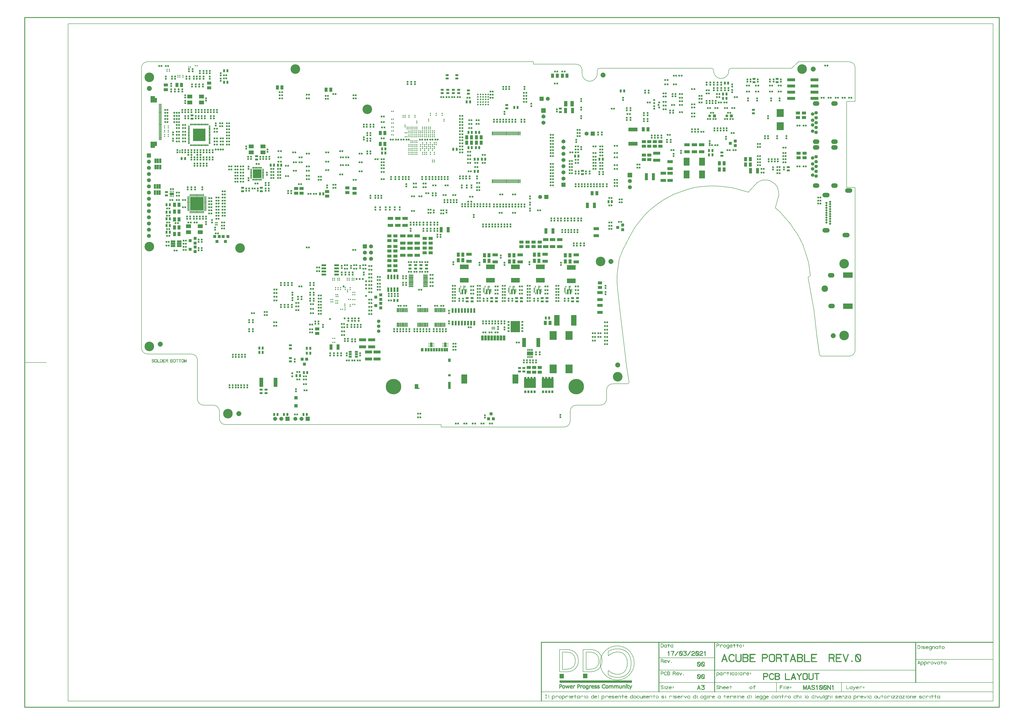
<source format=gbr>
*
G04 Job   : D:\Pd-Master\Mas\Mas100n1 ACB_0001_0\Mas100n1 ACUBE_PORTABILE R_0.pcb*
G04 User  : DESKTOP-CUVV7JD:Shina*
G04 Layer : 12-SoldermaskBottom.gbr*
G04 Date  : Wed Mar 17 17:59:37 2021*
G04 RSM MASTER DESIGN srl*
%ICAS*%
%MOMM*%
%FSLAX24Y24*%
%OFA0.0000B0.0000*%
G90*
G74*
%AMVB_RECTANGLE*
21,1,$1,$2,0,0,$3*
%
%AMVB_FINGER0*
$3=$1/2*
$4=$2/2*
$5=0-$4*
1,1,$2,$3-$4,0*
21,1,$1-$4,$2,$5/2,0,0*
%
%AMVB_FINGER90*
$3=$1/2*
$4=$2/2*
$5=0-$4*
1,1,$2,0,$3-$4*
21,1,$2,$1-$4,0,$5/2,0*
%
%AMVB_FINGER180*
$3=$1/2*
$4=$2/2*
1,1,$2,$4-$3,0*
21,1,$1-$4,$2,$4/2,0,0*
%
%AMVB_FINGER270*
$3=$1/2*
$4=$2/2*
1,1,$2,0,$4-$3*
21,1,$2,$1-$4,0,$4/2,0*
%
%AMVB_RCRECTANGLE*
$3=$3X2*
21,1,$1-$3,$2,0,0,0*
21,1,$1,$2-$3,0,0,0*
$1=$1/2*
$2=$2/2*
$3=$3/2*
$1=$1-$3*
$2=$2-$3*
1,1,$3X2,0-$1,0-$2*
1,1,$3X2,0-$1,$2*
1,1,$3X2,$1,$2*
1,1,$3X2,$1,0-$2*
%
%ADD10C,0.15000*%
%ADD39C,0.20000*%
%ADD34C,0.20320*%
%ADD37C,0.25000*%
%ADD35C,0.25400*%
%ADD38C,0.30480*%
%ADD36C,0.38000*%
%ADD94C,0.38100*%
%ADD71C,0.50800*%
%ADD85C,0.63500*%
%ADD77C,0.66040*%
%ADD14C,0.81280*%
%ADD67C,0.88900*%
%ADD74C,1.14300*%
%ADD46C,1.39700*%
%ADD58C,1.65100*%
%ADD11C,2.03200*%
%ADD82C,2.66700*%
%ADD73C,3.93700*%
%ADD66C,6.35000*%
%ADD53O,2.66700X1.90500*%
%ADD68O,2.92100X1.90500*%
%ADD75VB_RECTANGLE,1.14300X1.14300X0.00000*%
%ADD57VB_RECTANGLE,1.65100X1.65100X90.00000*%
%ADD78VB_RECTANGLE,1.90500X1.90500X0.00000*%
%ADD44VB_RECTANGLE,0.42500X0.37000X270.00000*%
%ADD84VB_RECTANGLE,0.45000X0.35000X270.00000*%
%ADD83VB_RECTANGLE,0.55000X0.35000X270.00000*%
%ADD26VB_RECTANGLE,0.65000X0.30000X0.00000*%
%ADD27VB_RECTANGLE,0.65000X0.30000X270.00000*%
%ADD41VB_RECTANGLE,0.71120X0.50800X180.00000*%
%ADD12VB_RECTANGLE,0.73660X0.68580X0.00000*%
%ADD13VB_RECTANGLE,0.73660X0.68580X270.00000*%
%ADD63VB_RECTANGLE,0.75000X0.25000X270.00000*%
%ADD33VB_RECTANGLE,0.80000X0.35000X90.00000*%
%ADD76VB_RECTANGLE,0.88900X1.01600X0.00000*%
%ADD49VB_RECTANGLE,1.10000X0.90000X0.00000*%
%ADD17VB_RECTANGLE,1.14300X0.76200X0.00000*%
%ADD18VB_RECTANGLE,1.14300X0.76200X90.00000*%
%ADD54VB_RECTANGLE,1.14300X1.14300X0.00000*%
%ADD56VB_RECTANGLE,1.14300X1.14300X270.00000*%
%ADD61VB_RECTANGLE,1.24460X0.35560X0.00000*%
%ADD50VB_RECTANGLE,1.30000X0.80000X90.00000*%
%ADD48VB_RECTANGLE,1.30000X1.10000X90.00000*%
%ADD60VB_RECTANGLE,1.39700X1.39700X0.00000*%
%ADD52VB_RECTANGLE,1.57480X0.33020X270.00000*%
%ADD59VB_RECTANGLE,1.65100X0.50800X270.00000*%
%ADD72VB_RECTANGLE,1.65100X1.14300X180.00000*%
%ADD25VB_RECTANGLE,1.65100X1.14300X270.00000*%
%ADD91VB_RECTANGLE,1.80000X0.80000X180.00000*%
%ADD90VB_RECTANGLE,1.80000X0.80000X270.00000*%
%ADD28VB_RECTANGLE,1.90000X0.30000X270.00000*%
%ADD62VB_RECTANGLE,1.90000X0.90000X270.00000*%
%ADD79VB_RECTANGLE,1.90500X0.50800X0.00000*%
%ADD93VB_RECTANGLE,1.90500X0.76200X180.00000*%
%ADD31VB_RECTANGLE,1.90500X0.76200X90.00000*%
%ADD64VB_RECTANGLE,2.00000X1.05000X270.00000*%
%ADD51VB_RECTANGLE,2.03200X1.52400X0.00000*%
%ADD29VB_RECTANGLE,2.10000X0.60000X270.00000*%
%ADD19VB_RECTANGLE,2.15900X1.14300X0.00000*%
%ADD70VB_RECTANGLE,2.15900X1.14300X90.00000*%
%ADD55VB_RECTANGLE,2.15900X1.39700X270.00000*%
%ADD32VB_RECTANGLE,2.50000X1.50000X180.00000*%
%ADD47VB_RECTANGLE,2.90000X1.10000X90.00000*%
%ADD30VB_RECTANGLE,2.92100X1.14300X0.00000*%
%ADD43VB_RECTANGLE,2.92100X1.14300X90.00000*%
%ADD92VB_RECTANGLE,3.17500X1.14300X0.00000*%
%ADD40VB_RECTANGLE,3.17500X2.41300X270.00000*%
%ADD80VB_RECTANGLE,3.20000X2.80000X90.00000*%
%ADD24VB_RECTANGLE,3.50000X2.90000X270.00000*%
%ADD15VB_RECTANGLE,3.55600X1.90500X0.00000*%
%ADD45VB_RECTANGLE,3.68300X1.52400X0.00000*%
%ADD42VB_RECTANGLE,3.68300X1.52400X90.00000*%
%ADD65VB_RECTANGLE,3.80000X2.30000X270.00000*%
%ADD81VB_RECTANGLE,3.93700X2.15900X180.00000*%
%ADD69VB_RECTANGLE,4.31800X2.15900X270.00000*%
%ADD21VB_FINGER0,0.70000X0.35000*%
%ADD23VB_FINGER90,0.70000X0.35000*%
%ADD22VB_FINGER180,0.70000X0.35000*%
%ADD20VB_FINGER270,0.70000X0.35000*%
%ADD95VB_FINGER0,0.90000X0.60000*%
%ADD96VB_FINGER180,0.90000X0.60000*%
%ADD88VB_FINGER0,1.02870X0.41910*%
%ADD86VB_FINGER90,1.02870X0.41910*%
%ADD89VB_FINGER180,1.02870X0.41910*%
%ADD87VB_FINGER270,1.02870X0.41910*%
%ADD16VB_RCRECTANGLE,0.45000X0.45000X0.13000*%
G01*
G36*
X37500Y1172000D02*
Y1146000D01*
X55500*
Y1154000*
X63500*
Y1172000*
X37500*
Y1333000D02*
Y1359000D01*
X55500*
Y1351000*
X63500*
Y1333000*
X37500*
X116500Y952000D02*
X133500D01*
Y963000*
X116500*
Y952000*
X160802Y1133770D02*
Y1135040D01*
G03X157500Y1138342I3302*
X154198Y1135040J3302*
G01Y1133770*
X160802*
X195000Y883000D02*
X193000Y885000D01*
X195000*
Y883000*
X200250Y890250D02*
X254750D01*
Y944750*
X200250*
Y890250*
X212000Y1174500D02*
X263000D01*
Y1225500*
X212000*
Y1174500*
X457000Y1022000D02*
X493000D01*
Y1058000*
X457000*
Y1022000*
X1136000Y176500D02*
Y162207D01*
X1137207Y161000*
X1141500*
Y156500*
X1122000*
Y176500*
X1136000*
X1331300Y553900D02*
X1337000D01*
Y556600*
X1331300*
Y553900*
Y558900D02*
X1337000D01*
Y561600*
X1331300*
Y558900*
Y563900D02*
X1337000D01*
Y566600*
X1331300*
Y563900*
X1431300Y553400D02*
X1437000D01*
Y556100*
X1431300*
Y553400*
Y558400D02*
X1437000D01*
Y561100*
X1431300*
Y558400*
Y563400D02*
X1437000D01*
Y566100*
X1431300*
Y563400*
X1516000Y389500D02*
X1554000D01*
Y435500*
X1516000*
Y389500*
X1534050Y553650D02*
X1539750D01*
Y556350*
X1534050*
Y553650*
Y558650D02*
X1539750D01*
Y561350*
X1534050*
Y558650*
Y563650D02*
X1539750D01*
Y566350*
X1534050*
Y563650*
X1570870Y161070D02*
X1619130D01*
Y199170*
X1570870*
Y161070*
X1638550Y553650D02*
X1644250D01*
Y556350*
X1638550*
Y553650*
Y558650D02*
X1644250D01*
Y561350*
X1638550*
Y558650*
Y563650D02*
X1644250D01*
Y566350*
X1638550*
Y563650*
X1643370Y161070D02*
X1691630D01*
Y199170*
X1643370*
Y161070*
X1716195Y-1049529D02*
X2013795D01*
Y-1040729*
X1716195*
Y-1049529*
X1716595Y-1031929D02*
X1734195D01*
Y-1013129*
X1716595*
Y-1031929*
X1763550Y553650D02*
X1769250D01*
Y556350*
X1763550*
Y553650*
Y558650D02*
X1769250D01*
Y561350*
X1763550*
Y558650*
Y563650D02*
X1769250D01*
Y566350*
X1763550*
Y563650*
X1812995Y-1031529D02*
X1830595D01*
Y-1012729*
X1812995*
Y-1031529*
G37*
G54D10*
X44296Y267105D02*
X44320Y267081D01*
X44344Y267057*
X44368Y267045*
X46480Y266073*
X46504Y266061*
X46564*
X48148*
X48184*
X48208*
X48232*
X48244Y266073*
X48268*
X50380Y267045*
X50452Y267105*
X51580Y268101*
X51604Y268125*
X51616Y268149*
X51628Y268173*
X51640Y268197*
Y268233*
X51652Y268245*
Y268269*
Y269997*
X51640Y270045*
X51616Y270105*
X51604Y270153*
X51568Y270213*
X49936Y271437*
X49852Y271461*
X45052Y273093*
X43576Y274245*
Y275745*
X44608Y276945*
X46576Y277569*
X48172*
X50152Y276957*
X51244Y275685*
X51280Y275649*
X51316Y275625*
X51352Y275613*
X51400*
X51484Y275637*
X51556Y275697*
X51616Y275769*
X51652Y275853*
Y275937*
X51604Y276009*
X50476Y277329*
X50428Y277365*
X50368Y277377*
X50356*
Y277401*
X48268Y278025*
X48232Y278049*
X48196Y278061*
X46564*
X46516Y278049*
X46480Y278025*
X44404Y277389*
X44392Y277377*
X44344Y277365*
X44284Y277317*
X43156Y275997*
X43108Y275949*
X43096Y275913*
X43084Y275853*
Y274113*
X43096Y274041*
X43120Y273981*
X43144Y273945*
X43168Y273921*
X43192Y273909*
X44800Y272673*
X44824Y272661*
X44872*
X49660Y271029*
X51172Y269865*
Y268365*
X50176Y267501*
X48124Y266553*
X46624*
X44572Y267501*
X43492Y268461*
X43408Y268497*
X43324*
X43240Y268461*
X43180Y268401*
X43132Y268329*
X43096Y268245*
Y268209*
X43108Y268173*
X43132Y268125*
X43168Y268101*
X44284Y267105*
X44296*
X54916Y268833D02*
Y275289D01*
X55156Y276441*
X55636Y277017*
X56800Y277437*
X57928Y277569*
X59476*
X59500*
X60628Y277437*
X61780Y277017*
X62260Y276441*
X62512Y275289*
Y268833*
X62272Y267705*
X61804Y267273*
X60580Y266673*
X59500Y266553*
X57952*
X57928*
X56836Y266673*
X55624Y267273*
X55156Y267705*
X54916Y268833*
X62032Y266829D02*
X62104Y266889D01*
X62668Y267417*
X62680Y267453*
X62740Y267537*
X62992Y268737*
Y268821*
Y275289*
Y275385*
X62740Y276585*
X62716Y276609*
X62704Y276633*
X62692Y276645*
X62668Y276693*
X62104Y277389*
X62080*
X62068Y277413*
Y277425*
X62032Y277449*
X61996Y277461*
X60748Y277869*
X60712Y277893*
X60676Y277905*
X59548Y278061*
X59536*
X57916*
X57868*
X57856*
X56740Y277905*
X56704Y277893*
X56668Y277869*
X55432Y277461*
X55384Y277437*
X55372Y277425*
X55336Y277389*
X54748Y276693*
X54724Y276657*
X54712*
X54688Y276621*
X54676Y276585*
X54424Y275385*
X54412Y275337*
X54424Y275289*
Y268821*
X54412Y268785*
X54424Y268737*
X54676Y267537*
X54688Y267477*
X54736Y267453*
Y267441*
X54772Y267417*
X55336Y266889*
X55348*
X55420Y266829*
X56668Y266229*
X56692Y266217*
X56716*
X56740*
X57856Y266061*
X57904*
X57916*
X59500*
X59536*
X59548*
X60676Y266217*
X60700*
X60724Y266229*
X60748*
X62032Y266829*
X66256Y277821D02*
X66232Y277905D01*
X66184Y277977*
X66100Y278013*
X66004Y278025*
X65920Y278013*
X65836Y277977*
X65788Y277905*
X65764Y277821*
Y266301*
X65788Y266205*
X65848Y266145*
X65908Y266085*
X66004Y266061*
X74092*
X74188Y266085*
X74248Y266133*
X74284Y266217*
X74296Y266301*
X74284Y266397*
X74248Y266481*
X74188Y266529*
X74092Y266553*
X66256*
Y277821*
X84124Y275457D02*
X84832Y274425D01*
X85180Y272133*
X84832Y269661*
X84112Y268065*
X83116Y267021*
X82144Y266553*
X77596*
Y277569*
X82120*
X83080Y276861*
X84100Y275469*
X84124Y275457*
X85336Y274569D02*
X85324Y274593D01*
X85312Y274617*
X85288Y274653*
Y274665*
X84532Y275709*
X84508Y275745*
X83464Y277185*
X83440Y277209*
X83416Y277221*
Y277245*
X82348Y278013*
X82288Y278037*
X82252Y278049*
X82216Y278061*
X77344*
X77260Y278037*
X77188Y277977*
X77128Y277917*
X77104Y277821*
Y266301*
X77128Y266205*
X77188Y266145*
X77260Y266085*
X77344Y266061*
X82216*
X82300Y266073*
X83344Y266577*
X83416Y266625*
X83428Y266649*
X84496Y267777*
X84520Y267801*
X84544Y267861*
X85312Y269493*
X85324Y269517*
X85336Y269541*
Y269553*
X85684Y272097*
Y272169*
X85336Y274569*
X88684Y278061D02*
X88588Y278037D01*
X88528Y277977*
X88468Y277905*
X88444Y277821*
Y266301*
X88468Y266205*
X88528Y266145*
X88588Y266085*
X88684Y266061*
X96772*
X96868Y266085*
X96928Y266133*
X96964Y266217*
X96976Y266301*
X96964Y266397*
X96928Y266481*
X96868Y266529*
X96772Y266553*
X88936*
Y271821*
X94372*
X94468Y271845*
X94528Y271893*
X94564Y271977*
X94576Y272061*
X94564Y272145*
X94528Y272217*
X94468Y272277*
X94372Y272301*
X88936*
Y277569*
X96772*
X96868Y277593*
X96928Y277641*
X96964Y277725*
X96976Y277809*
X96964Y277905*
X96928Y277989*
X96868Y278037*
X96772Y278061*
X88684*
X100276Y277569D02*
X106024D01*
X107044Y276813*
X107872Y275685*
Y274209*
X107020Y273033*
X106024Y272301*
X100276*
Y277569*
X107428Y277137D02*
X107392Y277161D01*
X107368Y277173*
Y277185*
X106240Y278013*
X106180Y278037*
X106144Y278049*
X106084Y278061*
X100024*
X99928Y278037*
X99868Y277977*
X99808Y277917*
X99784Y277821*
Y266301*
X99808Y266205*
X99856Y266145*
X99940Y266109*
X100024Y266097*
X100120Y266109*
X100204Y266145*
X100252Y266205*
X100276Y266301*
Y271821*
X105916*
X107884Y266229*
X107932Y266145*
X108016Y266097*
X108112Y266085*
X108196Y266109*
X108268Y266157*
X108328Y266217*
X108352Y266289*
X108340Y266385*
X106384Y271953*
X107368Y272673*
X107404Y272709*
X107440Y272781*
X108316Y273969*
Y273993*
X108328Y274005*
X108340Y274017*
Y274053*
X108352Y274077*
Y274113*
Y275769*
X108340Y275817*
Y275841*
X108328Y275865*
X108316Y275877*
Y275901*
X107428Y277137*
X120196Y272781D02*
X125740D01*
X127060Y273465*
X127792Y274905*
Y275769*
X127072Y276801*
X125788Y277569*
X120196*
Y272781*
X125680Y272289D02*
X120196D01*
Y266553*
X125860*
X127060Y267309*
X127792Y268821*
Y269937*
X127072Y271065*
X125680Y272289*
X127396Y266949D02*
X126016Y266061D01*
X119944*
X119860Y266085*
X119776Y266133*
X119728Y266217*
X119704Y266301*
Y277821*
X119728Y277905*
X119776Y277977*
X119860Y278037*
X119944Y278061*
X125944*
X127384Y277185*
X128272Y275913*
Y274809*
X127396Y273105*
X126220Y272493*
X127384Y271425*
X128272Y270057*
Y268713*
X127396Y266949*
X131536Y268833D02*
Y275289D01*
X131776Y276441*
X132256Y277017*
X133420Y277437*
X134548Y277569*
X136096*
X136120*
X137248Y277437*
X138400Y277017*
X138880Y276441*
X139132Y275289*
Y268833*
X138892Y267705*
X138424Y267273*
X137200Y266673*
X136120Y266553*
X134572*
X134548*
X133456Y266673*
X132244Y267273*
X131776Y267705*
X131536Y268833*
X138652Y266829D02*
X138724Y266889D01*
X139288Y267417*
X139300Y267453*
X139360Y267537*
X139612Y268737*
Y268821*
Y275289*
Y275385*
X139360Y276585*
X139336Y276609*
X139324Y276633*
X139312Y276645*
X139288Y276693*
X138724Y277389*
X138700*
X138688Y277413*
Y277425*
X138652Y277449*
X138616Y277461*
X137368Y277869*
X137332Y277893*
X137296Y277905*
X136168Y278061*
X136156*
X134536*
X134488*
X134476*
X133360Y277905*
X133324Y277893*
X133288Y277869*
X132052Y277461*
X132004Y277437*
X131992Y277425*
X131956Y277389*
X131368Y276693*
X131344Y276657*
X131332*
X131308Y276621*
X131296Y276585*
X131044Y275385*
X131032Y275337*
X131044Y275289*
Y268821*
X131032Y268785*
X131044Y268737*
X131296Y267537*
X131308Y267477*
X131356Y267453*
Y267441*
X131392Y267417*
X131956Y266889*
X131968*
X132040Y266829*
X133288Y266229*
X133312Y266217*
X133336*
X133360*
X134476Y266061*
X134524*
X134536*
X136120*
X136156*
X136168*
X137296Y266217*
X137320*
X137344Y266229*
X137368*
X138652Y266829*
X142624Y278061D02*
X142528Y278037D01*
X142468Y277989*
X142432Y277905*
X142420Y277809*
X142432Y277725*
X142468Y277641*
X142528Y277593*
X142624Y277569*
X146428*
Y266301*
X146452Y266217*
X146500Y266145*
X146584Y266109*
X146668Y266097*
X146752Y266109*
X146836Y266145*
X146884Y266217*
X146908Y266301*
Y277569*
X150712*
X150808Y277593*
X150868Y277641*
X150904Y277725*
X150916Y277809*
X150904Y277905*
X150868Y277989*
X150808Y278037*
X150712Y278061*
X142624*
X153964D02*
X153868Y278037D01*
X153808Y277989*
X153772Y277905*
X153760Y277809*
X153772Y277725*
X153808Y277641*
X153868Y277593*
X153964Y277569*
X157768*
Y266301*
X157792Y266217*
X157840Y266145*
X157924Y266109*
X158008Y266097*
X158092Y266109*
X158176Y266145*
X158224Y266217*
X158248Y266301*
Y277569*
X162052*
X162148Y277593*
X162208Y277641*
X162244Y277725*
X162256Y277809*
X162244Y277905*
X162208Y277989*
X162148Y278037*
X162052Y278061*
X153964*
X165556Y268833D02*
Y275289D01*
X165796Y276441*
X166276Y277017*
X167440Y277437*
X168568Y277569*
X170116*
X170140*
X171268Y277437*
X172420Y277017*
X172900Y276441*
X173152Y275289*
Y268833*
X172912Y267705*
X172444Y267273*
X171220Y266673*
X170140Y266553*
X168592*
X168568*
X167476Y266673*
X166264Y267273*
X165796Y267705*
X165556Y268833*
X172672Y266829D02*
X172744Y266889D01*
X173308Y267417*
X173320Y267453*
X173380Y267537*
X173632Y268737*
Y268821*
Y275289*
Y275385*
X173380Y276585*
X173356Y276609*
X173344Y276633*
X173332Y276645*
X173308Y276693*
X172744Y277389*
X172720*
X172708Y277413*
Y277425*
X172672Y277449*
X172636Y277461*
X171388Y277869*
X171352Y277893*
X171316Y277905*
X170188Y278061*
X170176*
X168556*
X168508*
X168496*
X167380Y277905*
X167344Y277893*
X167308Y277869*
X166072Y277461*
X166024Y277437*
X166012Y277425*
X165976Y277389*
X165388Y276693*
X165364Y276657*
X165352*
X165328Y276621*
X165316Y276585*
X165064Y275385*
X165052Y275337*
X165064Y275289*
Y268821*
X165052Y268785*
X165064Y268737*
X165316Y267537*
X165328Y267477*
X165376Y267453*
Y267441*
X165412Y267417*
X165976Y266889*
X165988*
X166060Y266829*
X167308Y266229*
X167332Y266217*
X167356*
X167380*
X168496Y266061*
X168544*
X168556*
X170140*
X170176*
X170188*
X171316Y266217*
X171340*
X171364Y266229*
X171388*
X172672Y266829*
X176884Y277893D02*
X176848Y277941D01*
X176800Y277989*
X176752Y278001*
X176692Y278013*
X176608Y278025*
X176512Y278001*
X176464Y277965*
X176428Y277929*
X176416Y277881*
X176404Y277821*
Y277797*
Y266301*
X176428Y266217*
X176476Y266145*
X176560Y266109*
X176644Y266097*
X176740Y266109*
X176824Y266145*
X176872Y266217*
X176896Y266301*
Y276489*
X180460Y267057*
X180496Y266997*
X180544Y266949*
X180604Y266925*
X180688*
X180772*
X180832Y266949*
X180892Y266997*
X180928Y267057*
X184492Y276489*
Y266301*
X184516Y266217*
X184564Y266145*
X184648Y266109*
X184732Y266097*
X184816Y266109*
X184900Y266145*
X184948Y266217*
X184972Y266301*
Y277821*
X184936Y277929*
X184876Y278001*
X184780Y278025*
X184660Y278013*
X184612Y278001*
X184576Y277989*
X184540Y277941*
X184504Y277893*
X184492Y277857*
X180688Y267813*
X176896Y277857*
X176884Y277893*
X2930000Y1337000D02*
X2895000D01*
Y984000*
X2930000*
Y316000*
G02X2905000Y291000I25000*
G01X2792719*
G02X2782812Y299638J10000*
G01X2773000Y371000*
X2761000Y478000*
X2737000Y614000*
X2746000Y622000*
X2739000Y674000*
X2731000Y702000*
X2715000Y751000*
X2697000Y786000*
X2663000Y836000*
X2623000Y881000*
X2610000Y894000*
X2602000Y900000*
X2609000Y924000*
X2615000Y945000*
X2616000Y950000*
Y956000*
X2615000Y969000*
X2614000Y974000*
X2611000Y983000*
X2608000Y989000*
X2601000Y998000*
X2588000Y1007000*
X2583000Y1010000*
X2569000Y1014000*
X2550000*
X2544000Y1012000*
X2528000Y1004000*
X2491000Y964000*
X2441000Y979000*
X2423000Y983000*
X2375000Y989000*
X2354000Y990000*
X2332000*
X2289000Y986000*
X2261000Y981000*
X2233000Y973000*
X2184000Y955000*
X2142000Y932000*
X2112000Y911000*
X2090000Y893000*
X2080000Y884000*
X2066000Y870000*
X2044000Y843000*
X2027000Y822000*
X2007000Y787000*
X1975000Y725000*
X1962000Y692000*
X1955000Y647000*
X1953000Y623000*
Y591000*
X1954000Y571000*
X1955000Y563000*
X1963000Y491000*
X1982000Y329000*
X1987000Y285000*
X1990000Y261000*
X2001575Y185994*
G02X2001663Y184850I7412J1144*
X1996833Y177841I7500*
G01X1934619Y177597*
G03X1909719Y152883I98J25000*
G01X1909282Y114714*
G02X1884284Y90000I24998J286*
G01X1785000*
G03X1760000Y65000J25000*
G01Y25000*
G02X1735000Y0I25000*
G01X1230000*
Y10000*
X345000*
G02X320000Y35000J25000*
G01Y65000*
G03X295000Y90000I25000*
G01X255000*
G02X230000Y115000J25000*
G01Y275000*
G03X205000Y300000I25000*
G01X25000*
G02X0Y325000J25000*
G01Y1475000*
G02X25000Y1500000I25000*
G01X1609000*
Y1490000*
X1784000*
G02X1809000Y1465000J25000*
G01Y1451000*
G03X1840000Y1420000I31000*
X1871000Y1451000J31000*
G01Y1463000*
G02X1881000Y1473000I10000*
G01X2339000*
G02X2349000Y1463000J10000*
G01Y1462000*
G03X2380000Y1431000I31000*
X2411000Y1462000J31000*
G01Y1463000*
G02X2421000Y1473000I10000*
G01X2670000*
X2697500Y1500000*
X2905000*
G02X2930000Y1475000J25000*
G01Y1337000*
G54D11*
X32500Y1390000D03*
X77500Y340000D03*
X400000Y55000D03*
X1895000Y1445000D03*
X1927500Y680000D03*
X1955000Y255000D03*
X2757500Y1470000D03*
X2840000Y375000D03*
G54D12*
X100500Y1430301D03*
Y1439699D03*
X122500Y1377801D03*
Y1387199D03*
Y1400301D03*
Y1409699D03*
X125500Y1430301D03*
Y1439699D03*
X130000Y1175301D03*
Y1184699D03*
Y1200301D03*
Y1209699D03*
X137500Y1377801D03*
Y1387199D03*
X138000Y1430301D03*
Y1439699D03*
X147500Y1127801D03*
Y1137199D03*
X152500Y1377801D03*
Y1387199D03*
X167500Y1127801D03*
Y1137199D03*
Y1292801D03*
Y1302199D03*
Y1377801D03*
Y1387199D03*
X180000Y1127801D03*
Y1137199D03*
Y1267801D03*
Y1277199D03*
Y1292801D03*
Y1302199D03*
Y1330301D03*
Y1339699D03*
Y1352801D03*
Y1362199D03*
X185000Y1429801D03*
Y1439199D03*
X187500Y855301D03*
Y864699D03*
X190000Y975301D03*
Y984699D03*
X192500Y1127801D03*
Y1137199D03*
Y1267801D03*
Y1277199D03*
Y1292801D03*
Y1302199D03*
X195000Y1460301D03*
Y1469699D03*
X197500Y1429801D03*
Y1439199D03*
X200000Y855301D03*
Y864699D03*
X205000Y975301D03*
Y984699D03*
Y1097801D03*
Y1107199D03*
Y1127801D03*
Y1137199D03*
Y1292801D03*
Y1302199D03*
X207500Y1397801D03*
Y1407199D03*
X210000Y1460301D03*
Y1469699D03*
X215000Y855301D03*
Y864699D03*
Y1430301D03*
Y1439699D03*
X217500Y1072801D03*
Y1082199D03*
Y1097801D03*
Y1107199D03*
Y1127801D03*
Y1137199D03*
X220000Y975301D03*
Y984699D03*
X222500Y1267801D03*
Y1277199D03*
Y1292801D03*
Y1302199D03*
Y1397801D03*
Y1407199D03*
X227500Y855301D03*
Y864699D03*
Y1430301D03*
Y1439699D03*
X230000Y1072801D03*
Y1082199D03*
Y1097801D03*
Y1107199D03*
Y1127801D03*
Y1137199D03*
X235000Y725301D03*
Y734699D03*
Y760301D03*
Y769699D03*
Y1267801D03*
Y1277199D03*
Y1292801D03*
Y1302199D03*
X237500Y1397801D03*
Y1407199D03*
X240000Y855301D03*
Y864699D03*
Y1430301D03*
Y1439699D03*
Y1452801D03*
Y1462199D03*
X242500Y1072801D03*
Y1082199D03*
Y1097801D03*
Y1107199D03*
Y1127801D03*
Y1137199D03*
X247500Y725301D03*
Y734699D03*
Y760301D03*
Y769699D03*
Y1267801D03*
Y1277199D03*
Y1292801D03*
Y1302199D03*
X250000Y975301D03*
Y984699D03*
X252500Y855301D03*
Y864699D03*
Y1397801D03*
Y1407199D03*
X255000Y1072801D03*
Y1082199D03*
Y1097801D03*
Y1107199D03*
Y1127801D03*
Y1137199D03*
Y1430301D03*
Y1439699D03*
Y1452801D03*
Y1462199D03*
X260000Y1267801D03*
Y1277199D03*
Y1292801D03*
Y1302199D03*
X265000Y832801D03*
Y842199D03*
Y855301D03*
Y864699D03*
Y1340301D03*
Y1349699D03*
X267500Y1072801D03*
Y1082199D03*
Y1097801D03*
Y1107199D03*
Y1127801D03*
Y1137199D03*
X268000Y1452801D03*
Y1462199D03*
X272500Y1292801D03*
Y1302199D03*
X280000Y1097801D03*
Y1107199D03*
Y1127801D03*
Y1137199D03*
X280500Y1430301D03*
Y1439699D03*
Y1452801D03*
Y1462199D03*
X285000Y1267801D03*
Y1277199D03*
Y1292801D03*
Y1302199D03*
X290000Y840301D03*
Y849699D03*
X292500Y1097801D03*
Y1107199D03*
Y1127801D03*
Y1137199D03*
X297500Y1267801D03*
Y1277199D03*
Y1292801D03*
Y1302199D03*
X302500Y810301D03*
Y819699D03*
X305000Y1237801D03*
Y1247199D03*
X310000Y1292801D03*
Y1302199D03*
X325500Y1421301D03*
Y1430699D03*
Y1443801D03*
Y1453199D03*
X362000Y162801D03*
Y172199D03*
X374500Y162801D03*
Y172199D03*
X375000Y287801D03*
Y297199D03*
X387000Y162801D03*
Y172199D03*
X387500Y287801D03*
Y297199D03*
X397000Y162801D03*
Y172199D03*
X400000Y287801D03*
Y297199D03*
X409500Y162801D03*
Y172199D03*
X412500Y287801D03*
Y297199D03*
X422000Y162801D03*
Y172199D03*
X425000Y287801D03*
Y297199D03*
X430000Y970301D03*
Y979699D03*
Y1142801D03*
Y1152199D03*
X434500Y162801D03*
Y172199D03*
X437500Y1100301D03*
Y1109699D03*
X440000Y1012801D03*
Y1022199D03*
Y1060301D03*
Y1069699D03*
X442500Y392801D03*
Y402199D03*
Y430301D03*
Y439699D03*
Y970301D03*
Y979699D03*
X450000Y1100301D03*
Y1109699D03*
X457500Y392801D03*
Y402199D03*
Y430301D03*
Y439699D03*
X477500Y970301D03*
Y979699D03*
X487500Y1100301D03*
Y1109699D03*
X500000Y1100301D03*
Y1109699D03*
X510000Y970301D03*
Y979699D03*
Y992801D03*
Y1002199D03*
X512500Y1100301D03*
Y1109699D03*
X515000Y1035301D03*
Y1044699D03*
X517500Y1130301D03*
Y1139699D03*
X522500Y970301D03*
Y979699D03*
Y992801D03*
Y1002199D03*
X525000Y1100301D03*
Y1109699D03*
X572500Y492801D03*
Y502199D03*
Y582801D03*
Y592199D03*
X587500Y492801D03*
Y502199D03*
Y582801D03*
Y592199D03*
X602500Y492801D03*
Y502199D03*
Y582801D03*
Y592199D03*
Y960301D03*
Y969699D03*
X615000Y960301D03*
Y969699D03*
X617500Y492801D03*
Y502199D03*
Y582801D03*
Y592199D03*
X620000Y520301D03*
Y529699D03*
Y542801D03*
Y552199D03*
X629000Y268801D03*
Y278199D03*
X634000Y146301D03*
Y155699D03*
X642500Y525301D03*
Y534699D03*
X657500Y525301D03*
Y534699D03*
X692500Y517801D03*
Y527199D03*
Y542801D03*
Y552199D03*
Y582801D03*
Y592199D03*
X707500Y517801D03*
Y527199D03*
Y542801D03*
Y552199D03*
Y582801D03*
Y592199D03*
X714330Y423891D03*
Y433289D03*
X726830Y423891D03*
Y433289D03*
X745000Y410301D03*
Y419699D03*
X762500Y982801D03*
Y992199D03*
X775000Y293911D03*
Y303309D03*
X790000Y293911D03*
Y303309D03*
X805000Y293911D03*
Y303309D03*
X820000Y293911D03*
Y303309D03*
X822500Y625301D03*
Y634699D03*
Y652801D03*
Y662199D03*
X835000Y352801D03*
Y362199D03*
X837500Y625301D03*
Y634699D03*
X842500Y293911D03*
Y303309D03*
X845000Y410301D03*
Y419699D03*
X847500Y352801D03*
Y362199D03*
X852500Y625301D03*
Y634699D03*
X860000Y652801D03*
Y662199D03*
X862500Y410301D03*
Y419699D03*
X865000Y351411D03*
Y360809D03*
X867500Y625301D03*
Y634699D03*
X875000Y410301D03*
Y419699D03*
X877500Y351411D03*
Y360809D03*
X887500Y410301D03*
Y419699D03*
X897500Y293911D03*
Y303309D03*
Y652801D03*
Y662199D03*
X900000Y410301D03*
Y419699D03*
X912500Y625301D03*
Y634699D03*
Y1180301D03*
Y1189699D03*
Y1232801D03*
Y1242199D03*
X925000Y1232801D03*
Y1242199D03*
X927500Y1122801D03*
Y1132199D03*
Y1175301D03*
Y1184699D03*
Y1197801D03*
Y1207199D03*
X940000Y940301D03*
Y949699D03*
Y1122801D03*
Y1132199D03*
Y1175301D03*
Y1184699D03*
Y1197801D03*
Y1207199D03*
Y1232801D03*
Y1242199D03*
X952500Y1232801D03*
Y1242199D03*
X960000Y892801D03*
Y902199D03*
Y940301D03*
Y949699D03*
X972500Y940301D03*
Y949699D03*
X980000Y892801D03*
Y902199D03*
X985000Y940301D03*
Y949699D03*
X1002500Y892801D03*
Y902199D03*
X1015000Y537801D03*
Y547199D03*
X1020000Y892801D03*
Y902199D03*
X1025000Y1017801D03*
Y1027199D03*
X1027500Y537801D03*
Y547199D03*
X1037500Y392801D03*
Y402199D03*
X1040000Y537801D03*
Y547199D03*
Y892801D03*
Y902199D03*
X1042500Y1017801D03*
Y1027199D03*
X1050000Y392801D03*
Y402199D03*
X1052500Y537801D03*
Y547199D03*
X1057500Y1017801D03*
Y1027199D03*
X1060000Y892801D03*
Y902199D03*
X1062500Y392801D03*
Y402199D03*
X1072500Y1017801D03*
Y1027199D03*
X1074000Y583301D03*
Y592699D03*
Y610801D03*
Y620199D03*
X1075000Y392801D03*
Y402199D03*
X1085000Y1017801D03*
Y1027199D03*
X1086500Y583301D03*
Y592699D03*
Y610801D03*
Y620199D03*
X1087500Y392801D03*
Y402199D03*
Y987801D03*
Y997199D03*
X1092500Y1407801D03*
Y1417199D03*
X1097500Y1017801D03*
Y1027199D03*
X1100000Y392801D03*
Y402199D03*
X1105000Y805301D03*
Y814699D03*
Y830301D03*
Y839699D03*
X1107500Y1407801D03*
Y1417199D03*
X1117500Y830301D03*
Y839699D03*
X1120000Y392801D03*
Y402199D03*
X1122500Y1407801D03*
Y1417199D03*
X1130000Y830301D03*
Y839699D03*
X1132500Y392801D03*
Y402199D03*
X1142500Y830301D03*
Y839699D03*
X1145000Y392801D03*
Y402199D03*
X1152500Y1017801D03*
Y1027199D03*
X1157500Y392801D03*
Y402199D03*
Y805301D03*
Y814699D03*
Y830301D03*
Y839699D03*
X1167500Y1017801D03*
Y1027199D03*
X1170000Y392801D03*
Y402199D03*
X1172500Y805301D03*
Y814699D03*
Y830301D03*
Y839699D03*
X1182500Y392801D03*
Y402199D03*
Y1017801D03*
Y1027199D03*
X1187500Y805301D03*
Y814699D03*
Y830301D03*
Y839699D03*
X1195000Y1017801D03*
Y1027199D03*
X1195750Y950551D03*
Y959949D03*
X1200000Y392801D03*
Y402199D03*
Y880301D03*
Y889699D03*
X1202500Y805301D03*
Y814699D03*
Y830301D03*
Y839699D03*
X1207500Y1017801D03*
Y1027199D03*
X1208250Y950551D03*
Y959949D03*
X1212500Y392801D03*
Y402199D03*
X1215000Y780301D03*
Y789699D03*
Y805301D03*
Y814699D03*
Y830301D03*
Y839699D03*
X1220000Y1017801D03*
Y1027199D03*
X1225000Y392801D03*
Y402199D03*
X1227500Y780301D03*
Y789699D03*
X1232500Y1017801D03*
Y1027199D03*
X1237500Y392801D03*
Y402199D03*
X1244250Y922551D03*
Y931949D03*
X1245000Y1017801D03*
Y1027199D03*
X1250000Y392801D03*
Y402199D03*
X1252500Y880301D03*
Y889699D03*
X1256750Y922551D03*
Y931949D03*
X1257500Y1017801D03*
Y1027199D03*
X1262500Y425301D03*
Y434699D03*
Y467801D03*
Y477199D03*
X1269250Y922551D03*
Y931949D03*
X1280000Y667801D03*
Y677199D03*
X1281750Y922551D03*
Y931949D03*
X1294250Y922551D03*
Y931949D03*
X1305000Y517801D03*
Y527199D03*
X1307500Y1020301D03*
Y1029699D03*
X1315000Y982801D03*
Y992199D03*
X1316500Y905801D03*
Y915199D03*
X1320000Y517801D03*
Y527199D03*
Y1020301D03*
Y1029699D03*
X1329000Y905801D03*
Y915199D03*
X1332500Y1020301D03*
Y1029699D03*
X1335000Y982801D03*
Y992199D03*
X1341500Y905801D03*
Y915199D03*
X1347500Y1020301D03*
Y1029699D03*
X1354000Y905801D03*
Y915199D03*
X1355000Y982801D03*
Y992199D03*
X1364500Y861801D03*
Y871199D03*
X1366500Y905801D03*
Y915199D03*
X1377500Y1020301D03*
Y1029699D03*
X1379000Y905801D03*
Y915199D03*
X1387500Y665301D03*
Y674699D03*
X1391500Y905801D03*
Y915199D03*
X1402500Y425301D03*
Y434699D03*
Y822801D03*
Y832199D03*
X1404000Y905801D03*
Y915199D03*
X1405000Y517801D03*
Y527199D03*
X1410000Y38801D03*
Y48199D03*
X1415000Y425301D03*
Y434699D03*
Y822801D03*
Y832199D03*
X1416500Y905801D03*
Y915199D03*
X1420000Y517801D03*
Y527199D03*
X1427500Y425301D03*
Y434699D03*
Y822801D03*
Y832199D03*
X1429000Y905801D03*
Y915199D03*
X1440000Y425301D03*
Y434699D03*
Y822801D03*
Y832199D03*
X1447500Y905301D03*
Y914699D03*
Y1252801D03*
Y1262199D03*
X1452500Y425301D03*
Y434699D03*
Y822801D03*
Y832199D03*
X1460000Y905301D03*
Y914699D03*
Y1252801D03*
Y1262199D03*
X1463990Y402401D03*
Y411799D03*
X1465000Y425301D03*
Y434699D03*
Y822801D03*
Y832199D03*
X1472500Y905301D03*
Y914699D03*
Y1252801D03*
Y1262199D03*
X1475000Y695301D03*
Y704699D03*
X1477500Y425301D03*
Y434699D03*
Y822801D03*
Y832199D03*
X1485000Y905301D03*
Y914699D03*
Y1252801D03*
Y1262199D03*
Y1387801D03*
Y1397199D03*
X1490000Y400301D03*
Y409699D03*
Y425301D03*
Y434699D03*
Y665301D03*
Y674699D03*
Y822801D03*
Y832199D03*
Y1285301D03*
Y1294699D03*
X1497500Y905301D03*
Y914699D03*
Y1252801D03*
Y1262199D03*
Y1387801D03*
Y1397199D03*
X1502500Y822801D03*
Y832199D03*
X1507500Y517801D03*
Y527199D03*
X1510000Y905301D03*
Y914699D03*
Y1252801D03*
Y1262199D03*
Y1387801D03*
Y1397199D03*
X1515000Y822801D03*
Y832199D03*
X1522500Y517801D03*
Y527199D03*
Y905301D03*
Y914699D03*
Y1252801D03*
Y1262199D03*
X1535000Y905301D03*
Y914699D03*
Y1252801D03*
Y1262199D03*
X1547500Y905301D03*
Y914699D03*
X1560000Y905301D03*
Y914699D03*
Y1252801D03*
Y1262199D03*
X1570000Y265301D03*
Y274699D03*
X1572500Y905301D03*
Y914699D03*
Y1252801D03*
Y1262199D03*
Y1387801D03*
Y1397199D03*
X1582500Y265301D03*
Y274699D03*
X1592500Y667801D03*
Y677199D03*
X1595000Y265301D03*
Y274699D03*
Y887801D03*
Y897199D03*
Y912801D03*
Y922199D03*
Y937801D03*
Y947199D03*
X1600000Y1317801D03*
Y1327199D03*
X1607500Y265301D03*
Y274699D03*
X1612500Y517801D03*
Y527199D03*
X1620000Y265301D03*
Y274699D03*
Y297801D03*
Y307199D03*
X1627500Y517801D03*
Y527199D03*
X1635000Y297801D03*
Y307199D03*
X1682500Y847801D03*
Y857199D03*
X1695000Y847801D03*
Y857199D03*
X1705000Y1295301D03*
Y1304699D03*
X1710000Y847801D03*
Y857199D03*
X1720000Y40301D03*
Y49699D03*
X1722500Y665301D03*
Y674699D03*
Y847801D03*
Y857199D03*
X1727500Y800301D03*
Y809699D03*
X1737500Y517801D03*
Y527199D03*
Y847801D03*
Y857199D03*
X1740000Y800301D03*
Y809699D03*
X1750000Y847801D03*
Y857199D03*
X1752500Y517801D03*
Y527199D03*
Y800301D03*
Y809699D03*
X1765000Y800301D03*
Y809699D03*
Y847801D03*
Y857199D03*
X1775000Y745301D03*
Y754699D03*
X1777500Y800301D03*
Y809699D03*
Y847801D03*
Y857199D03*
X1782500Y987801D03*
Y997199D03*
Y1040301D03*
Y1049699D03*
X1785000Y1170301D03*
Y1179699D03*
X1787500Y745301D03*
Y754699D03*
X1790000Y800301D03*
Y809699D03*
X1792500Y847801D03*
Y857199D03*
X1795000Y987801D03*
Y997199D03*
Y1040301D03*
Y1049699D03*
X1802500Y745301D03*
Y754699D03*
X1805000Y847801D03*
Y857199D03*
Y1140301D03*
Y1149699D03*
Y1267801D03*
Y1277199D03*
Y1302801D03*
Y1312199D03*
Y1337801D03*
Y1347199D03*
X1807500Y987801D03*
Y997199D03*
X1817500Y745301D03*
Y754699D03*
X1820000Y987801D03*
Y997199D03*
X1825000Y1040301D03*
Y1049699D03*
X1832500Y987801D03*
Y997199D03*
X1840000Y1040301D03*
Y1049699D03*
X1845000Y987801D03*
Y997199D03*
X1857500Y987801D03*
Y997199D03*
X1870000Y987801D03*
Y997199D03*
X1875000Y1200301D03*
Y1209699D03*
X1880000Y1037801D03*
Y1047199D03*
X1882500Y987801D03*
Y997199D03*
X1890000Y1200301D03*
Y1209699D03*
X1895000Y987801D03*
Y997199D03*
Y1037801D03*
Y1047199D03*
X1905000Y545301D03*
Y554699D03*
Y570301D03*
Y579699D03*
X1910000Y987801D03*
Y997199D03*
X1977500Y1342801D03*
Y1352199D03*
X1992500Y1260301D03*
Y1269699D03*
Y1300301D03*
Y1309699D03*
X2007500Y1260301D03*
Y1269699D03*
Y1300301D03*
Y1309699D03*
X2062500Y1255301D03*
Y1264699D03*
Y1280301D03*
Y1289699D03*
X2067500Y1372801D03*
Y1382199D03*
X2077500Y1255301D03*
Y1264699D03*
Y1280301D03*
Y1289699D03*
X2082500Y1372801D03*
Y1382199D03*
X2095000Y1187801D03*
Y1197199D03*
X2107500Y1187801D03*
Y1197199D03*
X2120000Y1187801D03*
Y1197199D03*
X2135000Y1187801D03*
Y1197199D03*
X2157500Y1170301D03*
Y1179699D03*
X2170000Y1290301D03*
Y1299699D03*
X2172500Y1170301D03*
Y1179699D03*
X2180000Y1357801D03*
Y1367199D03*
X2182500Y1290301D03*
Y1299699D03*
X2185000Y1112801D03*
Y1122199D03*
X2192500Y1357801D03*
Y1367199D03*
X2215000Y1125301D03*
Y1134699D03*
X2260000Y1212801D03*
Y1222199D03*
X2272500Y1212801D03*
Y1222199D03*
X2285000Y1212801D03*
Y1222199D03*
X2320000Y1330301D03*
Y1339699D03*
Y1405301D03*
Y1414699D03*
X2332500Y1165301D03*
Y1174699D03*
Y1330301D03*
Y1339699D03*
X2335000Y1405301D03*
Y1414699D03*
X2345000Y1330301D03*
Y1339699D03*
X2350000Y1382801D03*
Y1392199D03*
Y1405301D03*
Y1414699D03*
X2352500Y1217801D03*
Y1227199D03*
X2357500Y1330301D03*
Y1339699D03*
X2365000Y1217801D03*
Y1227199D03*
Y1382801D03*
Y1392199D03*
Y1405301D03*
Y1414699D03*
X2377500Y1217801D03*
Y1227199D03*
X2380000Y1382801D03*
Y1392199D03*
Y1405301D03*
Y1414699D03*
X2390000Y1217801D03*
Y1227199D03*
X2395000Y1382801D03*
Y1392199D03*
X2400000Y1182801D03*
Y1192199D03*
X2402500Y1217801D03*
Y1227199D03*
X2410000Y1382801D03*
Y1392199D03*
X2425000Y1375301D03*
Y1384699D03*
Y1397801D03*
Y1407199D03*
X2487500Y1417801D03*
Y1427199D03*
X2490000Y1340301D03*
Y1349699D03*
X2500000Y1417801D03*
Y1427199D03*
X2527500Y1340301D03*
Y1349699D03*
X2530000Y1417801D03*
Y1427199D03*
X2560000Y1185301D03*
Y1194699D03*
X2572500Y1185301D03*
Y1194699D03*
Y1267801D03*
Y1277199D03*
X2575000Y1090301D03*
Y1099699D03*
X2580000Y1417801D03*
Y1427199D03*
X2585000Y1340301D03*
Y1349699D03*
X2587500Y1090301D03*
Y1099699D03*
X2592500Y1057801D03*
Y1067199D03*
X2595000Y1417801D03*
Y1427199D03*
X2600000Y1090301D03*
Y1099699D03*
X2610000Y1185301D03*
Y1194699D03*
X2612500Y1090301D03*
Y1099699D03*
X2620000Y1340301D03*
Y1349699D03*
X2625000Y1417801D03*
Y1427199D03*
X2637500Y1057801D03*
Y1067199D03*
X2647500Y1185301D03*
Y1194699D03*
G54D13*
X72801Y1482500D03*
X82199D03*
X97801Y1252500D03*
Y1265000D03*
Y1277500D03*
Y1290000D03*
Y1302500D03*
X100301Y1482500D03*
X102801Y745000D03*
Y760000D03*
X105301Y785000D03*
Y812500D03*
Y840000D03*
Y867500D03*
Y897500D03*
X107199Y1252500D03*
Y1265000D03*
Y1277500D03*
Y1290000D03*
Y1302500D03*
X109699Y1482500D03*
X112199Y745000D03*
Y760000D03*
X114699Y785000D03*
Y812500D03*
Y840000D03*
Y867500D03*
Y897500D03*
X117801Y932500D03*
X120301Y977500D03*
X127199Y932500D03*
X129699Y977500D03*
X135301Y725000D03*
X140301Y837500D03*
X144699Y725000D03*
X145301Y932500D03*
Y950000D03*
Y962500D03*
Y1172500D03*
Y1185000D03*
Y1200000D03*
Y1212500D03*
Y1227500D03*
Y1240000D03*
Y1252500D03*
Y1265000D03*
Y1277500D03*
Y1290000D03*
X149699Y837500D03*
X154699Y932500D03*
Y950000D03*
Y962500D03*
Y1172500D03*
Y1185000D03*
Y1200000D03*
Y1212500D03*
Y1227500D03*
Y1240000D03*
Y1252500D03*
Y1265000D03*
Y1277500D03*
Y1290000D03*
X170301Y902500D03*
Y932500D03*
Y1172500D03*
Y1185000D03*
Y1200000D03*
Y1212500D03*
Y1227500D03*
Y1240000D03*
X172801Y727500D03*
Y740000D03*
Y752500D03*
Y765000D03*
X179699Y902500D03*
Y932500D03*
Y1172500D03*
Y1185000D03*
Y1200000D03*
Y1212500D03*
Y1227500D03*
Y1240000D03*
X182199Y727500D03*
Y740000D03*
Y752500D03*
Y765000D03*
X192801Y840000D03*
X202199D03*
X217801D03*
X227199D03*
X277801Y877500D03*
Y890000D03*
Y902500D03*
Y915000D03*
Y927500D03*
Y940000D03*
X287199Y877500D03*
Y890000D03*
Y902500D03*
Y915000D03*
Y927500D03*
Y940000D03*
X300301Y1160000D03*
Y1185000D03*
Y1212500D03*
Y1225000D03*
X305301Y795000D03*
X307801Y855000D03*
Y867500D03*
Y880000D03*
Y892500D03*
Y905000D03*
Y917500D03*
Y930000D03*
Y942500D03*
X309699Y1160000D03*
Y1185000D03*
Y1212500D03*
Y1225000D03*
X314699Y795000D03*
X317199Y855000D03*
Y867500D03*
Y880000D03*
Y892500D03*
Y905000D03*
Y917500D03*
Y930000D03*
Y942500D03*
X322801Y1235000D03*
Y1247500D03*
X325301Y1160000D03*
Y1172500D03*
Y1185000D03*
X330301Y815000D03*
Y827500D03*
Y840000D03*
X332199Y1235000D03*
Y1247500D03*
X332801Y867500D03*
Y880000D03*
Y892500D03*
Y905000D03*
Y917500D03*
Y930000D03*
Y942500D03*
Y955000D03*
Y967500D03*
X334699Y1160000D03*
Y1172500D03*
Y1185000D03*
X338801Y1432000D03*
Y1444500D03*
X339699Y815000D03*
Y827500D03*
Y840000D03*
X342199Y867500D03*
Y880000D03*
Y892500D03*
Y905000D03*
Y917500D03*
Y930000D03*
Y942500D03*
Y955000D03*
Y967500D03*
X348199Y1432000D03*
Y1444500D03*
X350301Y1160000D03*
Y1172500D03*
Y1185000D03*
Y1197500D03*
Y1210000D03*
Y1222500D03*
Y1235000D03*
Y1247500D03*
X359699Y1160000D03*
Y1172500D03*
Y1185000D03*
Y1197500D03*
Y1210000D03*
Y1222500D03*
Y1235000D03*
Y1247500D03*
X360301Y1057500D03*
Y1070000D03*
X369699Y1057500D03*
Y1070000D03*
X385301Y1007500D03*
Y1020000D03*
Y1032500D03*
Y1045000D03*
Y1057500D03*
Y1070000D03*
X394699Y1007500D03*
Y1020000D03*
Y1032500D03*
Y1045000D03*
Y1057500D03*
Y1070000D03*
X407801Y1007500D03*
Y1020000D03*
Y1032500D03*
Y1045000D03*
Y1057500D03*
Y1070000D03*
X417199Y1007500D03*
Y1020000D03*
Y1032500D03*
Y1045000D03*
Y1057500D03*
Y1070000D03*
X452801Y467500D03*
X455301Y980000D03*
X462199Y467500D03*
X464699Y980000D03*
X467801Y1000000D03*
X472801Y1080000D03*
X477199Y1000000D03*
X482199Y1080000D03*
X505301Y460000D03*
Y472500D03*
X514699Y460000D03*
Y472500D03*
X532801Y1022500D03*
Y1035000D03*
Y1047500D03*
Y1060000D03*
X542199Y1022500D03*
Y1035000D03*
Y1047500D03*
Y1060000D03*
X544301Y415500D03*
Y430500D03*
X545301Y520000D03*
Y535000D03*
Y550000D03*
Y565000D03*
X553699Y415500D03*
Y430500D03*
X554699Y520000D03*
Y535000D03*
Y550000D03*
Y565000D03*
X560301Y1022500D03*
Y1035000D03*
Y1047500D03*
Y1060000D03*
X562801Y1090000D03*
Y1107500D03*
Y1132500D03*
X567801Y1350000D03*
Y1362500D03*
Y1375000D03*
X569699Y1022500D03*
Y1035000D03*
Y1047500D03*
Y1060000D03*
X572199Y1090000D03*
Y1107500D03*
Y1132500D03*
X577199Y1350000D03*
Y1362500D03*
Y1375000D03*
X592801Y1030000D03*
Y1072500D03*
X602199Y1030000D03*
Y1072500D03*
X622801Y1127500D03*
X625301Y1052500D03*
Y1087500D03*
X630301Y51500D03*
X632199Y1127500D03*
X634699Y1052500D03*
Y1087500D03*
X635301Y480000D03*
Y495000D03*
Y510000D03*
X639301Y196000D03*
Y226000D03*
X639699Y51500D03*
X644699Y480000D03*
Y495000D03*
Y510000D03*
X646051Y997500D03*
X647801Y577500D03*
X648551Y1087500D03*
Y1107500D03*
X648699Y196000D03*
Y226000D03*
X655449Y997500D03*
X657199Y577500D03*
X657949Y1087500D03*
Y1107500D03*
X666801Y176000D03*
Y196000D03*
Y208500D03*
X669301Y151000D03*
X676199Y176000D03*
Y196000D03*
Y208500D03*
X678551Y737500D03*
Y1017500D03*
Y1032500D03*
Y1052500D03*
Y1070000D03*
Y1122500D03*
Y1350000D03*
Y1365000D03*
X678699Y151000D03*
X685301Y957500D03*
X687949Y737500D03*
Y1017500D03*
Y1032500D03*
Y1052500D03*
Y1070000D03*
Y1122500D03*
Y1350000D03*
Y1365000D03*
X692131Y388590D03*
Y401090D03*
Y421090D03*
X694699Y957500D03*
X695301Y467500D03*
Y485000D03*
Y505000D03*
Y567500D03*
X701529Y388590D03*
Y401090D03*
Y421090D03*
X704699Y467500D03*
Y485000D03*
Y505000D03*
Y567500D03*
X707801Y957500D03*
X717199D03*
X720301Y640000D03*
Y655000D03*
X727801Y465000D03*
Y477500D03*
Y490000D03*
Y502500D03*
Y515000D03*
Y527500D03*
Y540000D03*
Y1015000D03*
Y1027500D03*
X729699Y640000D03*
Y655000D03*
X737199Y465000D03*
Y477500D03*
Y490000D03*
Y502500D03*
Y515000D03*
Y527500D03*
Y540000D03*
Y1015000D03*
Y1027500D03*
X756051Y1347500D03*
Y1360000D03*
X757801Y1055000D03*
Y1090000D03*
Y1127500D03*
X765449Y1347500D03*
Y1360000D03*
X767199Y1055000D03*
Y1090000D03*
Y1127500D03*
X787801Y982500D03*
Y995000D03*
Y1367500D03*
X797199Y982500D03*
Y995000D03*
Y1367500D03*
X815301Y1037500D03*
Y1132500D03*
X817801Y1075000D03*
Y1107500D03*
X822131Y423590D03*
X822801Y377500D03*
Y392500D03*
Y410000D03*
X824699Y1037500D03*
Y1132500D03*
X827199Y1075000D03*
Y1107500D03*
X831529Y423590D03*
X832199Y377500D03*
Y392500D03*
Y410000D03*
X835301Y650000D03*
Y665000D03*
X840301Y1075000D03*
Y1107500D03*
X842801Y273610D03*
X844699Y650000D03*
Y665000D03*
X849699Y1075000D03*
Y1107500D03*
X852199Y273610D03*
X865301D03*
X868551Y727500D03*
X870301Y1015000D03*
Y1350000D03*
Y1362500D03*
X872801Y650000D03*
Y665000D03*
X874699Y273610D03*
X877949Y727500D03*
X879699Y1015000D03*
Y1350000D03*
Y1362500D03*
X882199Y650000D03*
Y665000D03*
X887801Y273610D03*
X895301Y1050000D03*
Y1087500D03*
Y1122500D03*
X897199Y273610D03*
X904699Y1050000D03*
Y1087500D03*
Y1122500D03*
X910301Y650000D03*
Y665000D03*
X919699Y650000D03*
Y665000D03*
X934631Y463590D03*
Y478590D03*
Y493590D03*
Y508590D03*
Y523590D03*
Y553590D03*
Y568590D03*
Y583590D03*
Y598590D03*
Y613590D03*
Y628590D03*
Y646090D03*
Y661090D03*
X944029Y463590D03*
Y478590D03*
Y493590D03*
Y508590D03*
Y523590D03*
Y553590D03*
Y568590D03*
Y583590D03*
Y598590D03*
Y613590D03*
Y628590D03*
Y646090D03*
Y661090D03*
X960301Y1100000D03*
X969631Y563590D03*
Y576090D03*
Y588590D03*
Y603590D03*
Y616090D03*
X969699Y1100000D03*
X979029Y563590D03*
Y576090D03*
Y588590D03*
Y603590D03*
Y616090D03*
X985301Y1017500D03*
Y1047500D03*
Y1062500D03*
Y1075000D03*
Y1087500D03*
Y1100000D03*
Y1185000D03*
Y1252500D03*
Y1275000D03*
X987801Y1230000D03*
X994699Y1017500D03*
Y1047500D03*
Y1062500D03*
Y1075000D03*
Y1087500D03*
Y1100000D03*
Y1185000D03*
Y1252500D03*
Y1275000D03*
X997199Y1230000D03*
X1015301Y520000D03*
X1022801Y1180000D03*
X1024699Y520000D03*
X1032199Y1180000D03*
X1045301D03*
X1054699D03*
X1055301Y497500D03*
X1064699D03*
X1066551Y1180000D03*
X1075949D03*
X1077801Y497500D03*
X1087199D03*
X1087801Y1180000D03*
X1097199D03*
X1097801Y637500D03*
Y677500D03*
X1107199Y637500D03*
Y677500D03*
X1110301Y887500D03*
Y947500D03*
X1117801Y985000D03*
Y1000000D03*
X1119699Y887500D03*
Y947500D03*
X1120301Y637500D03*
Y677500D03*
X1127199Y985000D03*
Y1000000D03*
X1129699Y637500D03*
Y677500D03*
X1135301Y40000D03*
Y55000D03*
Y497500D03*
X1139801Y564000D03*
X1140301Y947500D03*
X1142801Y637500D03*
Y677500D03*
X1143301Y1180250D03*
X1144699Y40000D03*
Y55000D03*
Y497500D03*
X1149199Y564000D03*
X1149699Y947500D03*
X1152199Y637500D03*
Y677500D03*
X1152699Y1180250D03*
X1157801Y985000D03*
Y1000000D03*
X1164301Y1180250D03*
X1165301Y637500D03*
Y677500D03*
X1167199Y985000D03*
Y1000000D03*
X1168551Y960250D03*
X1173699Y1180250D03*
X1174699Y637500D03*
Y677500D03*
X1177801Y880000D03*
Y892500D03*
X1177949Y960250D03*
X1185551Y1180250D03*
X1186301Y579500D03*
Y594500D03*
Y609500D03*
Y624500D03*
X1187199Y880000D03*
Y892500D03*
X1194949Y1180250D03*
X1195699Y579500D03*
Y594500D03*
Y609500D03*
Y624500D03*
X1197801Y992500D03*
X1205301Y497500D03*
X1206801Y1180250D03*
X1207199Y992500D03*
X1214699Y497500D03*
X1216199Y1180250D03*
X1230301Y497500D03*
Y877500D03*
Y890000D03*
Y1355000D03*
X1239551Y952250D03*
X1239699Y497500D03*
Y877500D03*
Y890000D03*
Y1355000D03*
X1247801Y992500D03*
X1248949Y952250D03*
X1252801Y1355000D03*
X1257199Y992500D03*
X1262199Y1355000D03*
X1275301D03*
X1277801Y517500D03*
Y530000D03*
Y542500D03*
Y555000D03*
Y567500D03*
Y580000D03*
X1279551Y952250D03*
X1280301Y317500D03*
Y330000D03*
Y342500D03*
X1284699Y1355000D03*
X1287199Y517500D03*
Y530000D03*
Y542500D03*
Y555000D03*
Y567500D03*
Y580000D03*
X1288949Y952250D03*
X1289699Y317500D03*
Y330000D03*
Y342500D03*
X1290301Y14000D03*
X1297801Y1355000D03*
X1299699Y14000D03*
X1307199Y1355000D03*
X1307801Y1127500D03*
Y1140000D03*
Y1152500D03*
Y1165000D03*
Y1177500D03*
Y1190000D03*
Y1202500D03*
Y1215000D03*
Y1227500D03*
Y1240000D03*
Y1252500D03*
Y1265000D03*
Y1277500D03*
X1317199Y1127500D03*
Y1140000D03*
Y1152500D03*
Y1165000D03*
Y1177500D03*
Y1190000D03*
Y1202500D03*
Y1215000D03*
Y1227500D03*
Y1240000D03*
Y1252500D03*
Y1265000D03*
Y1277500D03*
X1325301Y14000D03*
X1334699D03*
X1337801Y1352500D03*
X1340301Y1085000D03*
Y1100000D03*
Y1115000D03*
Y1130000D03*
X1342801Y410000D03*
Y1050000D03*
X1345301Y1227500D03*
Y1245000D03*
Y1260000D03*
X1347199Y1352500D03*
X1349301Y945500D03*
X1349699Y1085000D03*
Y1100000D03*
Y1115000D03*
Y1130000D03*
X1352199Y410000D03*
Y1050000D03*
X1352801Y547500D03*
Y562500D03*
Y577500D03*
X1354699Y1227500D03*
Y1245000D03*
Y1260000D03*
X1358699Y945500D03*
X1360301Y14000D03*
X1362199Y547500D03*
Y562500D03*
Y577500D03*
X1369699Y14000D03*
X1370301Y1067500D03*
Y1085000D03*
X1375301Y1245000D03*
Y1260000D03*
X1377801Y972500D03*
Y985000D03*
Y1002500D03*
X1379699Y1067500D03*
Y1085000D03*
X1380301Y517500D03*
Y530000D03*
Y542500D03*
Y555000D03*
Y567500D03*
Y580000D03*
X1384699Y1245000D03*
Y1260000D03*
X1387199Y972500D03*
Y985000D03*
Y1002500D03*
X1389699Y517500D03*
Y530000D03*
Y542500D03*
Y555000D03*
Y567500D03*
Y580000D03*
X1395301Y14000D03*
X1400301Y1085000D03*
Y1117500D03*
X1403201Y388990D03*
X1404699Y14000D03*
X1409699Y1085000D03*
Y1117500D03*
X1412599Y388990D03*
X1428201D03*
X1430301Y14000D03*
X1432801Y1352500D03*
Y1365000D03*
Y1377500D03*
X1437599Y388990D03*
X1439699Y14000D03*
X1442199Y1352500D03*
Y1365000D03*
Y1377500D03*
X1452801Y547500D03*
Y562500D03*
Y577500D03*
X1453201Y388990D03*
X1462199Y547500D03*
Y562500D03*
Y577500D03*
X1462599Y388990D03*
X1470301Y880000D03*
X1472801Y955000D03*
X1479699Y880000D03*
X1482199Y955000D03*
X1482801Y517500D03*
Y530000D03*
Y542500D03*
Y555000D03*
Y567500D03*
Y580000D03*
X1492199Y517500D03*
Y530000D03*
Y542500D03*
Y555000D03*
Y567500D03*
Y580000D03*
X1525301Y880000D03*
Y955000D03*
X1534699Y880000D03*
Y955000D03*
X1540301Y347500D03*
X1549699D03*
X1552801Y547500D03*
Y562500D03*
Y577500D03*
X1562199Y547500D03*
Y562500D03*
Y577500D03*
X1570301Y1335000D03*
Y1347500D03*
Y1360000D03*
Y1372500D03*
X1579699Y1335000D03*
Y1347500D03*
Y1360000D03*
Y1372500D03*
X1585301Y517500D03*
Y530000D03*
Y542500D03*
Y555000D03*
Y567500D03*
Y580000D03*
X1594699Y517500D03*
Y530000D03*
Y542500D03*
Y555000D03*
Y567500D03*
Y580000D03*
X1627801Y890000D03*
X1637199D03*
X1657801Y547500D03*
Y562500D03*
Y577500D03*
X1667199Y547500D03*
Y562500D03*
Y577500D03*
X1680301Y992500D03*
Y1005000D03*
Y1017500D03*
Y1030000D03*
Y1042500D03*
Y1055000D03*
Y1067500D03*
Y1080000D03*
Y1112500D03*
Y1125000D03*
Y1137500D03*
Y1150000D03*
Y1162500D03*
Y1175000D03*
Y1187500D03*
Y1200000D03*
X1689699Y992500D03*
Y1005000D03*
Y1017500D03*
Y1030000D03*
Y1042500D03*
Y1055000D03*
Y1067500D03*
Y1080000D03*
Y1112500D03*
Y1125000D03*
Y1137500D03*
Y1150000D03*
Y1162500D03*
Y1175000D03*
Y1187500D03*
Y1200000D03*
X1697301Y1410500D03*
X1697801Y1460000D03*
X1702801Y517500D03*
Y530000D03*
Y542500D03*
Y555000D03*
Y567500D03*
Y580000D03*
X1706699Y1410500D03*
X1707199Y1460000D03*
X1712199Y517500D03*
Y530000D03*
Y542500D03*
Y555000D03*
Y567500D03*
Y580000D03*
X1727801Y1460000D03*
X1737199D03*
X1757801Y1042500D03*
Y1055000D03*
Y1067500D03*
Y1080000D03*
Y1092500D03*
X1760301Y1127500D03*
X1767199Y1042500D03*
Y1055000D03*
Y1067500D03*
Y1080000D03*
Y1092500D03*
X1769699Y1127500D03*
X1782801Y547500D03*
Y562500D03*
Y577500D03*
Y1085000D03*
Y1097500D03*
Y1127500D03*
Y1140000D03*
Y1152500D03*
X1790301Y1195000D03*
Y1207500D03*
Y1220000D03*
X1792199Y547500D03*
Y562500D03*
Y577500D03*
Y1085000D03*
Y1097500D03*
Y1127500D03*
Y1140000D03*
Y1152500D03*
X1799699Y1195000D03*
Y1207500D03*
Y1220000D03*
X1852801Y355000D03*
Y370000D03*
Y385000D03*
X1855301Y1060000D03*
Y1072500D03*
Y1085000D03*
Y1097500D03*
Y1110000D03*
Y1125000D03*
Y1152500D03*
X1862199Y355000D03*
Y370000D03*
Y385000D03*
X1864699Y1060000D03*
Y1072500D03*
Y1085000D03*
Y1097500D03*
Y1110000D03*
Y1125000D03*
Y1152500D03*
X1875301Y370000D03*
Y385000D03*
X1882801Y1060000D03*
Y1072500D03*
Y1085000D03*
Y1115000D03*
Y1127500D03*
Y1140000D03*
Y1152500D03*
X1884699Y370000D03*
Y385000D03*
X1892199Y1060000D03*
Y1072500D03*
Y1085000D03*
Y1115000D03*
Y1127500D03*
Y1140000D03*
Y1152500D03*
X1902801Y340000D03*
Y355000D03*
Y370000D03*
Y385000D03*
Y400000D03*
Y415000D03*
Y430000D03*
X1912199Y340000D03*
Y355000D03*
Y370000D03*
Y385000D03*
Y400000D03*
Y415000D03*
Y430000D03*
X1920301Y813500D03*
Y826500D03*
Y839500D03*
Y910500D03*
Y940500D03*
X1929699Y813500D03*
Y826500D03*
Y839500D03*
Y910500D03*
Y940500D03*
X1930301Y1307500D03*
X1939699D03*
X1942801Y990000D03*
Y1002500D03*
Y1015000D03*
Y1060000D03*
Y1075000D03*
Y1107500D03*
Y1125000D03*
Y1155000D03*
X1952199Y990000D03*
Y1002500D03*
Y1015000D03*
Y1060000D03*
Y1075000D03*
Y1107500D03*
Y1125000D03*
Y1155000D03*
X1960301Y842500D03*
X1962801Y922500D03*
Y935000D03*
X1969699Y842500D03*
X1972199Y922500D03*
Y935000D03*
X1995301Y1285000D03*
X2004699D03*
X2035301Y1065000D03*
Y1077500D03*
X2044699Y1065000D03*
Y1077500D03*
X2077801Y1332500D03*
X2087199D03*
X2142801Y1305000D03*
Y1320000D03*
Y1335000D03*
Y1357500D03*
Y1370000D03*
X2150301Y1407500D03*
Y1425000D03*
X2152199Y1305000D03*
Y1320000D03*
Y1335000D03*
Y1357500D03*
Y1370000D03*
X2159699Y1407500D03*
Y1425000D03*
X2160301Y1200000D03*
X2169699D03*
X2175301Y1137500D03*
X2177801Y1322500D03*
X2184699Y1137500D03*
X2185301Y1407500D03*
Y1442500D03*
X2187199Y1322500D03*
X2194699Y1407500D03*
Y1442500D03*
X2207801D03*
X2210301Y1292500D03*
Y1322500D03*
Y1337500D03*
Y1352500D03*
Y1367500D03*
X2217199Y1442500D03*
X2219699Y1292500D03*
Y1322500D03*
Y1337500D03*
Y1352500D03*
Y1367500D03*
X2260301Y1275000D03*
Y1287500D03*
Y1312500D03*
Y1325000D03*
Y1387500D03*
X2269699Y1275000D03*
Y1287500D03*
Y1312500D03*
Y1325000D03*
Y1387500D03*
X2290301Y1332500D03*
Y1347500D03*
Y1360000D03*
X2297801Y1212500D03*
X2299699Y1332500D03*
Y1347500D03*
Y1360000D03*
X2307199Y1212500D03*
X2320301Y1370000D03*
Y1382500D03*
X2325301Y1265000D03*
Y1310000D03*
X2329699Y1370000D03*
Y1382500D03*
X2332801Y1157500D03*
X2334699Y1265000D03*
Y1310000D03*
X2337801Y1290000D03*
X2342199Y1157500D03*
X2347199Y1290000D03*
X2347801Y1265000D03*
X2355301Y1157500D03*
Y1310000D03*
X2357199Y1265000D03*
X2362801Y1355000D03*
Y1367500D03*
X2364699Y1157500D03*
Y1310000D03*
X2370301Y1332500D03*
X2372199Y1355000D03*
Y1367500D03*
X2379699Y1332500D03*
X2392801D03*
X2395301Y1265000D03*
Y1310000D03*
X2402199Y1332500D03*
X2404699Y1265000D03*
Y1310000D03*
X2405301Y1137500D03*
X2407801Y1290000D03*
X2414699Y1137500D03*
X2417199Y1290000D03*
X2417801Y1265000D03*
X2422801Y1207500D03*
X2425301Y1310000D03*
X2427199Y1265000D03*
X2430301Y1137500D03*
X2432199Y1207500D03*
X2434699Y1310000D03*
X2435301Y1355000D03*
X2439699Y1137500D03*
X2444699Y1355000D03*
X2485301Y1377500D03*
Y1402500D03*
X2494699Y1377500D03*
Y1402500D03*
X2522801Y1377500D03*
Y1402500D03*
X2530301Y1075000D03*
Y1087500D03*
Y1100000D03*
Y1112500D03*
Y1150000D03*
Y1162500D03*
X2532199Y1377500D03*
Y1402500D03*
X2539699Y1075000D03*
Y1087500D03*
Y1100000D03*
Y1112500D03*
Y1150000D03*
Y1162500D03*
X2545301Y1045000D03*
Y1060000D03*
X2554699Y1045000D03*
Y1060000D03*
X2580301Y1377500D03*
Y1402500D03*
X2589699Y1377500D03*
Y1402500D03*
X2610301Y1042500D03*
Y1055000D03*
Y1067500D03*
X2615301Y1377500D03*
Y1402500D03*
X2619699Y1042500D03*
Y1055000D03*
Y1067500D03*
X2624699Y1377500D03*
Y1402500D03*
X2635301Y1087500D03*
Y1100000D03*
Y1112500D03*
Y1125000D03*
Y1147500D03*
X2644699Y1087500D03*
Y1100000D03*
Y1112500D03*
Y1125000D03*
Y1147500D03*
X2692801Y1070000D03*
Y1237500D03*
X2702199Y1070000D03*
Y1237500D03*
X2717801Y1070000D03*
Y1237500D03*
X2727199Y1070000D03*
Y1237500D03*
X2777801Y917500D03*
Y930000D03*
Y942500D03*
X2787199Y917500D03*
Y930000D03*
Y942500D03*
X2791301Y1352000D03*
X2800699D03*
X2806801Y1484500D03*
X2816199D03*
X2820301Y1352500D03*
X2829699D03*
X2850301D03*
X2859699D03*
X2877801D03*
X2887199D03*
X2905301D03*
X2914699D03*
G54D14*
X135000Y1252500D03*
Y1265000D03*
Y1277500D03*
Y1290000D03*
X192500Y1117500D03*
X205000D03*
X230000D03*
X242500D03*
X300000Y1172500D03*
X305000Y1140000D03*
X310000Y1172500D03*
X315000Y1140000D03*
X325000D03*
X335000D03*
X619000Y208500D03*
Y221000D03*
X774330Y443590D03*
X830330Y577590D03*
X834330Y446090D03*
X849330Y436090D03*
Y446090D03*
X864330Y436090D03*
Y446090D03*
X876830Y436090D03*
Y446090D03*
X883330Y607590D03*
X891830Y436090D03*
Y446090D03*
X895830Y607590D03*
X908330D03*
X921830Y538590D03*
Y568590D03*
Y583590D03*
Y598590D03*
X1341500Y925500D03*
X1354000D03*
X2105000Y1307500D03*
Y1317500D03*
Y1330000D03*
Y1342500D03*
X2122500Y1322500D03*
X2125000Y1312500D03*
Y1332500D03*
G54D15*
X1325000Y602500D03*
Y657500D03*
X1432500Y602500D03*
Y657500D03*
X1535000Y602500D03*
Y657500D03*
X1637500Y602500D03*
Y657500D03*
X1765000Y600000D03*
Y655000D03*
G54D16*
X94700Y1193700D03*
Y1201300D03*
Y1211200D03*
Y1218800D03*
Y1228700D03*
Y1236300D03*
X105000Y1461500D03*
Y1468500D03*
X110300Y1193700D03*
Y1201300D03*
Y1211200D03*
Y1218800D03*
Y1228700D03*
Y1236300D03*
X114500Y1461500D03*
Y1468500D03*
X150000Y1436500D03*
Y1443500D03*
X157500Y1436500D03*
Y1443500D03*
X170000Y1436500D03*
Y1443500D03*
X194000Y1478000D03*
X201000D03*
X221500Y1483000D03*
X228500D03*
X778330Y513590D03*
Y523590D03*
X785330Y513590D03*
Y523590D03*
X785410Y603330D03*
Y610330D03*
X786200Y348310D03*
Y363910D03*
X792410Y603330D03*
Y610330D03*
X793800Y348310D03*
Y363910D03*
X796830Y565090D03*
Y572090D03*
X798330Y508590D03*
Y518590D03*
Y543590D03*
X799090Y536170D03*
X805330Y508590D03*
Y518590D03*
Y543590D03*
X806090Y536170D03*
X806410Y603330D03*
Y610330D03*
X806830Y565090D03*
Y572090D03*
X813410Y603330D03*
Y610330D03*
X816830Y565090D03*
Y572090D03*
X818330Y483590D03*
X825330D03*
X835420Y497760D03*
Y504760D03*
X836090Y482170D03*
Y489170D03*
X836830Y565090D03*
Y572090D03*
X845410Y603330D03*
Y610330D03*
X845830Y555090D03*
Y562090D03*
X850670Y524410D03*
X852410Y603330D03*
Y610330D03*
X856830Y495090D03*
Y502090D03*
Y565090D03*
Y572090D03*
X857670Y524410D03*
X865410Y603330D03*
Y610330D03*
X868330Y503590D03*
Y523590D03*
Y543590D03*
Y552590D03*
X872410Y603330D03*
Y610330D03*
X875330Y503590D03*
Y523590D03*
Y543590D03*
Y552590D03*
X1027000Y1200000D03*
Y1215800D03*
Y1248000D03*
Y1263800D03*
Y1296000D03*
X1027100Y1232000D03*
X1034000Y1200000D03*
Y1215800D03*
Y1248000D03*
Y1263800D03*
Y1296000D03*
X1034100Y1232000D03*
X1074500Y1272500D03*
Y1279500D03*
X1082500Y1232500D03*
Y1239500D03*
Y1272500D03*
Y1279500D03*
X1083000Y1192000D03*
Y1208000D03*
X1090000Y1192000D03*
Y1208000D03*
X1090500Y1224500D03*
Y1231500D03*
X1098500Y1120500D03*
Y1127500D03*
Y1136250D03*
Y1143250D03*
Y1152500D03*
Y1159500D03*
Y1192250D03*
Y1199250D03*
Y1208250D03*
Y1215250D03*
Y1224500D03*
Y1231500D03*
Y1272500D03*
Y1279500D03*
X1106500Y1120500D03*
Y1127500D03*
Y1136250D03*
Y1143250D03*
Y1152500D03*
Y1159500D03*
Y1168500D03*
Y1175500D03*
Y1192500D03*
Y1199500D03*
Y1208250D03*
Y1215250D03*
Y1224500D03*
Y1231500D03*
X1114500Y1120500D03*
Y1127500D03*
Y1136500D03*
Y1143500D03*
Y1152500D03*
Y1159500D03*
Y1168500D03*
Y1175500D03*
Y1192500D03*
Y1199500D03*
Y1208500D03*
Y1215500D03*
Y1224500D03*
Y1231500D03*
X1122500Y1120500D03*
Y1127500D03*
Y1136500D03*
Y1143500D03*
Y1152500D03*
Y1159500D03*
Y1168500D03*
Y1175500D03*
Y1192500D03*
Y1199500D03*
Y1208500D03*
Y1215500D03*
Y1224500D03*
Y1231500D03*
Y1272500D03*
Y1279500D03*
X1130500Y1120500D03*
Y1127500D03*
Y1136500D03*
Y1143500D03*
Y1152500D03*
Y1159500D03*
Y1168500D03*
Y1175500D03*
Y1192500D03*
Y1199500D03*
Y1208500D03*
Y1215500D03*
Y1224500D03*
Y1231500D03*
Y1248500D03*
Y1255500D03*
X1139250Y1192750D03*
Y1199750D03*
Y1208500D03*
Y1215500D03*
X1146000Y1136250D03*
Y1143250D03*
Y1152500D03*
Y1159500D03*
X1146250Y1192500D03*
Y1199500D03*
Y1208250D03*
Y1215250D03*
X1154500Y1120500D03*
Y1127500D03*
Y1144500D03*
Y1151500D03*
Y1160500D03*
Y1167500D03*
Y1192750D03*
Y1199750D03*
Y1208750D03*
Y1215750D03*
Y1224250D03*
Y1231250D03*
X1162500Y1120500D03*
Y1127500D03*
Y1136250D03*
Y1143250D03*
Y1152500D03*
Y1159500D03*
Y1192500D03*
Y1199500D03*
Y1208500D03*
Y1215500D03*
Y1224500D03*
Y1231500D03*
X1170500Y1120500D03*
Y1127500D03*
Y1144500D03*
Y1151500D03*
Y1160500D03*
Y1167500D03*
Y1192500D03*
Y1199500D03*
Y1208500D03*
Y1215500D03*
Y1224500D03*
Y1231500D03*
X1178500Y1136250D03*
Y1143250D03*
Y1152500D03*
Y1159500D03*
Y1192250D03*
Y1199250D03*
Y1208500D03*
Y1215500D03*
Y1224500D03*
Y1231500D03*
Y1256500D03*
Y1263500D03*
X1186500Y1120500D03*
Y1127500D03*
Y1144500D03*
Y1151500D03*
Y1160250D03*
Y1167250D03*
Y1192500D03*
Y1199500D03*
Y1208500D03*
Y1215500D03*
Y1224500D03*
Y1231500D03*
Y1280500D03*
Y1287500D03*
X1194500Y1088500D03*
Y1095500D03*
Y1136250D03*
Y1143250D03*
Y1152500D03*
Y1159500D03*
Y1192500D03*
Y1199500D03*
Y1208500D03*
Y1215500D03*
X1202500Y1088500D03*
Y1095500D03*
Y1120500D03*
Y1127500D03*
Y1144500D03*
Y1151500D03*
Y1160500D03*
Y1167500D03*
Y1192500D03*
Y1199500D03*
Y1208500D03*
Y1215500D03*
X1210500Y1160250D03*
Y1167250D03*
Y1280500D03*
Y1287500D03*
X1234500Y1280500D03*
Y1287500D03*
X1242500Y1256500D03*
Y1263500D03*
G54D17*
X102500Y950642D03*
Y964358D03*
X207500Y1265642D03*
Y1279358D03*
X415000Y968142D03*
Y981858D03*
X472500Y1098142D03*
Y1111858D03*
X491500Y139142D03*
Y152858D03*
X492500Y968142D03*
Y981858D03*
X511500Y139142D03*
Y152858D03*
X611500Y269142D03*
Y282858D03*
Y321642D03*
Y335358D03*
X857300Y289085D03*
Y298610D03*
Y308135D03*
X882700Y289085D03*
Y308135D03*
Y298610D03*
X1102500Y650642D03*
Y664358D03*
X1125000Y650642D03*
Y664358D03*
X1147500Y650642D03*
Y664358D03*
X1170000Y650642D03*
Y664358D03*
X1235000Y1370642D03*
Y1384358D03*
X1255000Y1430642D03*
Y1444358D03*
X1257500Y1370642D03*
Y1384358D03*
X1280000Y1370642D03*
Y1384358D03*
X1295000Y1430642D03*
Y1444358D03*
X1302500Y1370642D03*
Y1384358D03*
X1337500Y515642D03*
Y529358D03*
X1342500Y1368142D03*
Y1381858D03*
X1357500Y515642D03*
Y529358D03*
X1437500Y515642D03*
Y529358D03*
X1457500Y515642D03*
Y529358D03*
X1500000Y1308142D03*
Y1321858D03*
X1540000Y515642D03*
Y529358D03*
X1552500Y228142D03*
Y241858D03*
X1560000Y515642D03*
Y529358D03*
X1570000Y228142D03*
Y241858D03*
X1645000Y515642D03*
Y529358D03*
X1665000Y515642D03*
Y529358D03*
X1720000Y1293142D03*
Y1306858D03*
X1770000Y515642D03*
Y529358D03*
X1790000Y515642D03*
Y529358D03*
X1810000Y1038142D03*
Y1051858D03*
X2382500Y1113142D03*
Y1126858D03*
X2512500Y1288142D03*
Y1301858D03*
X2515000Y1415642D03*
Y1429358D03*
X2610000Y1415642D03*
Y1429358D03*
X2655000Y1053142D03*
Y1066858D03*
G54D18*
X103142Y800000D03*
Y827500D03*
Y855000D03*
Y882500D03*
Y912500D03*
X116858Y800000D03*
Y827500D03*
Y855000D03*
Y882500D03*
Y912500D03*
X165642Y1102500D03*
X179358D03*
X339642Y1415500D03*
Y1463000D03*
X353358Y1415500D03*
Y1463000D03*
X484642Y306500D03*
Y324000D03*
X498358Y306500D03*
Y324000D03*
X530642Y1075000D03*
X544358D03*
X545642Y51500D03*
X559358D03*
X560642Y1075000D03*
X574358D03*
X585642Y51500D03*
X599358D03*
X637142Y211000D03*
X650858D03*
X665642Y51500D03*
X667142Y223500D03*
X679358Y51500D03*
X679642Y303500D03*
Y323500D03*
X680858Y223500D03*
X693358Y303500D03*
Y323500D03*
X733142Y957500D03*
X746858D03*
X988142Y1125000D03*
Y1142500D03*
X1001858Y1125000D03*
Y1142500D03*
X1038142Y520000D03*
X1051858D03*
X1280642Y1140250D03*
X1294358D03*
X1335642Y1335000D03*
X1343142Y1147500D03*
Y1210000D03*
X1349358Y1335000D03*
X1356858Y1147500D03*
Y1210000D03*
X1368142Y1050000D03*
Y1100000D03*
X1373142Y1147500D03*
Y1210000D03*
X1381858Y1050000D03*
Y1100000D03*
X1386858Y1147500D03*
Y1210000D03*
X1398142Y1100000D03*
X1411858D03*
X1530642Y1312500D03*
X1544358D03*
X1660642Y447500D03*
X1674358D03*
X1780642Y1112500D03*
X1794358D03*
X1880642Y1100000D03*
X1894358D03*
X1918142Y925500D03*
X1931858D03*
X1968142Y1380000D03*
X1981858D03*
X2330642Y1117500D03*
Y1135000D03*
X2344358Y1117500D03*
Y1135000D03*
X2388142Y1350000D03*
Y1367500D03*
X2395642Y1412500D03*
X2401858Y1350000D03*
Y1367500D03*
X2409358Y1412500D03*
G54D19*
X1022500Y828022D03*
Y856978D03*
X1052500Y828022D03*
Y856978D03*
X1072500Y705522D03*
Y734478D03*
Y755522D03*
Y784478D03*
X1082500Y828022D03*
Y856978D03*
X1102500Y705522D03*
Y734478D03*
Y755522D03*
Y784478D03*
X1132500Y705522D03*
Y734478D03*
Y755522D03*
Y784478D03*
X1345000Y680522D03*
Y709478D03*
X1452500Y678022D03*
Y706978D03*
X1555000Y678022D03*
Y706978D03*
X1657500Y680522D03*
Y709478D03*
X1660000Y740522D03*
Y769478D03*
X1687500Y740522D03*
Y769478D03*
X1717500Y740522D03*
Y769478D03*
X1785000Y678022D03*
Y706978D03*
X1867500Y785522D03*
Y814478D03*
X1882500Y470522D03*
Y499478D03*
Y523022D03*
Y551978D03*
X2142500Y1013022D03*
Y1041978D03*
X2170000Y1013022D03*
Y1041978D03*
Y1060522D03*
Y1089478D03*
X2240000Y1130522D03*
Y1159478D03*
X2270000Y1130522D03*
Y1159478D03*
X2300000Y1130522D03*
Y1159478D03*
G54D20*
X201500Y1242500D03*
X205500D03*
X209500D03*
X213500D03*
X217500D03*
X221500D03*
X225500D03*
X229500D03*
X233500D03*
X237500D03*
X241500D03*
X245500D03*
X249500D03*
X253500D03*
X257500D03*
X261500D03*
X265500D03*
X269500D03*
X273500D03*
X457000Y1064000D03*
X461000D03*
X465000D03*
X469000D03*
X473000D03*
X477000D03*
X481000D03*
X485000D03*
X489000D03*
X493000D03*
G54D21*
X195000Y1164000D03*
Y1168000D03*
Y1172000D03*
Y1176000D03*
Y1180000D03*
Y1184000D03*
Y1188000D03*
Y1192000D03*
Y1196000D03*
Y1200000D03*
Y1204000D03*
Y1208000D03*
Y1212000D03*
Y1216000D03*
Y1220000D03*
Y1224000D03*
Y1228000D03*
Y1232000D03*
Y1236000D03*
X451000Y1022000D03*
Y1026000D03*
Y1030000D03*
Y1034000D03*
Y1038000D03*
Y1042000D03*
Y1046000D03*
Y1050000D03*
Y1054000D03*
Y1058000D03*
G54D22*
X280000Y1164000D03*
Y1168000D03*
Y1172000D03*
Y1176000D03*
Y1180000D03*
Y1184000D03*
Y1188000D03*
Y1192000D03*
Y1196000D03*
Y1200000D03*
Y1204000D03*
Y1208000D03*
Y1212000D03*
Y1216000D03*
Y1220000D03*
Y1224000D03*
Y1228000D03*
Y1232000D03*
Y1236000D03*
X499000Y1022000D03*
Y1026000D03*
Y1030000D03*
Y1034000D03*
Y1038000D03*
Y1042000D03*
Y1046000D03*
Y1050000D03*
Y1054000D03*
Y1058000D03*
G54D23*
X201500Y1157500D03*
X205500D03*
X209500D03*
X213500D03*
X217500D03*
X221500D03*
X225500D03*
X229500D03*
X233500D03*
X237500D03*
X241500D03*
X245500D03*
X249500D03*
X253500D03*
X257500D03*
X261500D03*
X265500D03*
X269500D03*
X273500D03*
X457000Y1016000D03*
X461000D03*
X465000D03*
X469000D03*
X473000D03*
X477000D03*
X481000D03*
X485000D03*
X489000D03*
X493000D03*
G54D24*
X1690000Y239000D03*
Y376000D03*
X1755000Y239000D03*
Y376000D03*
G54D25*
X135475Y792500D03*
Y820000D03*
Y852500D03*
Y885000D03*
Y912500D03*
X145475Y1405000D03*
X154525Y792500D03*
Y820000D03*
Y852500D03*
Y885000D03*
Y912500D03*
X164525Y1405000D03*
X557975Y1394250D03*
X577025D03*
X757975Y1385000D03*
X777025D03*
X980475Y1162500D03*
Y1207500D03*
X999525Y1162500D03*
Y1207500D03*
X1300475Y685000D03*
Y707500D03*
X1319525Y685000D03*
Y707500D03*
X1335475Y1167500D03*
Y1190000D03*
X1354525Y1167500D03*
Y1190000D03*
X1375475Y1167500D03*
Y1190000D03*
X1394525Y1167500D03*
Y1190000D03*
X1407975Y682500D03*
Y705000D03*
X1427025Y682500D03*
Y705000D03*
X1510475Y680000D03*
Y705000D03*
X1529525Y680000D03*
Y705000D03*
X1612975Y682500D03*
Y707500D03*
X1632025Y682500D03*
Y707500D03*
X1657975Y427500D03*
X1677025D03*
X1687975Y1442500D03*
X1707025D03*
X1727975D03*
X1740475Y680000D03*
Y705000D03*
X1747025Y1442500D03*
X1759525Y680000D03*
Y705000D03*
X1850475Y960000D03*
X1869525D03*
X2060475Y1222500D03*
X2079525D03*
X2372975Y1057500D03*
Y1082500D03*
X2392025Y1057500D03*
Y1082500D03*
X2480475Y1077500D03*
Y1100000D03*
X2499525Y1077500D03*
Y1100000D03*
G54D26*
X1305750Y555250D03*
Y560250D03*
Y565250D03*
Y570250D03*
X1405750Y554750D03*
Y559750D03*
Y564750D03*
Y569750D03*
X1508500Y555000D03*
Y560000D03*
Y565000D03*
Y570000D03*
X1613000Y555000D03*
Y560000D03*
Y565000D03*
Y570000D03*
X1738000Y555000D03*
Y560000D03*
Y565000D03*
Y570000D03*
G54D27*
X1310450Y548750D03*
Y576750D03*
X1328450D03*
X1410450Y548250D03*
Y576250D03*
X1428450D03*
X1513200Y548500D03*
Y576500D03*
X1531200D03*
X1617700Y548500D03*
Y576500D03*
X1635700D03*
X1742700Y548500D03*
Y576500D03*
X1760700D03*
G54D28*
X1323550Y571250D03*
X1423550Y570750D03*
X1526300Y571000D03*
X1630800D03*
X1755800D03*
G54D29*
X1317650Y555750D03*
X1329250D03*
X1417650Y555250D03*
X1429250D03*
X1520400Y555500D03*
X1532000D03*
X1624900D03*
X1636500D03*
X1749900D03*
X1761500D03*
G54D30*
X907500Y329132D03*
Y358088D03*
X932500Y279132D03*
Y308088D03*
X945000Y329132D03*
Y358088D03*
X967500Y279132D03*
Y308088D03*
X2115000Y1095522D03*
Y1124478D03*
G54D31*
X1013450Y563965D03*
Y616035D03*
X1026150Y563965D03*
Y616035D03*
X1038850Y563965D03*
Y616035D03*
X1051550Y563965D03*
Y616035D03*
X1278050Y426465D03*
Y478535D03*
X1290750Y426465D03*
Y478535D03*
X1303450Y426465D03*
Y478535D03*
X1316150Y426465D03*
Y478535D03*
X1328850Y426465D03*
Y478535D03*
X1341550Y426465D03*
Y478535D03*
X1354250Y426465D03*
Y478535D03*
X1366950Y426465D03*
Y478535D03*
G54D32*
X1595000Y302500D03*
G54D33*
X1585000Y288200D03*
Y316800D03*
X1590000Y288200D03*
Y316800D03*
X1595000Y288200D03*
Y316800D03*
X1600000Y288200D03*
Y316800D03*
X1605000Y288200D03*
Y316800D03*
G54D34*
X-479000Y265050D02*
X-390100D01*
X-301200Y-1125600D02*
X3496100D01*
Y1655700*
X-301200*
Y-1125600*
X1641900Y-1087500D02*
X3496100D01*
X1658484Y-1113186D02*
X1658386Y-1113214D01*
X1658316Y-1113270*
X1658274Y-1113367*
Y-1113479*
Y-1113577*
X1658316Y-1113675*
X1658386Y-1113731*
X1658484Y-1113759*
X1663946*
X1664044Y-1113731*
X1664128Y-1113675*
X1664169Y-1113577*
X1664183Y-1113479*
X1664169Y-1113367*
X1664128Y-1113270*
X1664044Y-1113214*
X1663946Y-1113186*
X1661487*
Y-1100361*
X1663946*
X1664044Y-1100333*
X1664128Y-1100277*
X1664169Y-1100180*
X1664183Y-1100082*
X1664169Y-1099970*
X1664128Y-1099872*
X1664044Y-1099816*
X1663946Y-1099789*
X1658484*
X1658386Y-1099816*
X1658316Y-1099872*
X1658274Y-1099970*
Y-1100082*
Y-1100180*
X1658316Y-1100277*
X1658386Y-1100333*
X1658484Y-1100361*
X1660942*
Y-1113186*
X1658484*
X1672719Y-1100082D02*
X1672705Y-1099984D01*
X1672663Y-1099900*
X1672593Y-1099858*
X1672496Y-1099844*
X1672412Y-1099858*
X1672356Y-1099900*
X1672314Y-1099984*
X1672300Y-1100082*
Y-1113479*
X1672314Y-1113591*
X1672356Y-1113661*
X1672412Y-1113703*
X1672496Y-1113717*
X1672593Y-1113703*
X1672663Y-1113661*
X1672705Y-1113591*
X1672719Y-1113479*
Y-1100082*
X1686312Y-1119249D02*
X1686340Y-1119347D01*
X1686396Y-1119430*
X1686494Y-1119472*
X1686591Y-1119486*
X1686703Y-1119472*
X1686801Y-1119430*
X1686857Y-1119347*
X1686885Y-1119249*
Y-1112264*
X1687346Y-1112725*
X1687374Y-1112753*
X1687402Y-1112767*
X1688575Y-1113521*
X1688631Y-1113549*
X1688687Y-1113563*
X1688701*
X1690293Y-1113759*
X1690321*
X1690377*
X1692249*
X1692277*
X1692319Y-1113745*
X1692361*
X1693339Y-1113325*
X1693367Y-1113311*
X1693409Y-1113284*
X1694415Y-1112767*
X1694484Y-1112697*
X1694512Y-1112683*
X1695574Y-1111230*
X1695588Y-1111202*
X1695602Y-1111160*
X1696273Y-1109749*
X1696286Y-1109721*
Y-1109679*
Y-1109623*
Y-1107696*
Y-1107654*
X1696273Y-1107626*
Y-1107612*
X1695770Y-1106215*
X1695756Y-1106159*
X1695728Y-1106089*
X1694750Y-1104790*
X1694666Y-1104720*
X1693590Y-1104035*
X1693548Y-1104007*
X1693492Y-1103993*
X1692333Y-1103574*
X1692291*
X1692277*
X1692249Y-1103560*
X1692235*
X1690363*
X1690321*
X1690293*
X1688994Y-1103742*
X1688938Y-1103770*
X1688896Y-1103798*
X1687360Y-1104552*
X1687318Y-1104580*
X1687304Y-1104594*
X1687290Y-1104622*
X1687262Y-1104636*
X1686885Y-1105055*
Y-1103868*
X1686857Y-1103756*
X1686801Y-1103672*
X1686703Y-1103616*
X1686591Y-1103602*
X1686494Y-1103616*
X1686396Y-1103672*
X1686340Y-1103756*
X1686312Y-1103868*
Y-1119249*
X1690391Y-1104133D02*
X1692221D01*
X1693269Y-1104538*
X1693297*
X1694331Y-1105195*
X1695253Y-1106438*
X1695728Y-1107751*
Y-1109554*
X1695085Y-1110909*
X1694093Y-1112306*
X1693157Y-1112767*
X1693129Y-1112781*
X1693115*
X1692179Y-1113186*
X1690419*
X1690391*
X1688840Y-1113004*
X1687737Y-1112306*
X1686885Y-1111412*
Y-1105893*
X1687667Y-1105027*
X1689106Y-1104315*
X1690391Y-1104133*
X1701511Y-1104049D02*
X1701483Y-1103952D01*
X1701427Y-1103868*
X1701330Y-1103826*
X1701232Y-1103812*
X1701134Y-1103826*
X1701036Y-1103868*
X1700980Y-1103952*
X1700952Y-1104049*
Y-1113479*
X1700980Y-1113577*
X1701036Y-1113661*
X1701134Y-1113703*
X1701232Y-1113717*
X1701330Y-1113703*
X1701427Y-1113661*
X1701483Y-1113577*
X1701511Y-1113479*
Y-1107905*
X1702126Y-1106564*
X1703146Y-1105223*
X1704082Y-1104748*
X1704124Y-1104734*
X1705060Y-1104329*
X1706848*
X1708398Y-1104524*
X1709474Y-1105223*
X1710438Y-1106145*
X1710522Y-1106201*
X1710620*
X1710731Y-1106173*
X1710815Y-1106103*
X1710885Y-1106019*
X1710913Y-1105921*
Y-1105810*
X1710857Y-1105726*
X1709893Y-1104790*
X1709865Y-1104776*
X1709851Y-1104762*
X1709837*
Y-1104748*
X1708664Y-1103993*
X1708622Y-1103980*
X1708580Y-1103966*
X1708566*
X1708538Y-1103952*
X1706918Y-1103770*
X1706876*
X1705004*
X1704990*
X1704948Y-1103784*
X1704892Y-1103798*
X1703900Y-1104217*
X1703830Y-1104273*
X1702824Y-1104748*
X1702769Y-1104790*
X1702755Y-1104832*
X1701665Y-1106271*
X1701637Y-1106285*
Y-1106313*
X1701511Y-1106564*
Y-1104049*
X1714811Y-1111230D02*
X1714825Y-1111258D01*
X1714853Y-1111272*
X1715928Y-1112711*
X1715942Y-1112739*
X1715970Y-1112767*
X1715998Y-1112781*
X1716026*
X1717032Y-1113284*
X1717060Y-1113311*
X1717088Y-1113325*
X1718080Y-1113745*
X1718094Y-1113759*
X1718122*
X1718177*
X1720077*
X1720105*
X1720133*
X1720175Y-1113745*
X1721153Y-1113325*
X1721195Y-1113311*
X1721237Y-1113284*
X1722229Y-1112781*
X1722271*
Y-1112767*
X1722327Y-1112711*
X1723388Y-1111272*
X1723402Y-1111258*
X1723430Y-1111230*
X1724101Y-1109833*
X1724115Y-1109777*
Y-1109707*
Y-1107835*
Y-1107765*
X1724101Y-1107710*
X1723430Y-1106313*
X1723402Y-1106285*
X1723388Y-1106271*
X1722327Y-1104832*
X1722313*
X1722285Y-1104790*
X1722229Y-1104762*
X1721237Y-1104273*
X1721195Y-1104245*
X1721153Y-1104217*
X1720175Y-1103798*
X1720119Y-1103784*
X1720077Y-1103770*
X1718177Y-1103784*
X1718122Y-1103770*
X1718094Y-1103784*
X1718080Y-1103798*
X1717088Y-1104217*
X1717032Y-1104273*
X1716026Y-1104762*
X1715970Y-1104804*
X1715928Y-1104832*
X1714853Y-1106271*
X1714825Y-1106285*
X1714811Y-1106313*
X1714154Y-1107710*
X1714140Y-1107807*
Y-1107877*
Y-1109693*
Y-1109763*
X1714154Y-1109833*
X1714811Y-1111230*
X1717325Y-1112795D02*
X1717297D01*
X1717269Y-1112781*
X1716347Y-1112320*
X1715328Y-1110965*
X1714713Y-1109623*
Y-1107919*
X1715328Y-1106578*
X1716347Y-1105237*
X1717269Y-1104762*
X1717325Y-1104748*
X1718247Y-1104343*
X1720008*
X1720944Y-1104748*
X1720985Y-1104762*
X1721921Y-1105237*
X1722913Y-1106578*
X1723556Y-1107919*
Y-1109623*
X1722913Y-1110965*
X1721921Y-1112320*
X1720985Y-1112781*
X1720958Y-1112795*
X1720944*
X1720008Y-1113200*
X1718247*
X1717325Y-1112795*
X1727314Y-1119249D02*
X1727342Y-1119347D01*
X1727398Y-1119430*
X1727495Y-1119472*
X1727593Y-1119486*
X1727705Y-1119472*
X1727803Y-1119430*
X1727859Y-1119347*
X1727887Y-1119249*
Y-1112264*
X1728348Y-1112725*
X1728376Y-1112753*
X1728404Y-1112767*
X1729577Y-1113521*
X1729633Y-1113549*
X1729689Y-1113563*
X1729703*
X1731295Y-1113759*
X1731323*
X1731379*
X1733251*
X1733279*
X1733321Y-1113745*
X1733363*
X1734341Y-1113325*
X1734369Y-1113311*
X1734411Y-1113284*
X1735416Y-1112767*
X1735486Y-1112697*
X1735514Y-1112683*
X1736576Y-1111230*
X1736590Y-1111202*
X1736604Y-1111160*
X1737274Y-1109749*
X1737288Y-1109721*
Y-1109679*
Y-1109623*
Y-1107696*
Y-1107654*
X1737274Y-1107626*
Y-1107612*
X1736772Y-1106215*
X1736758Y-1106159*
X1736730Y-1106089*
X1735752Y-1104790*
X1735668Y-1104720*
X1734592Y-1104035*
X1734550Y-1104007*
X1734494Y-1103993*
X1733335Y-1103574*
X1733293*
X1733279*
X1733251Y-1103560*
X1733237*
X1731365*
X1731323*
X1731295*
X1729996Y-1103742*
X1729940Y-1103770*
X1729898Y-1103798*
X1728362Y-1104552*
X1728320Y-1104580*
X1728306Y-1104594*
X1728292Y-1104622*
X1728264Y-1104636*
X1727887Y-1105055*
Y-1103868*
X1727859Y-1103756*
X1727803Y-1103672*
X1727705Y-1103616*
X1727593Y-1103602*
X1727495Y-1103616*
X1727398Y-1103672*
X1727342Y-1103756*
X1727314Y-1103868*
Y-1119249*
X1731393Y-1104133D02*
X1733223D01*
X1734271Y-1104538*
X1734299*
X1735333Y-1105195*
X1736255Y-1106438*
X1736730Y-1107751*
Y-1109554*
X1736087Y-1110909*
X1735095Y-1112306*
X1734159Y-1112767*
X1734131Y-1112781*
X1734117*
X1733181Y-1113186*
X1731421*
X1731393*
X1729842Y-1113004*
X1728739Y-1112306*
X1727887Y-1111412*
Y-1105893*
X1728669Y-1105027*
X1730108Y-1104315*
X1731393Y-1104133*
X1742513Y-1104049D02*
X1742485Y-1103952D01*
X1742429Y-1103868*
X1742332Y-1103826*
X1742234Y-1103812*
X1742136Y-1103826*
X1742038Y-1103868*
X1741982Y-1103952*
X1741954Y-1104049*
Y-1113479*
X1741982Y-1113577*
X1742038Y-1113661*
X1742136Y-1113703*
X1742234Y-1113717*
X1742332Y-1113703*
X1742429Y-1113661*
X1742485Y-1113577*
X1742513Y-1113479*
Y-1107905*
X1743128Y-1106564*
X1744148Y-1105223*
X1745084Y-1104748*
X1745126Y-1104734*
X1746062Y-1104329*
X1747850*
X1749400Y-1104524*
X1750476Y-1105223*
X1751440Y-1106145*
X1751524Y-1106201*
X1751622*
X1751733Y-1106173*
X1751817Y-1106103*
X1751887Y-1106019*
X1751915Y-1105921*
Y-1105810*
X1751859Y-1105726*
X1750895Y-1104790*
X1750867Y-1104776*
X1750853Y-1104762*
X1750839*
Y-1104748*
X1749666Y-1103993*
X1749624Y-1103980*
X1749582Y-1103966*
X1749568*
X1749540Y-1103952*
X1747920Y-1103770*
X1747878*
X1746006*
X1745992*
X1745950Y-1103784*
X1745894Y-1103798*
X1744902Y-1104217*
X1744832Y-1104273*
X1743826Y-1104748*
X1743771Y-1104790*
X1743757Y-1104832*
X1742667Y-1106271*
X1742639Y-1106285*
Y-1106313*
X1742513Y-1106564*
Y-1104049*
X1758160Y-1103924D02*
X1758425Y-1103574D01*
X1758565*
X1758816Y-1103924*
Y-1104119*
X1758565Y-1104441*
X1758425*
X1758160Y-1104119*
Y-1103924*
X1758174Y-1104943D02*
X1758202Y-1104985D01*
X1758271Y-1104999*
X1758327*
X1758663*
X1758732*
X1758788Y-1104985*
X1758830Y-1104943*
X1759179Y-1104455*
X1759221Y-1104399*
Y-1104315*
X1759249Y-1104259*
Y-1103784*
X1759221Y-1103714*
Y-1103630*
X1759179Y-1103560*
X1758830Y-1103099*
X1758774Y-1103058*
X1758732Y-1103044*
X1758663Y-1103016*
X1758327*
X1758285Y-1103030*
X1758271Y-1103044*
X1758202Y-1103058*
X1758174Y-1103099*
X1757810Y-1103560*
X1757768Y-1103644*
X1757754Y-1103714*
Y-1103784*
Y-1104259*
Y-1104315*
X1757768Y-1104399*
X1757810Y-1104455*
X1758174Y-1104943*
X1758663Y-1105907D02*
X1758649Y-1105810D01*
X1758607Y-1105740*
X1758537Y-1105684*
X1758439Y-1105670*
X1758355Y-1105684*
X1758299Y-1105740*
X1758257Y-1105810*
X1758243Y-1105907*
Y-1113479*
X1758257Y-1113577*
X1758299Y-1113661*
X1758355Y-1113703*
X1758439Y-1113717*
X1758537Y-1113703*
X1758607Y-1113661*
X1758649Y-1113577*
X1758663Y-1113479*
Y-1105907*
X1765452Y-1104734D02*
X1766374Y-1104329D01*
X1768162*
X1769378Y-1104524*
X1770537Y-1105251*
X1771082Y-1105838*
X1771501Y-1106676*
X1771627Y-1107556*
X1762993*
X1763454Y-1106578*
X1764474Y-1105237*
X1765396Y-1104748*
X1765452Y-1104734*
X1768176Y-1113200D02*
X1768148D01*
X1766360*
X1765270Y-1112823*
X1765256*
Y-1112809*
X1764223Y-1112166*
X1763301Y-1110965*
X1762840Y-1109665*
Y-1108115*
X1771962*
X1772032*
X1772088Y-1108087*
X1772130Y-1108045*
X1772158Y-1107989*
X1772199Y-1107947*
X1772227Y-1107891*
X1772241Y-1107849*
Y-1107793*
X1772060Y-1106578*
X1772018Y-1106480*
X1771948Y-1106410*
X1771836Y-1106382*
X1771738*
X1771641Y-1106410*
X1771557Y-1106452*
X1771501Y-1106536*
Y-1106634*
Y-1106676*
X1771529Y-1106732*
X1771599Y-1106815*
X1771683Y-1106843*
X1771780*
X1771878Y-1106815*
X1771962Y-1106760*
X1772018Y-1106676*
X1772046Y-1106620*
X1772060Y-1106578*
X1772046Y-1106522*
X1772018Y-1106480*
X1771543Y-1105530*
X1771529Y-1105474*
X1770942Y-1104846*
X1770900Y-1104790*
X1770858Y-1104748*
X1769643Y-1103993*
X1769615Y-1103980*
X1769573Y-1103966*
X1769559*
X1769531Y-1103952*
X1768232Y-1103770*
X1768204*
X1766318*
X1766290*
X1766248Y-1103784*
X1766220Y-1103798*
X1765214Y-1104217*
X1765159Y-1104273*
X1764153Y-1104762*
X1764097Y-1104804*
X1764055Y-1104832*
X1762979Y-1106271*
X1762951Y-1106285*
X1762937Y-1106313*
X1762281Y-1107710*
X1762267Y-1107807*
Y-1107877*
Y-1109707*
Y-1109777*
Y-1109805*
X1762281*
X1762798Y-1111202*
X1762812Y-1111258*
X1762840Y-1111272*
X1763817Y-1112571*
X1763831Y-1112599*
Y-1112613*
X1763873Y-1112627*
X1764949Y-1113284*
X1765033Y-1113311*
X1765075Y-1113325*
X1766220Y-1113745*
X1766248*
X1766290Y-1113759*
X1766318*
X1768204*
X1768232*
X1769545Y-1113605*
X1769601Y-1113591*
X1769629Y-1113577*
X1769671Y-1113549*
X1771208Y-1112781*
X1771222Y-1112767*
X1771263Y-1112725*
X1772185Y-1111789*
X1772241Y-1111705*
X1772227Y-1111607*
X1772185Y-1111509*
X1772130Y-1111440*
X1772032Y-1111384*
X1771948Y-1111342*
X1771850Y-1111356*
X1771766Y-1111398*
X1770886Y-1112306*
X1769447Y-1113018*
X1768176Y-1113200*
X1775720Y-1104580D02*
X1775608Y-1104608D01*
X1775538Y-1104678*
X1775496Y-1104762*
X1775482Y-1104860*
X1775496Y-1104957*
X1775538Y-1105055*
X1775608Y-1105111*
X1775720Y-1105139*
X1780148*
Y-1113479*
X1780176Y-1113577*
X1780232Y-1113661*
X1780330Y-1113703*
X1780428Y-1113717*
X1780526Y-1113703*
X1780623Y-1113661*
X1780679Y-1113577*
X1780707Y-1113479*
Y-1105139*
X1785136*
X1785247Y-1105111*
X1785317Y-1105055*
X1785359Y-1104957*
X1785373Y-1104860*
X1785359Y-1104762*
X1785317Y-1104678*
X1785247Y-1104608*
X1785136Y-1104580*
X1780707*
X1780721Y-1100068*
X1780707Y-1099970*
X1780637Y-1099886*
X1780540Y-1099844*
X1780442Y-1099830*
X1780344Y-1099844*
X1780260Y-1099886*
X1780190Y-1099970*
X1780162Y-1100068*
X1780148Y-1104580*
X1775720*
X1794524Y-1113200D02*
X1792693D01*
X1791618Y-1112823*
X1791604*
Y-1112795*
X1790570Y-1112166*
X1789648Y-1110965*
X1789187Y-1109665*
Y-1107905*
X1789802Y-1106564*
X1790821Y-1105223*
X1791743Y-1104748*
X1791799Y-1104734*
X1792721Y-1104329*
X1794524*
X1796060Y-1104524*
X1797150Y-1105223*
X1798030Y-1106061*
Y-1111481*
X1797234Y-1112306*
X1795795Y-1113018*
X1794524Y-1113200*
X1798589Y-1104049D02*
X1798561Y-1103952D01*
X1798505Y-1103868*
X1798407Y-1103826*
X1798309Y-1103812*
X1798212Y-1103826*
X1798114Y-1103868*
X1798058Y-1103952*
X1798030Y-1104049*
Y-1105265*
X1797555Y-1104790*
X1797541Y-1104776*
X1797513Y-1104748*
X1796312Y-1103993*
X1796284Y-1103980*
X1796228Y-1103966*
X1796214Y-1103952*
X1794579Y-1103770*
X1794524*
X1792666*
X1792638*
X1792596Y-1103784*
X1792554Y-1103798*
X1791562Y-1104217*
X1791506Y-1104273*
X1790500Y-1104762*
X1790444Y-1104804*
X1790402Y-1104832*
X1789327Y-1106271*
X1789299Y-1106285*
X1789285Y-1106313*
X1788628Y-1107710*
X1788614Y-1107793*
Y-1107835*
Y-1107877*
Y-1109707*
Y-1109777*
Y-1109805*
X1788628*
X1789145Y-1111202*
X1789159Y-1111258*
X1789187Y-1111272*
X1790165Y-1112571*
X1790179Y-1112599*
Y-1112613*
X1790221Y-1112627*
X1791296Y-1113284*
X1791366Y-1113311*
X1791422Y-1113325*
X1792554Y-1113745*
X1792596*
X1792638Y-1113759*
X1792666*
X1794524*
X1794579*
X1795893Y-1113605*
X1795948Y-1113591*
X1795976Y-1113577*
X1796018Y-1113549*
X1797555Y-1112781*
X1797569Y-1112767*
X1797611Y-1112725*
X1798030Y-1112278*
Y-1113479*
X1798058Y-1113577*
X1798114Y-1113661*
X1798212Y-1113703*
X1798309Y-1113717*
X1798407Y-1113703*
X1798505Y-1113661*
X1798561Y-1113577*
X1798589Y-1113479*
Y-1104049*
X1803814D02*
X1803786Y-1103952D01*
X1803730Y-1103868*
X1803632Y-1103826*
X1803534Y-1103812*
X1803436Y-1103826*
X1803339Y-1103868*
X1803283Y-1103952*
X1803255Y-1104049*
Y-1113479*
X1803283Y-1113577*
X1803339Y-1113661*
X1803436Y-1113703*
X1803534Y-1113717*
X1803632Y-1113703*
X1803730Y-1113661*
X1803786Y-1113577*
X1803814Y-1113479*
Y-1107905*
X1804428Y-1106564*
X1805448Y-1105223*
X1806384Y-1104748*
X1806426Y-1104734*
X1807362Y-1104329*
X1809150*
X1810701Y-1104524*
X1811776Y-1105223*
X1812740Y-1106145*
X1812824Y-1106201*
X1812922*
X1813034Y-1106173*
X1813118Y-1106103*
X1813187Y-1106019*
X1813215Y-1105921*
Y-1105810*
X1813160Y-1105726*
X1812196Y-1104790*
X1812168Y-1104776*
X1812154Y-1104762*
X1812140*
Y-1104748*
X1810966Y-1103993*
X1810924Y-1103980*
X1810882Y-1103966*
X1810868*
X1810840Y-1103952*
X1809220Y-1103770*
X1809178*
X1807306*
X1807292*
X1807250Y-1103784*
X1807194Y-1103798*
X1806202Y-1104217*
X1806133Y-1104273*
X1805127Y-1104748*
X1805071Y-1104790*
X1805057Y-1104832*
X1803967Y-1106271*
X1803939Y-1106285*
Y-1106313*
X1803814Y-1106564*
Y-1104049*
X1819460Y-1103924D02*
X1819725Y-1103574D01*
X1819865*
X1820117Y-1103924*
Y-1104119*
X1819865Y-1104441*
X1819725*
X1819460Y-1104119*
Y-1103924*
X1819474Y-1104943D02*
X1819502Y-1104985D01*
X1819572Y-1104999*
X1819628*
X1819963*
X1820033*
X1820089Y-1104985*
X1820131Y-1104943*
X1820480Y-1104455*
X1820522Y-1104399*
Y-1104315*
X1820550Y-1104259*
Y-1103784*
X1820522Y-1103714*
Y-1103630*
X1820480Y-1103560*
X1820131Y-1103099*
X1820075Y-1103058*
X1820033Y-1103044*
X1819963Y-1103016*
X1819628*
X1819586Y-1103030*
X1819572Y-1103044*
X1819502Y-1103058*
X1819474Y-1103099*
X1819111Y-1103560*
X1819069Y-1103644*
X1819055Y-1103714*
Y-1103784*
Y-1104259*
Y-1104315*
X1819069Y-1104399*
X1819111Y-1104455*
X1819474Y-1104943*
X1819963Y-1105907D02*
X1819949Y-1105810D01*
X1819907Y-1105740*
X1819837Y-1105684*
X1819739Y-1105670*
X1819656Y-1105684*
X1819600Y-1105740*
X1819558Y-1105810*
X1819544Y-1105907*
Y-1113479*
X1819558Y-1113577*
X1819600Y-1113661*
X1819656Y-1113703*
X1819739Y-1113717*
X1819837Y-1113703*
X1819907Y-1113661*
X1819949Y-1113577*
X1819963Y-1113479*
Y-1105907*
X1824238Y-1111230D02*
X1824252Y-1111258D01*
X1824280Y-1111272*
X1825355Y-1112711*
X1825369Y-1112739*
X1825397Y-1112767*
X1825425Y-1112781*
X1825453*
X1826459Y-1113284*
X1826487Y-1113311*
X1826515Y-1113325*
X1827507Y-1113745*
X1827521Y-1113759*
X1827549*
X1827604*
X1829504*
X1829532*
X1829560*
X1829602Y-1113745*
X1830580Y-1113325*
X1830622Y-1113311*
X1830664Y-1113284*
X1831656Y-1112781*
X1831698*
Y-1112767*
X1831754Y-1112711*
X1832815Y-1111272*
X1832829Y-1111258*
X1832857Y-1111230*
X1833528Y-1109833*
X1833542Y-1109777*
Y-1109707*
Y-1107835*
Y-1107765*
X1833528Y-1107710*
X1832857Y-1106313*
X1832829Y-1106285*
X1832815Y-1106271*
X1831754Y-1104832*
X1831740*
X1831712Y-1104790*
X1831656Y-1104762*
X1830664Y-1104273*
X1830622Y-1104245*
X1830580Y-1104217*
X1829602Y-1103798*
X1829546Y-1103784*
X1829504Y-1103770*
X1827604Y-1103784*
X1827549Y-1103770*
X1827521Y-1103784*
X1827507Y-1103798*
X1826515Y-1104217*
X1826459Y-1104273*
X1825453Y-1104762*
X1825397Y-1104804*
X1825355Y-1104832*
X1824280Y-1106271*
X1824252Y-1106285*
X1824238Y-1106313*
X1823581Y-1107710*
X1823567Y-1107807*
Y-1107877*
Y-1109693*
Y-1109763*
X1823581Y-1109833*
X1824238Y-1111230*
X1826752Y-1112795D02*
X1826724D01*
X1826696Y-1112781*
X1825774Y-1112320*
X1824755Y-1110965*
X1824140Y-1109623*
Y-1107919*
X1824755Y-1106578*
X1825774Y-1105237*
X1826696Y-1104762*
X1826752Y-1104748*
X1827674Y-1104343*
X1829435*
X1830371Y-1104748*
X1830412Y-1104762*
X1831348Y-1105237*
X1832340Y-1106578*
X1832983Y-1107919*
Y-1109623*
X1832340Y-1110965*
X1831348Y-1112320*
X1830412Y-1112781*
X1830385Y-1112795*
X1830371*
X1829435Y-1113200*
X1827674*
X1826752Y-1112795*
X1852639Y-1113186D02*
X1850809D01*
X1849733Y-1112809*
X1849719*
Y-1112781*
X1848685Y-1112124*
X1847763Y-1110923*
X1847302Y-1109609*
Y-1107807*
X1847917Y-1106452*
X1848937Y-1105083*
X1849859Y-1104608*
X1849915Y-1104594*
X1850837Y-1104189*
X1852611*
X1852639*
X1854175Y-1104371*
X1855265Y-1105083*
X1856145Y-1105949*
Y-1111453*
X1855349Y-1112292*
X1853910Y-1113032*
X1852639Y-1113186*
X1856704Y-1100068D02*
X1856676Y-1099970D01*
X1856620Y-1099886*
X1856522Y-1099844*
X1856425Y-1099830*
X1856327Y-1099844*
X1856229Y-1099886*
X1856173Y-1099970*
X1856145Y-1100068*
Y-1105139*
X1855670Y-1104664*
X1855656Y-1104650*
X1855628Y-1104622*
X1854427Y-1103840*
X1854399Y-1103826*
X1854343Y-1103812*
X1854329Y-1103798*
X1852695Y-1103616*
X1852639*
X1850781*
X1850711*
X1850683Y-1103630*
X1850669*
X1849677Y-1104063*
X1849621Y-1104119*
X1848615Y-1104622*
X1848559Y-1104650*
X1848518Y-1104678*
X1847442Y-1106131*
X1847414Y-1106173*
X1847400Y-1106201*
X1846743Y-1107612*
X1846729Y-1107710*
Y-1107765*
Y-1109651*
Y-1109707*
Y-1109735*
X1846743Y-1109749*
X1847260Y-1111174*
X1847274Y-1111188*
X1847302Y-1111230*
X1848280Y-1112543*
X1848308Y-1112599*
X1848336Y-1112613*
X1849412Y-1113284*
X1849482Y-1113311*
X1849537Y-1113325*
X1850669Y-1113745*
X1850711*
X1850753Y-1113759*
X1850781*
X1852667*
X1852695*
X1854008Y-1113577*
X1854064Y-1113563*
X1854092Y-1113549*
X1854134Y-1113521*
X1855670Y-1112767*
X1855684Y-1112753*
X1855726Y-1112697*
X1856145Y-1112264*
Y-1113479*
X1856173Y-1113577*
X1856229Y-1113661*
X1856327Y-1113703*
X1856425Y-1113717*
X1856522Y-1113703*
X1856620Y-1113661*
X1856676Y-1113577*
X1856704Y-1113479*
Y-1100068*
X1863088Y-1104734D02*
X1864010Y-1104329D01*
X1865798*
X1867014Y-1104524*
X1868173Y-1105251*
X1868718Y-1105838*
X1869137Y-1106676*
X1869263Y-1107556*
X1860630*
X1861091Y-1106578*
X1862110Y-1105237*
X1863032Y-1104748*
X1863088Y-1104734*
X1865812Y-1113200D02*
X1865784D01*
X1863996*
X1862907Y-1112823*
X1862893*
Y-1112809*
X1861859Y-1112166*
X1860937Y-1110965*
X1860476Y-1109665*
Y-1108115*
X1869598*
X1869668*
X1869724Y-1108087*
X1869766Y-1108045*
X1869794Y-1107989*
X1869836Y-1107947*
X1869864Y-1107891*
X1869878Y-1107849*
Y-1107793*
X1869696Y-1106578*
X1869654Y-1106480*
X1869584Y-1106410*
X1869473Y-1106382*
X1869375*
X1869277Y-1106410*
X1869193Y-1106452*
X1869137Y-1106536*
Y-1106634*
Y-1106676*
X1869165Y-1106732*
X1869235Y-1106815*
X1869319Y-1106843*
X1869417*
X1869514Y-1106815*
X1869598Y-1106760*
X1869654Y-1106676*
X1869682Y-1106620*
X1869696Y-1106578*
X1869682Y-1106522*
X1869654Y-1106480*
X1869179Y-1105530*
X1869165Y-1105474*
X1868578Y-1104846*
X1868537Y-1104790*
X1868495Y-1104748*
X1867279Y-1103993*
X1867251Y-1103980*
X1867209Y-1103966*
X1867195*
X1867168Y-1103952*
X1865868Y-1103770*
X1865840*
X1863954*
X1863926*
X1863885Y-1103784*
X1863857Y-1103798*
X1862851Y-1104217*
X1862795Y-1104273*
X1861789Y-1104762*
X1861733Y-1104804*
X1861691Y-1104832*
X1860616Y-1106271*
X1860588Y-1106285*
X1860574Y-1106313*
X1859917Y-1107710*
X1859903Y-1107807*
Y-1107877*
Y-1109707*
Y-1109777*
Y-1109805*
X1859917*
X1860434Y-1111202*
X1860448Y-1111258*
X1860476Y-1111272*
X1861454Y-1112571*
X1861468Y-1112599*
Y-1112613*
X1861510Y-1112627*
X1862585Y-1113284*
X1862669Y-1113311*
X1862711Y-1113325*
X1863857Y-1113745*
X1863885*
X1863926Y-1113759*
X1863954*
X1865840*
X1865868*
X1867181Y-1113605*
X1867237Y-1113591*
X1867265Y-1113577*
X1867307Y-1113549*
X1868844Y-1112781*
X1868858Y-1112767*
X1868900Y-1112725*
X1869822Y-1111789*
X1869878Y-1111705*
X1869864Y-1111607*
X1869822Y-1111509*
X1869766Y-1111440*
X1869668Y-1111384*
X1869584Y-1111342*
X1869487Y-1111356*
X1869403Y-1111398*
X1868523Y-1112306*
X1867084Y-1113018*
X1865812Y-1113200*
X1876597Y-1100082D02*
X1876583Y-1099984D01*
X1876541Y-1099900*
X1876472Y-1099858*
X1876374Y-1099844*
X1876290Y-1099858*
X1876234Y-1099900*
X1876192Y-1099984*
X1876178Y-1100082*
Y-1113479*
X1876192Y-1113591*
X1876234Y-1113661*
X1876290Y-1113703*
X1876374Y-1113717*
X1876472Y-1113703*
X1876541Y-1113661*
X1876583Y-1113591*
X1876597Y-1113479*
Y-1100082*
X1890190Y-1119249D02*
X1890218Y-1119347D01*
X1890274Y-1119430*
X1890372Y-1119472*
X1890469Y-1119486*
X1890581Y-1119472*
X1890679Y-1119430*
X1890735Y-1119347*
X1890763Y-1119249*
Y-1112264*
X1891224Y-1112725*
X1891252Y-1112753*
X1891280Y-1112767*
X1892453Y-1113521*
X1892509Y-1113549*
X1892565Y-1113563*
X1892579*
X1894172Y-1113759*
X1894199*
X1894255*
X1896127*
X1896155*
X1896197Y-1113745*
X1896239*
X1897217Y-1113325*
X1897245Y-1113311*
X1897287Y-1113284*
X1898293Y-1112767*
X1898363Y-1112697*
X1898390Y-1112683*
X1899452Y-1111230*
X1899466Y-1111202*
X1899480Y-1111160*
X1900151Y-1109749*
X1900165Y-1109721*
Y-1109679*
Y-1109623*
Y-1107696*
Y-1107654*
X1900151Y-1107626*
Y-1107612*
X1899648Y-1106215*
X1899634Y-1106159*
X1899606Y-1106089*
X1898628Y-1104790*
X1898544Y-1104720*
X1897468Y-1104035*
X1897427Y-1104007*
X1897371Y-1103993*
X1896211Y-1103574*
X1896169*
X1896155*
X1896127Y-1103560*
X1896113*
X1894241*
X1894199*
X1894172*
X1892872Y-1103742*
X1892816Y-1103770*
X1892775Y-1103798*
X1891238Y-1104552*
X1891196Y-1104580*
X1891182Y-1104594*
X1891168Y-1104622*
X1891140Y-1104636*
X1890763Y-1105055*
Y-1103868*
X1890735Y-1103756*
X1890679Y-1103672*
X1890581Y-1103616*
X1890469Y-1103602*
X1890372Y-1103616*
X1890274Y-1103672*
X1890218Y-1103756*
X1890190Y-1103868*
Y-1119249*
X1894269Y-1104133D02*
X1896099D01*
X1897147Y-1104538*
X1897175*
X1898209Y-1105195*
X1899131Y-1106438*
X1899606Y-1107751*
Y-1109554*
X1898963Y-1110909*
X1897971Y-1112306*
X1897035Y-1112767*
X1897007Y-1112781*
X1896993*
X1896057Y-1113186*
X1894297*
X1894269*
X1892719Y-1113004*
X1891615Y-1112306*
X1890763Y-1111412*
Y-1105893*
X1891545Y-1105027*
X1892984Y-1104315*
X1894269Y-1104133*
X1905389Y-1104049D02*
X1905362Y-1103952D01*
X1905306Y-1103868*
X1905208Y-1103826*
X1905110Y-1103812*
X1905012Y-1103826*
X1904914Y-1103868*
X1904859Y-1103952*
X1904831Y-1104049*
Y-1113479*
X1904859Y-1113577*
X1904914Y-1113661*
X1905012Y-1113703*
X1905110Y-1113717*
X1905208Y-1113703*
X1905306Y-1113661*
X1905362Y-1113577*
X1905389Y-1113479*
Y-1107905*
X1906004Y-1106564*
X1907024Y-1105223*
X1907960Y-1104748*
X1908002Y-1104734*
X1908938Y-1104329*
X1910726*
X1912277Y-1104524*
X1913352Y-1105223*
X1914316Y-1106145*
X1914400Y-1106201*
X1914498*
X1914610Y-1106173*
X1914693Y-1106103*
X1914763Y-1106019*
X1914791Y-1105921*
Y-1105810*
X1914735Y-1105726*
X1913771Y-1104790*
X1913744Y-1104776*
X1913730Y-1104762*
X1913716*
Y-1104748*
X1912542Y-1103993*
X1912500Y-1103980*
X1912458Y-1103966*
X1912444*
X1912416Y-1103952*
X1910796Y-1103770*
X1910754*
X1908882*
X1908868*
X1908826Y-1103784*
X1908770Y-1103798*
X1907778Y-1104217*
X1907708Y-1104273*
X1906703Y-1104748*
X1906647Y-1104790*
X1906633Y-1104832*
X1905543Y-1106271*
X1905515Y-1106285*
Y-1106313*
X1905389Y-1106564*
Y-1104049*
X1921203Y-1104734D02*
X1922126Y-1104329D01*
X1923914*
X1925129Y-1104524*
X1926289Y-1105251*
X1926833Y-1105838*
X1927252Y-1106676*
X1927378Y-1107556*
X1918745*
X1919206Y-1106578*
X1920226Y-1105237*
X1921148Y-1104748*
X1921203Y-1104734*
X1923928Y-1113200D02*
X1923900D01*
X1922112*
X1921022Y-1112823*
X1921008*
Y-1112809*
X1919974Y-1112166*
X1919052Y-1110965*
X1918591Y-1109665*
Y-1108115*
X1927714*
X1927783*
X1927839Y-1108087*
X1927881Y-1108045*
X1927909Y-1107989*
X1927951Y-1107947*
X1927979Y-1107891*
X1927993Y-1107849*
Y-1107793*
X1927811Y-1106578*
X1927769Y-1106480*
X1927700Y-1106410*
X1927588Y-1106382*
X1927490*
X1927392Y-1106410*
X1927308Y-1106452*
X1927252Y-1106536*
Y-1106634*
Y-1106676*
X1927280Y-1106732*
X1927350Y-1106815*
X1927434Y-1106843*
X1927532*
X1927630Y-1106815*
X1927714Y-1106760*
X1927769Y-1106676*
X1927797Y-1106620*
X1927811Y-1106578*
X1927797Y-1106522*
X1927769Y-1106480*
X1927294Y-1105530*
X1927280Y-1105474*
X1926694Y-1104846*
X1926652Y-1104790*
X1926610Y-1104748*
X1925394Y-1103993*
X1925367Y-1103980*
X1925325Y-1103966*
X1925311*
X1925283Y-1103952*
X1923984Y-1103770*
X1923956*
X1922070*
X1922042*
X1922000Y-1103784*
X1921972Y-1103798*
X1920966Y-1104217*
X1920910Y-1104273*
X1919904Y-1104762*
X1919848Y-1104804*
X1919806Y-1104832*
X1918731Y-1106271*
X1918703Y-1106285*
X1918689Y-1106313*
X1918032Y-1107710*
X1918018Y-1107807*
Y-1107877*
Y-1109707*
Y-1109777*
Y-1109805*
X1918032*
X1918549Y-1111202*
X1918563Y-1111258*
X1918591Y-1111272*
X1919569Y-1112571*
X1919583Y-1112599*
Y-1112613*
X1919625Y-1112627*
X1920701Y-1113284*
X1920784Y-1113311*
X1920826Y-1113325*
X1921972Y-1113745*
X1922000*
X1922042Y-1113759*
X1922070*
X1923956*
X1923984*
X1925297Y-1113605*
X1925353Y-1113591*
X1925381Y-1113577*
X1925422Y-1113549*
X1926959Y-1112781*
X1926973Y-1112767*
X1927015Y-1112725*
X1927937Y-1111789*
X1927993Y-1111705*
X1927979Y-1111607*
X1927937Y-1111509*
X1927881Y-1111440*
X1927783Y-1111384*
X1927700Y-1111342*
X1927602Y-1111356*
X1927518Y-1111398*
X1926638Y-1112306*
X1925199Y-1113018*
X1923928Y-1113200*
X1932561Y-1112962D02*
Y-1112976D01*
X1932575Y-1113004*
X1932631Y-1113032*
X1932687Y-1113046*
X1934112Y-1113563*
X1934140*
X1934168Y-1113577*
X1934196*
X1936068Y-1113759*
X1936137*
X1936179*
X1936193*
X1938163Y-1113577*
X1938205*
Y-1113563*
X1938247*
X1939225Y-1113242*
X1939267Y-1113228*
X1939323Y-1113186*
X1939364Y-1113144*
X1940063Y-1112208*
X1940091Y-1112180*
X1940105Y-1112138*
Y-1112068*
X1940300Y-1110504*
Y-1110434*
X1940287Y-1110406*
X1940273Y-1110308*
X1939728Y-1109358*
X1939672Y-1109302*
X1939630Y-1109274*
X1939588Y-1109260*
X1938331Y-1108729*
X1938275*
Y-1108701*
X1933721Y-1108226*
X1932757Y-1107570*
X1932086Y-1106885*
X1931765Y-1106131*
X1931946Y-1105502*
X1932687Y-1104929*
X1934279Y-1104524*
X1936137Y-1104329*
X1937926Y-1104636*
X1939071Y-1105293*
X1939812Y-1106131*
X1939895Y-1106187*
X1939993*
X1940091Y-1106159*
X1940175Y-1106103*
X1940231Y-1106019*
X1940273Y-1105935*
Y-1105838*
X1940259Y-1105796*
X1940231Y-1105754*
X1939462Y-1104888*
X1939434Y-1104874*
X1939406Y-1104846*
X1939392*
Y-1104832*
X1938135Y-1104105*
X1938065Y-1104091*
X1938023Y-1104077*
X1936193Y-1103770*
X1936179*
X1936137*
X1936096*
X1936068*
X1934224Y-1103952*
X1934112*
X1932505Y-1104357*
X1932435Y-1104385*
X1932366Y-1104455*
X1931555Y-1105083*
X1931513Y-1105139*
X1931457Y-1105223*
Y-1105251*
X1931206Y-1106089*
X1931178Y-1106103*
Y-1106131*
X1931164Y-1106201*
X1931206Y-1106271*
X1931583Y-1107123*
X1931597Y-1107165*
X1931625Y-1107207*
Y-1107221*
X1932379Y-1107961*
X1932407Y-1108017*
X1932463Y-1108045*
X1933483Y-1108729*
X1933525Y-1108757*
X1933581Y-1108771*
X1933595*
X1938149Y-1109260*
X1939267Y-1109749*
X1939728Y-1110545*
X1939546Y-1111914*
X1938945Y-1112739*
X1938107Y-1113004*
X1936151Y-1113200*
X1934251Y-1113004*
X1932924Y-1112543*
X1931863Y-1111398*
X1931779Y-1111342*
X1931667*
X1931569Y-1111370*
X1931485Y-1111440*
X1931430Y-1111509*
X1931388Y-1111607*
Y-1111691*
X1931443Y-1111775*
X1932561Y-1112962*
X1947509Y-1104734D02*
X1948431Y-1104329D01*
X1950219*
X1951435Y-1104524*
X1952594Y-1105251*
X1953139Y-1105838*
X1953558Y-1106676*
X1953684Y-1107556*
X1945050*
X1945511Y-1106578*
X1946531Y-1105237*
X1947453Y-1104748*
X1947509Y-1104734*
X1950233Y-1113200D02*
X1950205D01*
X1948417*
X1947327Y-1112823*
X1947313*
Y-1112809*
X1946280Y-1112166*
X1945358Y-1110965*
X1944897Y-1109665*
Y-1108115*
X1954019*
X1954089*
X1954145Y-1108087*
X1954187Y-1108045*
X1954215Y-1107989*
X1954257Y-1107947*
X1954284Y-1107891*
X1954298Y-1107849*
Y-1107793*
X1954117Y-1106578*
X1954075Y-1106480*
X1954005Y-1106410*
X1953893Y-1106382*
X1953795*
X1953698Y-1106410*
X1953614Y-1106452*
X1953558Y-1106536*
Y-1106634*
Y-1106676*
X1953586Y-1106732*
X1953656Y-1106815*
X1953740Y-1106843*
X1953837*
X1953935Y-1106815*
X1954019Y-1106760*
X1954075Y-1106676*
X1954103Y-1106620*
X1954117Y-1106578*
X1954103Y-1106522*
X1954075Y-1106480*
X1953600Y-1105530*
X1953586Y-1105474*
X1952999Y-1104846*
X1952957Y-1104790*
X1952915Y-1104748*
X1951700Y-1103993*
X1951672Y-1103980*
X1951630Y-1103966*
X1951616*
X1951588Y-1103952*
X1950289Y-1103770*
X1950261*
X1948375*
X1948347*
X1948305Y-1103784*
X1948277Y-1103798*
X1947272Y-1104217*
X1947216Y-1104273*
X1946210Y-1104762*
X1946154Y-1104804*
X1946112Y-1104832*
X1945036Y-1106271*
X1945008Y-1106285*
X1944994Y-1106313*
X1944338Y-1107710*
X1944324Y-1107807*
Y-1107877*
Y-1109707*
Y-1109777*
Y-1109805*
X1944338*
X1944855Y-1111202*
X1944869Y-1111258*
X1944897Y-1111272*
X1945875Y-1112571*
X1945888Y-1112599*
Y-1112613*
X1945930Y-1112627*
X1947006Y-1113284*
X1947090Y-1113311*
X1947132Y-1113325*
X1948277Y-1113745*
X1948305*
X1948347Y-1113759*
X1948375*
X1950261*
X1950289*
X1951602Y-1113605*
X1951658Y-1113591*
X1951686Y-1113577*
X1951728Y-1113549*
X1953265Y-1112781*
X1953279Y-1112767*
X1953321Y-1112725*
X1954243Y-1111789*
X1954298Y-1111705*
X1954284Y-1111607*
X1954243Y-1111509*
X1954187Y-1111440*
X1954089Y-1111384*
X1954005Y-1111342*
X1953907Y-1111356*
X1953823Y-1111398*
X1952943Y-1112306*
X1951504Y-1113018*
X1950233Y-1113200*
X1961577Y-1104343D02*
X1961605D01*
X1963379*
X1963407*
X1964678Y-1104524*
X1966131Y-1105279*
X1966913Y-1106061*
Y-1113479*
X1966941Y-1113577*
X1966997Y-1113661*
X1967095Y-1113703*
X1967193Y-1113717*
X1967291Y-1113703*
X1967388Y-1113661*
X1967444Y-1113577*
X1967472Y-1113479*
Y-1105935*
X1967458Y-1105893*
X1967444Y-1105838*
X1967416Y-1105754*
X1966480Y-1104818*
X1966424Y-1104776*
X1966355Y-1104762*
X1964902Y-1104007*
X1964860Y-1103980*
X1964846Y-1103966*
X1964776Y-1103938*
X1963463Y-1103784*
X1963407*
X1961563*
X1961507*
X1961479*
X1960194Y-1103952*
X1960124Y-1103966*
X1960082Y-1104007*
X1958643Y-1104748*
X1958573Y-1104762*
X1958503Y-1104804*
X1958070Y-1105265*
Y-1104063*
X1958042Y-1103966*
X1957986Y-1103882*
X1957889Y-1103840*
X1957777Y-1103826*
X1957679Y-1103840*
X1957581Y-1103882*
X1957525Y-1103966*
X1957498Y-1104063*
Y-1113479*
X1957525Y-1113577*
X1957581Y-1113661*
X1957679Y-1113703*
X1957777Y-1113717*
X1957889Y-1113703*
X1957986Y-1113661*
X1958042Y-1113577*
X1958070Y-1113479*
Y-1106075*
X1958922Y-1105223*
X1960292Y-1104524*
X1961577Y-1104343*
X1970951Y-1104580D02*
X1970839Y-1104608D01*
X1970769Y-1104678*
X1970727Y-1104762*
X1970713Y-1104860*
X1970727Y-1104957*
X1970769Y-1105055*
X1970839Y-1105111*
X1970951Y-1105139*
X1975379*
Y-1113479*
X1975407Y-1113577*
X1975463Y-1113661*
X1975561Y-1113703*
X1975659Y-1113717*
X1975756Y-1113703*
X1975854Y-1113661*
X1975910Y-1113577*
X1975938Y-1113479*
Y-1105139*
X1980366*
X1980478Y-1105111*
X1980548Y-1105055*
X1980590Y-1104957*
X1980604Y-1104860*
X1980590Y-1104762*
X1980548Y-1104678*
X1980478Y-1104608*
X1980366Y-1104580*
X1975938*
X1975952Y-1100068*
X1975938Y-1099970*
X1975868Y-1099886*
X1975770Y-1099844*
X1975673Y-1099830*
X1975575Y-1099844*
X1975491Y-1099886*
X1975421Y-1099970*
X1975393Y-1100068*
X1975379Y-1104580*
X1970951*
X1987030Y-1104734D02*
X1987952Y-1104329D01*
X1989740*
X1990956Y-1104524*
X1992115Y-1105251*
X1992660Y-1105838*
X1993079Y-1106676*
X1993205Y-1107556*
X1984571*
X1985032Y-1106578*
X1986052Y-1105237*
X1986974Y-1104748*
X1987030Y-1104734*
X1989754Y-1113200D02*
X1989726D01*
X1987938*
X1986849Y-1112823*
X1986835*
Y-1112809*
X1985801Y-1112166*
X1984879Y-1110965*
X1984418Y-1109665*
Y-1108115*
X1993540*
X1993610*
X1993666Y-1108087*
X1993708Y-1108045*
X1993736Y-1107989*
X1993778Y-1107947*
X1993806Y-1107891*
X1993820Y-1107849*
Y-1107793*
X1993638Y-1106578*
X1993596Y-1106480*
X1993526Y-1106410*
X1993414Y-1106382*
X1993317*
X1993219Y-1106410*
X1993135Y-1106452*
X1993079Y-1106536*
Y-1106634*
Y-1106676*
X1993107Y-1106732*
X1993177Y-1106815*
X1993261Y-1106843*
X1993359*
X1993456Y-1106815*
X1993540Y-1106760*
X1993596Y-1106676*
X1993624Y-1106620*
X1993638Y-1106578*
X1993624Y-1106522*
X1993596Y-1106480*
X1993121Y-1105530*
X1993107Y-1105474*
X1992520Y-1104846*
X1992478Y-1104790*
X1992437Y-1104748*
X1991221Y-1103993*
X1991193Y-1103980*
X1991151Y-1103966*
X1991137*
X1991109Y-1103952*
X1989810Y-1103770*
X1989782*
X1987896*
X1987868*
X1987826Y-1103784*
X1987798Y-1103798*
X1986793Y-1104217*
X1986737Y-1104273*
X1985731Y-1104762*
X1985675Y-1104804*
X1985633Y-1104832*
X1984557Y-1106271*
X1984529Y-1106285*
X1984516Y-1106313*
X1983859Y-1107710*
X1983845Y-1107807*
Y-1107877*
Y-1109707*
Y-1109777*
Y-1109805*
X1983859*
X1984376Y-1111202*
X1984390Y-1111258*
X1984418Y-1111272*
X1985396Y-1112571*
X1985410Y-1112599*
Y-1112613*
X1985452Y-1112627*
X1986527Y-1113284*
X1986611Y-1113311*
X1986653Y-1113325*
X1987798Y-1113745*
X1987826*
X1987868Y-1113759*
X1987896*
X1989782*
X1989810*
X1991123Y-1113605*
X1991179Y-1113591*
X1991207Y-1113577*
X1991249Y-1113549*
X1992786Y-1112781*
X1992800Y-1112767*
X1992842Y-1112725*
X1993764Y-1111789*
X1993820Y-1111705*
X1993806Y-1111607*
X1993764Y-1111509*
X1993708Y-1111440*
X1993610Y-1111384*
X1993526Y-1111342*
X1993428Y-1111356*
X1993345Y-1111398*
X1992464Y-1112306*
X1991026Y-1113018*
X1989754Y-1113200*
X2012917Y-1113186D02*
X2011086D01*
X2010011Y-1112809*
X2009997*
Y-1112781*
X2008963Y-1112124*
X2008041Y-1110923*
X2007580Y-1109609*
Y-1107807*
X2008195Y-1106452*
X2009214Y-1105083*
X2010137Y-1104608*
X2010192Y-1104594*
X2011114Y-1104189*
X2012889*
X2012917*
X2014453Y-1104371*
X2015543Y-1105083*
X2016423Y-1105949*
Y-1111453*
X2015627Y-1112292*
X2014188Y-1113032*
X2012917Y-1113186*
X2016982Y-1100068D02*
X2016954Y-1099970D01*
X2016898Y-1099886*
X2016800Y-1099844*
X2016702Y-1099830*
X2016605Y-1099844*
X2016507Y-1099886*
X2016451Y-1099970*
X2016423Y-1100068*
Y-1105139*
X2015948Y-1104664*
X2015934Y-1104650*
X2015906Y-1104622*
X2014705Y-1103840*
X2014677Y-1103826*
X2014621Y-1103812*
X2014607Y-1103798*
X2012972Y-1103616*
X2012917*
X2011059*
X2010989*
X2010961Y-1103630*
X2010947*
X2009955Y-1104063*
X2009899Y-1104119*
X2008893Y-1104622*
X2008837Y-1104650*
X2008795Y-1104678*
X2007720Y-1106131*
X2007692Y-1106173*
X2007678Y-1106201*
X2007021Y-1107612*
X2007007Y-1107710*
Y-1107765*
Y-1109651*
Y-1109707*
Y-1109735*
X2007021Y-1109749*
X2007538Y-1111174*
X2007552Y-1111188*
X2007580Y-1111230*
X2008558Y-1112543*
X2008586Y-1112599*
X2008614Y-1112613*
X2009689Y-1113284*
X2009759Y-1113311*
X2009815Y-1113325*
X2010947Y-1113745*
X2010989*
X2011031Y-1113759*
X2011059*
X2012944*
X2012972*
X2014286Y-1113577*
X2014341Y-1113563*
X2014369Y-1113549*
X2014411Y-1113521*
X2015948Y-1112767*
X2015962Y-1112753*
X2016004Y-1112697*
X2016423Y-1112264*
Y-1113479*
X2016451Y-1113577*
X2016507Y-1113661*
X2016605Y-1113703*
X2016702Y-1113717*
X2016800Y-1113703*
X2016898Y-1113661*
X2016954Y-1113577*
X2016982Y-1113479*
Y-1100068*
X2020851Y-1111230D02*
X2020865Y-1111258D01*
X2020893Y-1111272*
X2021969Y-1112711*
X2021983Y-1112739*
X2022011Y-1112767*
X2022039Y-1112781*
X2022067*
X2023073Y-1113284*
X2023101Y-1113311*
X2023129Y-1113325*
X2024120Y-1113745*
X2024134Y-1113759*
X2024162*
X2024218*
X2026118*
X2026146*
X2026174*
X2026216Y-1113745*
X2027194Y-1113325*
X2027236Y-1113311*
X2027278Y-1113284*
X2028270Y-1112781*
X2028311*
Y-1112767*
X2028367Y-1112711*
X2029429Y-1111272*
X2029443Y-1111258*
X2029471Y-1111230*
X2030142Y-1109833*
X2030156Y-1109777*
Y-1109707*
Y-1107835*
Y-1107765*
X2030142Y-1107710*
X2029471Y-1106313*
X2029443Y-1106285*
X2029429Y-1106271*
X2028367Y-1104832*
X2028353*
X2028325Y-1104790*
X2028270Y-1104762*
X2027278Y-1104273*
X2027236Y-1104245*
X2027194Y-1104217*
X2026216Y-1103798*
X2026160Y-1103784*
X2026118Y-1103770*
X2024218Y-1103784*
X2024162Y-1103770*
X2024134Y-1103784*
X2024120Y-1103798*
X2023129Y-1104217*
X2023073Y-1104273*
X2022067Y-1104762*
X2022011Y-1104804*
X2021969Y-1104832*
X2020893Y-1106271*
X2020865Y-1106285*
X2020851Y-1106313*
X2020195Y-1107710*
X2020181Y-1107807*
Y-1107877*
Y-1109693*
Y-1109763*
X2020195Y-1109833*
X2020851Y-1111230*
X2023366Y-1112795D02*
X2023338D01*
X2023310Y-1112781*
X2022388Y-1112320*
X2021368Y-1110965*
X2020754Y-1109623*
Y-1107919*
X2021368Y-1106578*
X2022388Y-1105237*
X2023310Y-1104762*
X2023366Y-1104748*
X2024288Y-1104343*
X2026048*
X2026984Y-1104748*
X2027026Y-1104762*
X2027962Y-1105237*
X2028954Y-1106578*
X2029597Y-1107919*
Y-1109623*
X2028954Y-1110965*
X2027962Y-1112320*
X2027026Y-1112781*
X2026998Y-1112795*
X2026984*
X2026048Y-1113200*
X2024288*
X2023366Y-1112795*
X2039264Y-1113200D02*
X2039236D01*
X2037448*
X2036358Y-1112823*
X2036344*
Y-1112795*
X2035310Y-1112166*
X2034388Y-1110965*
X2033927Y-1109665*
Y-1107905*
X2034542Y-1106564*
X2035562Y-1105223*
X2036484Y-1104748*
X2036540Y-1104734*
X2037462Y-1104329*
X2039264*
X2040801Y-1104524*
X2041890Y-1105223*
X2042854Y-1106145*
X2042938Y-1106201*
X2043036*
X2043148Y-1106173*
X2043231Y-1106103*
X2043301Y-1106019*
X2043329Y-1105921*
Y-1105810*
X2043273Y-1105726*
X2042295Y-1104790*
X2042268Y-1104762*
X2042254*
Y-1104748*
X2041052Y-1103993*
X2041024Y-1103980*
X2040968Y-1103966*
X2040954Y-1103952*
X2039320Y-1103770*
X2039264*
X2037406*
X2037378*
X2037336Y-1103784*
X2037308Y-1103798*
X2036302Y-1104217*
X2036246Y-1104273*
X2035241Y-1104762*
X2035185Y-1104804*
X2035143Y-1104832*
X2034067Y-1106271*
X2034039Y-1106285*
X2034025Y-1106313*
X2033369Y-1107710*
X2033355Y-1107793*
Y-1107835*
Y-1107877*
Y-1109707*
Y-1109777*
Y-1109805*
X2033369*
X2033886Y-1111202*
X2033899Y-1111258*
X2033927Y-1111272*
X2034905Y-1112571*
X2034919Y-1112599*
Y-1112613*
X2034961Y-1112627*
X2036037Y-1113284*
X2036121Y-1113311*
X2036163Y-1113325*
X2037308Y-1113745*
X2037336*
X2037378Y-1113759*
X2037406*
X2039264*
X2039320*
X2040633Y-1113605*
X2040689Y-1113591*
X2040717Y-1113577*
X2040759Y-1113549*
X2042295Y-1112781*
X2042351Y-1112725*
X2043273Y-1111789*
X2043329Y-1111705*
X2043315Y-1111607*
X2043273Y-1111509*
X2043217Y-1111440*
X2043120Y-1111384*
X2043036Y-1111342*
X2042938Y-1111356*
X2042854Y-1111398*
X2041974Y-1112306*
X2040535Y-1113018*
X2039264Y-1113200*
X2055944Y-1113479D02*
X2055972Y-1113577D01*
X2056028Y-1113661*
X2056126Y-1113703*
X2056224Y-1113717*
X2056321Y-1113703*
X2056419Y-1113661*
X2056475Y-1113577*
X2056503Y-1113479*
Y-1109777*
Y-1109679*
Y-1104049*
X2056475Y-1103952*
X2056419Y-1103868*
X2056321Y-1103826*
X2056224Y-1103812*
X2056126Y-1103826*
X2056028Y-1103868*
X2055972Y-1103952*
X2055944Y-1104049*
Y-1109623*
X2055302Y-1110965*
X2054310Y-1112320*
X2053374Y-1112781*
X2053346Y-1112795*
X2053332*
X2052396Y-1113200*
X2050636*
X2050608*
X2049378Y-1113018*
X2048205Y-1112306*
X2047702Y-1111719*
X2047283Y-1110881*
X2047101Y-1109665*
Y-1104049*
X2047073Y-1103952*
X2047017Y-1103868*
X2046920Y-1103826*
X2046808Y-1103812*
X2046710Y-1103826*
X2046612Y-1103868*
X2046556Y-1103952*
X2046528Y-1104049*
Y-1109707*
Y-1109749*
Y-1109763*
X2046724Y-1110965*
X2046738Y-1111020*
X2046766Y-1111062*
X2047199Y-1111984*
Y-1111998*
X2047227*
X2047241Y-1112026*
X2047269Y-1112068*
X2047828Y-1112697*
X2047856Y-1112739*
X2047869Y-1112767*
X2047911Y-1112781*
X2049141Y-1113535*
X2049183Y-1113577*
X2049239*
X2050510Y-1113759*
X2050538*
X2050580*
X2050594*
X2052466*
X2052494*
X2052535*
X2052563Y-1113745*
X2053541Y-1113325*
X2053583Y-1113311*
X2053625Y-1113284*
X2054617Y-1112781*
X2054701Y-1112725*
X2054729Y-1112711*
X2055776Y-1111258*
X2055790*
X2055818Y-1111230*
X2055944Y-1110978*
Y-1113479*
X2068405Y-1104175D02*
X2068308Y-1104133D01*
X2068238Y-1104105*
X2067120Y-1103812*
X2067064*
X2067036*
X2066966*
X2065905Y-1104133*
X2065835Y-1104119*
X2065779*
X2065737Y-1104133*
X2065681Y-1104175*
X2064843Y-1104874*
X2064787Y-1104929*
X2064773Y-1104985*
X2064689Y-1105195*
X2064633Y-1104943*
X2064592Y-1104874*
X2064550Y-1104832*
X2063697Y-1104133*
X2063628Y-1104091*
X2063530Y-1104077*
X2062412Y-1103770*
X2062314*
X2062273*
X2061197Y-1104091*
X2061127Y-1104077*
X2061071*
X2061015Y-1104091*
X2060973Y-1104133*
X2060275Y-1104706*
Y-1104035*
X2060247Y-1103938*
X2060191Y-1103854*
X2060093Y-1103812*
X2059981Y-1103798*
X2059884Y-1103812*
X2059786Y-1103854*
X2059730Y-1103938*
X2059702Y-1104035*
Y-1105935*
Y-1105949*
Y-1113465*
X2059730Y-1113563*
X2059786Y-1113647*
X2059884Y-1113689*
X2059981Y-1113703*
X2060093Y-1113689*
X2060191Y-1113647*
X2060247Y-1113563*
X2060275Y-1113465*
Y-1105991*
X2060554Y-1105265*
X2061309Y-1104622*
X2062328Y-1104315*
X2063306Y-1104594*
X2064131Y-1105265*
X2064410Y-1105991*
Y-1113479*
X2064438Y-1113591*
X2064494Y-1113661*
X2064592Y-1113703*
X2064689Y-1113717*
X2064787Y-1113703*
X2064885Y-1113661*
X2064941Y-1113577*
X2064969Y-1113479*
Y-1106033*
X2065262Y-1105293*
X2066003Y-1104650*
X2067050Y-1104357*
X2068014Y-1104636*
X2068838Y-1105293*
X2069118Y-1106033*
Y-1113479*
X2069146Y-1113577*
X2069202Y-1113661*
X2069299Y-1113703*
X2069397Y-1113717*
X2069495Y-1113703*
X2069593Y-1113661*
X2069649Y-1113577*
X2069677Y-1113479*
Y-1105963*
Y-1105949*
X2069663Y-1105935*
Y-1105893*
X2069313Y-1104985*
X2069299Y-1104929*
X2069285Y-1104902*
X2069258Y-1104874*
X2068405Y-1104175*
X2076061Y-1104734D02*
X2076983Y-1104329D01*
X2078771*
X2079987Y-1104524*
X2081146Y-1105251*
X2081691Y-1105838*
X2082110Y-1106676*
X2082236Y-1107556*
X2073602*
X2074063Y-1106578*
X2075083Y-1105237*
X2076005Y-1104748*
X2076061Y-1104734*
X2078785Y-1113200D02*
X2078757D01*
X2076969*
X2075879Y-1112823*
X2075865*
Y-1112809*
X2074832Y-1112166*
X2073910Y-1110965*
X2073449Y-1109665*
Y-1108115*
X2082571*
X2082641*
X2082697Y-1108087*
X2082739Y-1108045*
X2082767Y-1107989*
X2082808Y-1107947*
X2082836Y-1107891*
X2082850Y-1107849*
Y-1107793*
X2082669Y-1106578*
X2082627Y-1106480*
X2082557Y-1106410*
X2082445Y-1106382*
X2082347*
X2082250Y-1106410*
X2082166Y-1106452*
X2082110Y-1106536*
Y-1106634*
Y-1106676*
X2082138Y-1106732*
X2082208Y-1106815*
X2082292Y-1106843*
X2082389*
X2082487Y-1106815*
X2082571Y-1106760*
X2082627Y-1106676*
X2082655Y-1106620*
X2082669Y-1106578*
X2082655Y-1106522*
X2082627Y-1106480*
X2082152Y-1105530*
X2082138Y-1105474*
X2081551Y-1104846*
X2081509Y-1104790*
X2081467Y-1104748*
X2080252Y-1103993*
X2080224Y-1103980*
X2080182Y-1103966*
X2080168*
X2080140Y-1103952*
X2078841Y-1103770*
X2078813*
X2076927*
X2076899*
X2076857Y-1103784*
X2076829Y-1103798*
X2075823Y-1104217*
X2075768Y-1104273*
X2074762Y-1104762*
X2074706Y-1104804*
X2074664Y-1104832*
X2073588Y-1106271*
X2073560Y-1106285*
X2073546Y-1106313*
X2072890Y-1107710*
X2072876Y-1107807*
Y-1107877*
Y-1109707*
Y-1109777*
Y-1109805*
X2072890*
X2073407Y-1111202*
X2073421Y-1111258*
X2073449Y-1111272*
X2074426Y-1112571*
X2074440Y-1112599*
Y-1112613*
X2074482Y-1112627*
X2075558Y-1113284*
X2075642Y-1113311*
X2075684Y-1113325*
X2076829Y-1113745*
X2076857*
X2076899Y-1113759*
X2076927*
X2078813*
X2078841*
X2080154Y-1113605*
X2080210Y-1113591*
X2080238Y-1113577*
X2080280Y-1113549*
X2081817Y-1112781*
X2081831Y-1112767*
X2081872Y-1112725*
X2082794Y-1111789*
X2082850Y-1111705*
X2082836Y-1111607*
X2082794Y-1111509*
X2082739Y-1111440*
X2082641Y-1111384*
X2082557Y-1111342*
X2082459Y-1111356*
X2082375Y-1111398*
X2081495Y-1112306*
X2080056Y-1113018*
X2078785Y-1113200*
X2090129Y-1104343D02*
X2090157D01*
X2091931*
X2091959*
X2093230Y-1104524*
X2094683Y-1105279*
X2095465Y-1106061*
Y-1113479*
X2095493Y-1113577*
X2095549Y-1113661*
X2095647Y-1113703*
X2095745Y-1113717*
X2095842Y-1113703*
X2095940Y-1113661*
X2095996Y-1113577*
X2096024Y-1113479*
Y-1105935*
X2096010Y-1105893*
X2095996Y-1105838*
X2095968Y-1105754*
X2095032Y-1104818*
X2094976Y-1104776*
X2094906Y-1104762*
X2093454Y-1104007*
X2093412Y-1103980*
X2093398Y-1103966*
X2093328Y-1103938*
X2092015Y-1103784*
X2091959*
X2090115*
X2090059*
X2090031*
X2088746Y-1103952*
X2088676Y-1103966*
X2088634Y-1104007*
X2087195Y-1104748*
X2087125Y-1104762*
X2087055Y-1104804*
X2086622Y-1105265*
Y-1104063*
X2086594Y-1103966*
X2086538Y-1103882*
X2086441Y-1103840*
X2086329Y-1103826*
X2086231Y-1103840*
X2086133Y-1103882*
X2086077Y-1103966*
X2086049Y-1104063*
Y-1113479*
X2086077Y-1113577*
X2086133Y-1113661*
X2086231Y-1113703*
X2086329Y-1113717*
X2086441Y-1113703*
X2086538Y-1113661*
X2086594Y-1113577*
X2086622Y-1113479*
Y-1106075*
X2087474Y-1105223*
X2088843Y-1104524*
X2090129Y-1104343*
X2099503Y-1104580D02*
X2099391Y-1104608D01*
X2099321Y-1104678*
X2099279Y-1104762*
X2099265Y-1104860*
X2099279Y-1104957*
X2099321Y-1105055*
X2099391Y-1105111*
X2099503Y-1105139*
X2103931*
Y-1113479*
X2103959Y-1113577*
X2104015Y-1113661*
X2104113Y-1113703*
X2104210Y-1113717*
X2104308Y-1113703*
X2104406Y-1113661*
X2104462Y-1113577*
X2104490Y-1113479*
Y-1105139*
X2108918*
X2109030Y-1105111*
X2109100Y-1105055*
X2109142Y-1104957*
X2109156Y-1104860*
X2109142Y-1104762*
X2109100Y-1104678*
X2109030Y-1104608*
X2108918Y-1104580*
X2104490*
X2104504Y-1100068*
X2104490Y-1099970*
X2104420Y-1099886*
X2104322Y-1099844*
X2104224Y-1099830*
X2104127Y-1099844*
X2104043Y-1099886*
X2103973Y-1099970*
X2103945Y-1100068*
X2103931Y-1104580*
X2099503*
X2113067Y-1111230D02*
X2113081Y-1111258D01*
X2113109Y-1111272*
X2114185Y-1112711*
X2114199Y-1112739*
X2114227Y-1112767*
X2114255Y-1112781*
X2114283*
X2115289Y-1113284*
X2115317Y-1113311*
X2115345Y-1113325*
X2116336Y-1113745*
X2116350Y-1113759*
X2116378*
X2116434*
X2118334*
X2118362*
X2118390*
X2118432Y-1113745*
X2119410Y-1113325*
X2119452Y-1113311*
X2119494Y-1113284*
X2120486Y-1112781*
X2120527*
Y-1112767*
X2120583Y-1112711*
X2121645Y-1111272*
X2121659Y-1111258*
X2121687Y-1111230*
X2122358Y-1109833*
X2122371Y-1109777*
Y-1109707*
Y-1107835*
Y-1107765*
X2122358Y-1107710*
X2121687Y-1106313*
X2121659Y-1106285*
X2121645Y-1106271*
X2120583Y-1104832*
X2120569*
X2120541Y-1104790*
X2120486Y-1104762*
X2119494Y-1104273*
X2119452Y-1104245*
X2119410Y-1104217*
X2118432Y-1103798*
X2118376Y-1103784*
X2118334Y-1103770*
X2116434Y-1103784*
X2116378Y-1103770*
X2116350Y-1103784*
X2116336Y-1103798*
X2115345Y-1104217*
X2115289Y-1104273*
X2114283Y-1104762*
X2114227Y-1104804*
X2114185Y-1104832*
X2113109Y-1106271*
X2113081Y-1106285*
X2113067Y-1106313*
X2112411Y-1107710*
X2112397Y-1107807*
Y-1107877*
Y-1109693*
Y-1109763*
X2112411Y-1109833*
X2113067Y-1111230*
X2115582Y-1112795D02*
X2115554D01*
X2115526Y-1112781*
X2114604Y-1112320*
X2113584Y-1110965*
X2112970Y-1109623*
Y-1107919*
X2113584Y-1106578*
X2114604Y-1105237*
X2115526Y-1104762*
X2115582Y-1104748*
X2116504Y-1104343*
X2118264*
X2119200Y-1104748*
X2119242Y-1104762*
X2120178Y-1105237*
X2121170Y-1106578*
X2121813Y-1107919*
Y-1109623*
X2121170Y-1110965*
X2120178Y-1112320*
X2119242Y-1112781*
X2119214Y-1112795*
X2119200*
X2118264Y-1113200*
X2116504*
X2115582Y-1112795*
X2124500Y-1049400D02*
X3496100D01*
X2124500Y-998600D02*
X3178600D01*
X2124500Y-947800D02*
X2353100D01*
X2133309Y-1005111D02*
X2140000D01*
X2141188Y-1005991*
X2142152Y-1007305*
Y-1009023*
X2141160Y-1010392*
X2140000Y-1011244*
X2133309*
Y-1005111*
Y-954311D02*
X2140000D01*
X2141188Y-955191*
X2142152Y-956505*
Y-958223*
X2141160Y-959592*
X2140000Y-960444*
X2133309*
Y-954311*
X2134147Y-1074443D02*
X2134175Y-1074471D01*
X2134203Y-1074499*
X2134231Y-1074513*
X2136689Y-1075645*
X2136717Y-1075659*
X2136787*
X2138631*
X2138673*
X2138701*
X2138729*
X2138743Y-1075645*
X2138771*
X2141230Y-1074513*
X2141314Y-1074443*
X2142627Y-1073284*
X2142655Y-1073256*
X2142669Y-1073228*
X2142683Y-1073200*
X2142697Y-1073172*
Y-1073130*
X2142711Y-1073116*
Y-1073088*
Y-1071076*
X2142697Y-1071020*
X2142669Y-1070951*
X2142655Y-1070895*
X2142613Y-1070825*
X2140713Y-1069400*
X2140615Y-1069372*
X2135027Y-1067472*
X2133309Y-1066131*
Y-1064385*
X2134510Y-1062988*
X2136801Y-1062261*
X2138659*
X2140964Y-1062974*
X2142236Y-1064455*
X2142277Y-1064496*
X2142319Y-1064524*
X2142361Y-1064538*
X2142417*
X2142515Y-1064510*
X2142599Y-1064441*
X2142669Y-1064357*
X2142711Y-1064259*
Y-1064161*
X2142655Y-1064077*
X2141341Y-1062541*
X2141286Y-1062499*
X2141216Y-1062485*
X2141202*
Y-1062457*
X2138771Y-1061730*
X2138729Y-1061702*
X2138687Y-1061689*
X2136787*
X2136731Y-1061702*
X2136689Y-1061730*
X2134273Y-1062471*
X2134259Y-1062485*
X2134203Y-1062499*
X2134133Y-1062555*
X2132820Y-1064091*
X2132764Y-1064147*
X2132750Y-1064189*
X2132736Y-1064259*
Y-1066285*
X2132750Y-1066368*
X2132778Y-1066438*
X2132806Y-1066480*
X2132834Y-1066508*
X2132862Y-1066522*
X2134734Y-1067961*
X2134762Y-1067975*
X2134817*
X2140392Y-1069875*
X2142152Y-1071230*
Y-1072976*
X2140992Y-1073982*
X2138603Y-1075086*
X2136857*
X2134468Y-1073982*
X2133211Y-1072865*
X2133113Y-1072823*
X2133015*
X2132918Y-1072865*
X2132848Y-1072934*
X2132792Y-1073018*
X2132750Y-1073116*
Y-1073158*
X2132764Y-1073200*
X2132792Y-1073256*
X2132834Y-1073284*
X2134133Y-1074443*
X2134147*
X2136928Y-1112962D02*
Y-1112976D01*
X2136942Y-1113004*
X2136998Y-1113032*
X2137054Y-1113046*
X2138479Y-1113563*
X2138507*
X2138535Y-1113577*
X2138563*
X2140435Y-1113759*
X2140505*
X2140546*
X2140560*
X2142530Y-1113577*
X2142572*
Y-1113563*
X2142614*
X2143592Y-1113242*
X2143634Y-1113228*
X2143690Y-1113186*
X2143732Y-1113144*
X2144430Y-1112208*
X2144458Y-1112180*
X2144472Y-1112138*
Y-1112068*
X2144668Y-1110504*
Y-1110434*
X2144654Y-1110406*
X2144640Y-1110308*
X2144095Y-1109358*
X2144039Y-1109302*
X2143997Y-1109274*
X2143955Y-1109260*
X2142698Y-1108729*
X2142642*
Y-1108701*
X2138088Y-1108226*
X2137124Y-1107570*
X2136453Y-1106885*
X2136132Y-1106131*
X2136314Y-1105502*
X2137054Y-1104929*
X2138647Y-1104524*
X2140505Y-1104329*
X2142293Y-1104636*
X2143438Y-1105293*
X2144179Y-1106131*
X2144262Y-1106187*
X2144360*
X2144458Y-1106159*
X2144542Y-1106103*
X2144598Y-1106019*
X2144640Y-1105935*
Y-1105838*
X2144626Y-1105796*
X2144598Y-1105754*
X2143829Y-1104888*
X2143801Y-1104874*
X2143774Y-1104846*
X2143760*
Y-1104832*
X2142502Y-1104105*
X2142432Y-1104091*
X2142390Y-1104077*
X2140560Y-1103770*
X2140546*
X2140505*
X2140463*
X2140435*
X2138591Y-1103952*
X2138479*
X2136872Y-1104357*
X2136802Y-1104385*
X2136733Y-1104455*
X2135922Y-1105083*
X2135880Y-1105139*
X2135825Y-1105223*
Y-1105251*
X2135573Y-1106089*
X2135545Y-1106103*
Y-1106131*
X2135531Y-1106201*
X2135573Y-1106271*
X2135950Y-1107123*
X2135964Y-1107165*
X2135992Y-1107207*
Y-1107221*
X2136747Y-1107961*
X2136775Y-1108017*
X2136830Y-1108045*
X2137850Y-1108729*
X2137892Y-1108757*
X2137948Y-1108771*
X2137962*
X2142516Y-1109260*
X2143634Y-1109749*
X2144095Y-1110545*
X2143913Y-1111914*
X2143313Y-1112739*
X2142474Y-1113004*
X2140519Y-1113200*
X2138619Y-1113004*
X2137291Y-1112543*
X2136230Y-1111398*
X2136146Y-1111342*
X2136034*
X2135936Y-1111370*
X2135853Y-1111440*
X2135797Y-1111509*
X2135755Y-1111607*
Y-1111691*
X2135811Y-1111775*
X2136928Y-1112962*
X2140908Y-893270D02*
X2141733Y-894471D01*
X2142138Y-897140*
X2141733Y-900018*
X2140894Y-901876*
X2139735Y-903091*
X2138603Y-903636*
X2133309*
Y-890811*
X2138575*
X2139693Y-891636*
X2140880Y-893256*
X2140908Y-893270*
X2141635Y-1005614D02*
X2141593Y-1005586D01*
X2141565Y-1005572*
Y-1005558*
X2140252Y-1004594*
X2140182Y-1004566*
X2140140Y-1004552*
X2140070Y-1004539*
X2133015*
X2132904Y-1004566*
X2132834Y-1004636*
X2132764Y-1004706*
X2132736Y-1004818*
Y-1018229*
X2132764Y-1018327*
X2132820Y-1018411*
X2132918Y-1018453*
X2133015Y-1018467*
X2133127Y-1018453*
X2133225Y-1018411*
X2133281Y-1018327*
X2133309Y-1018229*
Y-1011803*
X2140070*
X2140154*
X2140196Y-1011789*
X2140252Y-1011761*
X2141565Y-1010811*
X2141607Y-1010769*
X2141649Y-1010685*
X2142669Y-1009302*
Y-1009274*
X2142683Y-1009260*
X2142697Y-1009246*
Y-1009205*
X2142711Y-1009177*
Y-1009135*
Y-1007207*
X2142697Y-1007151*
Y-1007123*
X2142683Y-1007095*
X2142669Y-1007081*
Y-1007053*
X2141635Y-1005614*
Y-954814D02*
X2141593Y-954786D01*
X2141565Y-954772*
Y-954758*
X2140252Y-953794*
X2140182Y-953766*
X2140140Y-953752*
X2140070Y-953739*
X2133015*
X2132904Y-953766*
X2132834Y-953836*
X2132764Y-953906*
X2132736Y-954018*
Y-967429*
X2132764Y-967541*
X2132820Y-967611*
X2132918Y-967653*
X2133015Y-967667*
X2133127Y-967653*
X2133225Y-967611*
X2133281Y-967541*
X2133309Y-967429*
Y-961003*
X2139875*
X2142166Y-967513*
X2142222Y-967611*
X2142319Y-967667*
X2142431Y-967681*
X2142529Y-967653*
X2142613Y-967597*
X2142683Y-967527*
X2142711Y-967443*
X2142697Y-967331*
X2140419Y-960849*
X2141565Y-960011*
X2141607Y-959969*
X2141649Y-959885*
X2142669Y-958502*
Y-958474*
X2142683Y-958460*
X2142697Y-958446*
Y-958405*
X2142711Y-958377*
Y-958335*
Y-956407*
X2142697Y-956351*
Y-956323*
X2142683Y-956295*
X2142669Y-956281*
Y-956253*
X2141635Y-954814*
X2142319Y-894304D02*
X2142305Y-894276D01*
X2142291Y-894248*
X2142263Y-894206*
Y-894192*
X2141383Y-892977*
X2141355Y-892935*
X2140140Y-891258*
X2140112Y-891230*
X2140084Y-891216*
Y-891188*
X2138841Y-890294*
X2138771Y-890266*
X2138729Y-890252*
X2138687Y-890239*
X2133015*
X2132918Y-890266*
X2132834Y-890336*
X2132764Y-890406*
X2132736Y-890518*
Y-903929*
X2132764Y-904041*
X2132834Y-904111*
X2132918Y-904181*
X2133015Y-904209*
X2138687*
X2138785Y-904195*
X2140000Y-903608*
X2140084Y-903552*
X2140098Y-903524*
X2141341Y-902211*
X2141369Y-902183*
X2141397Y-902113*
X2142291Y-900213*
X2142305Y-900185*
X2142319Y-900157*
Y-900143*
X2142725Y-897182*
Y-897098*
X2142319Y-894304*
X2148955Y-1065824D02*
X2149221Y-1065474D01*
X2149360*
X2149612Y-1065824*
Y-1066019*
X2149360Y-1066341*
X2149221*
X2148955Y-1066019*
Y-1065824*
X2148969Y-1066843D02*
X2148997Y-1066885D01*
X2149067Y-1066899*
X2149123*
X2149458*
X2149528*
X2149584Y-1066885*
X2149626Y-1066843*
X2149975Y-1066355*
X2150017Y-1066299*
Y-1066215*
X2150045Y-1066159*
Y-1065684*
X2150017Y-1065614*
Y-1065530*
X2149975Y-1065460*
X2149626Y-1064999*
X2149570Y-1064958*
X2149528Y-1064944*
X2149458Y-1064916*
X2149123*
X2149081Y-1064930*
X2149067Y-1064944*
X2148997Y-1064958*
X2148969Y-1064999*
X2148606Y-1065460*
X2148564Y-1065544*
X2148550Y-1065614*
Y-1065684*
Y-1066159*
Y-1066215*
X2148564Y-1066299*
X2148606Y-1066355*
X2148969Y-1066843*
X2149123Y-958684D02*
X2150045Y-958279D01*
X2151833*
X2153048Y-958474*
X2154208Y-959201*
X2154753Y-959788*
X2155172Y-960626*
X2155298Y-961506*
X2146664*
X2147125Y-960528*
X2148145Y-959187*
X2149067Y-958698*
X2149123Y-958684*
X2149458Y-1067807D02*
X2149444Y-1067710D01*
X2149402Y-1067640*
X2149332Y-1067584*
X2149235Y-1067570*
X2149151Y-1067584*
X2149095Y-1067640*
X2149053Y-1067710*
X2149039Y-1067807*
Y-1075379*
X2149053Y-1075477*
X2149095Y-1075561*
X2149151Y-1075603*
X2149235Y-1075617*
X2149332Y-1075603*
X2149402Y-1075561*
X2149444Y-1075477*
X2149458Y-1075379*
Y-1067807*
X2151708Y-1103924D02*
X2151974Y-1103574D01*
X2152114*
X2152365Y-1103924*
Y-1104119*
X2152114Y-1104441*
X2151974*
X2151708Y-1104119*
Y-1103924*
X2151722Y-1104943D02*
X2151750Y-1104985D01*
X2151820Y-1104999*
X2151876*
X2152211*
X2152281*
X2152337Y-1104985*
X2152379Y-1104943*
X2152728Y-1104455*
X2152770Y-1104399*
Y-1104315*
X2152798Y-1104259*
Y-1103784*
X2152770Y-1103714*
Y-1103630*
X2152728Y-1103560*
X2152379Y-1103099*
X2152323Y-1103058*
X2152281Y-1103044*
X2152211Y-1103016*
X2151876*
X2151834Y-1103030*
X2151820Y-1103044*
X2151750Y-1103058*
X2151722Y-1103099*
X2151359Y-1103560*
X2151317Y-1103644*
X2151303Y-1103714*
Y-1103784*
Y-1104259*
Y-1104315*
X2151317Y-1104399*
X2151359Y-1104455*
X2151722Y-1104943*
X2151847Y-967150D02*
X2151819D01*
X2150031*
X2148941Y-966773*
X2148927*
Y-966759*
X2147893Y-966116*
X2146971Y-964915*
X2146510Y-963615*
Y-962065*
X2155633*
X2155703*
X2155759Y-962037*
X2155800Y-961995*
X2155828Y-961939*
X2155870Y-961897*
X2155898Y-961841*
X2155912Y-961799*
Y-961743*
X2155731Y-960528*
X2155689Y-960430*
X2155619Y-960360*
X2155507Y-960332*
X2155409*
X2155311Y-960360*
X2155228Y-960402*
X2155172Y-960486*
Y-960584*
Y-960626*
X2155200Y-960682*
X2155270Y-960765*
X2155353Y-960793*
X2155451*
X2155549Y-960765*
X2155633Y-960710*
X2155689Y-960626*
X2155717Y-960570*
X2155731Y-960528*
X2155717Y-960472*
X2155689Y-960430*
X2155214Y-959480*
X2155200Y-959424*
X2154613Y-958796*
X2154571Y-958740*
X2154529Y-958698*
X2153314Y-957943*
X2153286Y-957930*
X2153244Y-957916*
X2153230*
X2153202Y-957902*
X2151903Y-957720*
X2151875*
X2149989*
X2149961*
X2149919Y-957734*
X2149891Y-957748*
X2148885Y-958167*
X2148829Y-958223*
X2147824Y-958712*
X2147768Y-958754*
X2147726Y-958782*
X2146650Y-960221*
X2146622Y-960235*
X2146608Y-960263*
X2145952Y-961660*
X2145938Y-961757*
Y-961827*
Y-963657*
Y-963727*
Y-963755*
X2145952*
X2146468Y-965152*
X2146482Y-965208*
X2146510Y-965222*
X2147488Y-966521*
X2147502Y-966549*
Y-966563*
X2147544Y-966577*
X2148620Y-967234*
X2148704Y-967261*
X2148746Y-967275*
X2149891Y-967695*
X2149919*
X2149961Y-967709*
X2149989*
X2151875*
X2151903*
X2153216Y-967555*
X2153272Y-967541*
X2153300Y-967527*
X2153342Y-967499*
X2154878Y-966731*
X2154892Y-966717*
X2154934Y-966675*
X2155856Y-965739*
X2155912Y-965655*
X2155898Y-965557*
X2155856Y-965459*
X2155800Y-965390*
X2155703Y-965334*
X2155619Y-965292*
X2155521Y-965306*
X2155437Y-965348*
X2154557Y-966256*
X2153118Y-966968*
X2151847Y-967150*
Y-903650D02*
X2150017D01*
X2148941Y-903273*
X2148927*
Y-903245*
X2147893Y-902616*
X2146971Y-901415*
X2146510Y-900115*
Y-898355*
X2147125Y-897014*
X2148145Y-895673*
X2149067Y-895198*
X2149123Y-895184*
X2150045Y-894779*
X2151847*
X2153384Y-894974*
X2154473Y-895673*
X2155353Y-896511*
Y-901931*
X2154557Y-902756*
X2153118Y-903468*
X2151847Y-903650*
X2152211Y-1105907D02*
X2152197Y-1105810D01*
X2152156Y-1105740*
X2152086Y-1105684*
X2151988Y-1105670*
X2151904Y-1105684*
X2151848Y-1105740*
X2151806Y-1105810*
X2151792Y-1105907*
Y-1113479*
X2151806Y-1113577*
X2151848Y-1113661*
X2151904Y-1113703*
X2151988Y-1113717*
X2152086Y-1113703*
X2152156Y-1113661*
X2152197Y-1113577*
X2152211Y-1113479*
Y-1105907*
X2154920Y-1005656D02*
X2154850Y-1005572D01*
X2154809Y-1005558*
X2154795Y-1005544*
X2153481Y-1004958*
X2153426Y-1004944*
X2153356*
X2151987Y-1004580*
X2151931Y-1004552*
X2151861Y-1004539*
X2150059Y-1004720*
X2150031Y-1004734*
X2150003*
X2149975Y-1004748*
X2149947Y-1004762*
X2148746Y-1005391*
X2148676Y-1005419*
X2148606Y-1005461*
X2147544Y-1006536*
X2147516Y-1006606*
X2147488Y-1006648*
X2146552Y-1008506*
X2146524Y-1008576*
X2146510Y-1008604*
X2145952Y-1010462*
Y-1010504*
Y-1010518*
X2145938Y-1010532*
Y-1010560*
Y-1012446*
X2145924Y-1012487*
X2145938Y-1012543*
X2146357Y-1014457*
Y-1014499*
X2146399Y-1014541*
Y-1014555*
X2147446Y-1016427*
Y-1016455*
X2147474Y-1016483*
X2147488Y-1016497*
X2148522Y-1017614*
X2148550*
Y-1017628*
X2148578Y-1017656*
X2148606Y-1017670*
X2149849Y-1018285*
X2149905Y-1018341*
X2149961Y-1018355*
X2151847Y-1018509*
X2151861*
X2151875*
X2151917*
X2153817Y-1018173*
X2153873Y-1018159*
X2153914Y-1018103*
X2155200Y-1017209*
X2155256Y-1017153*
X2155298Y-1017070*
X2155870Y-1015854*
X2155898Y-1015798*
X2155912Y-1015742*
X2155884Y-1015645*
X2155828Y-1015561*
X2155745Y-1015505*
X2155647Y-1015477*
X2155549Y-1015463*
X2155465Y-1015505*
X2155395Y-1015575*
X2154809Y-1016790*
X2153635Y-1017614*
X2151847Y-1017936*
X2150045Y-1017796*
X2148899Y-1017195*
X2147907Y-1016134*
X2146916Y-1014345*
X2146510Y-1012418*
Y-1010588*
X2147027Y-1008785*
X2147055Y-1008730*
X2147069Y-1008618*
X2147041Y-1008576*
X2147013Y-1008534*
X2146943Y-1008464*
X2146846Y-1008422*
X2146748Y-1008408*
X2146650Y-1008422*
X2146566Y-1008478*
X2146524Y-1008576*
X2146510Y-1008618*
X2146524Y-1008702*
X2146566Y-1008785*
X2146636Y-1008855*
X2146706Y-1008897*
X2146790Y-1008925*
X2146874Y-1008911*
X2146957Y-1008869*
X2147027Y-1008785*
X2147963Y-1006955*
X2149025Y-1005880*
X2150143Y-1005279*
X2151875Y-1005125*
X2153202Y-1005475*
Y-1005488*
X2153244Y-1005502*
X2154473Y-1006033*
X2155395Y-1007514*
X2155465Y-1007584*
X2155549Y-1007612*
X2155661Y-1007598*
X2155759Y-1007556*
X2155842Y-1007486*
X2155898Y-1007402*
X2155912Y-1007291*
X2155870Y-1007193*
X2154920Y-1005656*
X2155912Y-894499D02*
X2155884Y-894402D01*
X2155828Y-894318*
X2155731Y-894276*
X2155633Y-894262*
X2155535Y-894276*
X2155437Y-894318*
X2155381Y-894402*
X2155353Y-894499*
Y-895715*
X2154878Y-895240*
X2154864Y-895226*
X2154836Y-895198*
X2153635Y-894443*
X2153607Y-894430*
X2153551Y-894416*
X2153537Y-894402*
X2151903Y-894220*
X2151847*
X2149989*
X2149961*
X2149919Y-894234*
X2149877Y-894248*
X2148885Y-894667*
X2148829Y-894723*
X2147824Y-895212*
X2147768Y-895254*
X2147726Y-895282*
X2146650Y-896721*
X2146622Y-896735*
X2146608Y-896763*
X2145952Y-898160*
X2145938Y-898243*
Y-898285*
Y-898327*
Y-900157*
Y-900227*
Y-900255*
X2145952*
X2146468Y-901652*
X2146482Y-901708*
X2146510Y-901722*
X2147488Y-903021*
X2147502Y-903049*
Y-903063*
X2147544Y-903077*
X2148620Y-903734*
X2148690Y-903761*
X2148746Y-903775*
X2149877Y-904195*
X2149919*
X2149961Y-904209*
X2149989*
X2151847*
X2151903*
X2153216Y-904055*
X2153272Y-904041*
X2153300Y-904027*
X2153342Y-903999*
X2154878Y-903231*
X2154892Y-903217*
X2154934Y-903175*
X2155353Y-902728*
Y-903929*
X2155381Y-904027*
X2155437Y-904111*
X2155535Y-904153*
X2155633Y-904167*
X2155731Y-904153*
X2155828Y-904111*
X2155884Y-904027*
X2155912Y-903929*
Y-894499*
X2159391Y-895030D02*
X2159279Y-895058D01*
X2159209Y-895128*
X2159167Y-895212*
X2159153Y-895310*
X2159167Y-895407*
X2159209Y-895505*
X2159279Y-895561*
X2159391Y-895589*
X2163819*
Y-903929*
X2163847Y-904027*
X2163903Y-904111*
X2164001Y-904153*
X2164099Y-904167*
X2164196Y-904153*
X2164294Y-904111*
X2164350Y-904027*
X2164378Y-903929*
Y-895589*
X2168806*
X2168918Y-895561*
X2168988Y-895505*
X2169030Y-895407*
X2169044Y-895310*
X2169030Y-895212*
X2168988Y-895128*
X2168918Y-895058*
X2168806Y-895030*
X2164378*
X2164392Y-890518*
X2164378Y-890420*
X2164308Y-890336*
X2164210Y-890294*
X2164113Y-890280*
X2164015Y-890294*
X2163931Y-890336*
X2163861Y-890420*
X2163833Y-890518*
X2163819Y-895030*
X2159391*
X2159684Y-1010685D02*
X2166138D01*
X2167675Y-1009889*
X2168527Y-1008213*
Y-1007207*
X2167689Y-1006005*
X2166194Y-1005111*
X2159684*
Y-1010685*
X2162981Y-1066187D02*
X2163023Y-1066103D01*
Y-1066019*
X2163009Y-1065921*
X2162981Y-1065838*
X2162925Y-1065782*
X2162883Y-1065726*
X2162827Y-1065698*
X2162757Y-1065684*
X2153328*
X2153230Y-1065712*
X2153160Y-1065782*
X2153104Y-1065866*
X2153090Y-1065963*
X2153104Y-1066061*
X2153160Y-1066159*
X2153230Y-1066215*
X2153328Y-1066243*
X2162059*
X2153132Y-1075156*
X2153076Y-1075239*
X2153048Y-1075323*
X2153062Y-1075407*
X2153118Y-1075505*
X2153160Y-1075575*
X2153202Y-1075617*
X2153272Y-1075645*
X2153328Y-1075659*
X2162757*
X2162855Y-1075631*
X2162939Y-1075575*
X2162981Y-1075477*
X2162995Y-1075379*
X2162981Y-1075281*
X2162939Y-1075198*
X2162855Y-1075128*
X2162757Y-1075100*
X2154026*
X2162981Y-1066187*
X2166068Y-1011258D02*
X2159684D01*
Y-1017936*
X2166278*
X2167675Y-1017056*
X2168527Y-1015295*
Y-1013996*
X2167689Y-1012683*
X2166068Y-1011258*
X2167830Y-1104049D02*
X2167802Y-1103952D01*
X2167746Y-1103868*
X2167648Y-1103826*
X2167550Y-1103812*
X2167453Y-1103826*
X2167355Y-1103868*
X2167299Y-1103952*
X2167271Y-1104049*
Y-1113479*
X2167299Y-1113577*
X2167355Y-1113661*
X2167453Y-1113703*
X2167550Y-1113717*
X2167648Y-1113703*
X2167746Y-1113661*
X2167802Y-1113577*
X2167830Y-1113479*
Y-1107905*
X2168445Y-1106564*
X2169464Y-1105223*
X2170400Y-1104748*
X2170442Y-1104734*
X2171378Y-1104329*
X2173166*
X2174717Y-1104524*
X2175793Y-1105223*
X2176757Y-1106145*
X2176841Y-1106201*
X2176938*
X2177050Y-1106173*
X2177134Y-1106103*
X2177204Y-1106019*
X2177232Y-1105921*
Y-1105810*
X2177176Y-1105726*
X2176212Y-1104790*
X2176184Y-1104776*
X2176170Y-1104762*
X2176156*
Y-1104748*
X2174983Y-1103993*
X2174941Y-1103980*
X2174899Y-1103966*
X2174885*
X2174857Y-1103952*
X2173236Y-1103770*
X2173194*
X2171322*
X2171308*
X2171266Y-1103784*
X2171211Y-1103798*
X2170219Y-1104217*
X2170149Y-1104273*
X2169143Y-1104748*
X2169087Y-1104790*
X2169073Y-1104832*
X2167984Y-1106271*
X2167956Y-1106285*
Y-1106313*
X2167830Y-1106564*
Y-1104049*
X2168066Y-1017475D02*
X2166460Y-1018509D01*
X2159391*
X2159293Y-1018481*
X2159195Y-1018425*
X2159139Y-1018327*
X2159111Y-1018229*
Y-1004818*
X2159139Y-1004720*
X2159195Y-1004636*
X2159293Y-1004566*
X2159391Y-1004539*
X2166376*
X2168052Y-1005558*
X2169086Y-1007039*
Y-1008324*
X2168066Y-1010308*
X2166697Y-1011021*
X2168052Y-1012264*
X2169086Y-1013857*
Y-1015421*
X2168066Y-1017475*
X2169044Y-958153D02*
X2164350Y-967555D01*
X2164294Y-967625*
X2164238Y-967667*
X2164168Y-967681*
X2164099*
X2164029*
X2163959Y-967667*
X2163903Y-967625*
X2163847Y-967555*
X2159139Y-958153*
X2159125Y-958055*
X2159153Y-957957*
X2159209Y-957874*
X2159293Y-957804*
X2159391Y-957776*
X2159489Y-957762*
X2159572Y-957804*
X2159642Y-957888*
X2164099Y-966814*
X2168569Y-957888*
X2168639Y-957804*
X2168723Y-957762*
X2168820Y-957776*
X2168918Y-957804*
X2168988Y-957874*
X2169058Y-957957*
X2169072Y-958055*
X2169044Y-958153*
X2169449Y-1066634D02*
X2170371Y-1066229D01*
X2172159*
X2173375Y-1066424*
X2174534Y-1067151*
X2175079Y-1067738*
X2175498Y-1068576*
X2175624Y-1069456*
X2166990*
X2167451Y-1068478*
X2168471Y-1067137*
X2169393Y-1066648*
X2169449Y-1066634*
X2172173Y-1075100D02*
X2172145D01*
X2170357*
X2169268Y-1074723*
X2169254*
Y-1074709*
X2168220Y-1074066*
X2167298Y-1072865*
X2166837Y-1071565*
Y-1070015*
X2175959*
X2176029*
X2176085Y-1069987*
X2176127Y-1069945*
X2176155Y-1069889*
X2176197Y-1069847*
X2176225Y-1069791*
X2176239Y-1069749*
Y-1069693*
X2176057Y-1068478*
X2176015Y-1068380*
X2175945Y-1068310*
X2175833Y-1068282*
X2175736*
X2175638Y-1068310*
X2175554Y-1068352*
X2175498Y-1068436*
Y-1068534*
Y-1068576*
X2175526Y-1068632*
X2175596Y-1068715*
X2175680Y-1068743*
X2175778*
X2175875Y-1068715*
X2175959Y-1068660*
X2176015Y-1068576*
X2176043Y-1068520*
X2176057Y-1068478*
X2176043Y-1068422*
X2176015Y-1068380*
X2175540Y-1067430*
X2175526Y-1067374*
X2174939Y-1066746*
X2174897Y-1066690*
X2174856Y-1066648*
X2173640Y-1065893*
X2173612Y-1065880*
X2173570Y-1065866*
X2173556*
X2173528Y-1065852*
X2172229Y-1065670*
X2172201*
X2170315*
X2170287*
X2170245Y-1065684*
X2170217Y-1065698*
X2169212Y-1066117*
X2169156Y-1066173*
X2168150Y-1066662*
X2168094Y-1066704*
X2168052Y-1066732*
X2166976Y-1068171*
X2166948Y-1068185*
X2166935Y-1068213*
X2166278Y-1069610*
X2166264Y-1069707*
Y-1069777*
Y-1071607*
Y-1071677*
Y-1071705*
X2166278*
X2166795Y-1073102*
X2166809Y-1073158*
X2166837Y-1073172*
X2167815Y-1074471*
X2167829Y-1074499*
Y-1074513*
X2167871Y-1074527*
X2168946Y-1075184*
X2169030Y-1075211*
X2169072Y-1075225*
X2170217Y-1075645*
X2170245*
X2170287Y-1075659*
X2170315*
X2172201*
X2172229*
X2173542Y-1075505*
X2173598Y-1075491*
X2173626Y-1075477*
X2173668Y-1075449*
X2175205Y-1074681*
X2175219Y-1074667*
X2175261Y-1074625*
X2176183Y-1073689*
X2176239Y-1073605*
X2176225Y-1073507*
X2176183Y-1073409*
X2176127Y-1073340*
X2176029Y-1073284*
X2175945Y-1073242*
X2175847Y-1073256*
X2175764Y-1073298*
X2174883Y-1074206*
X2173445Y-1074918*
X2172173Y-1075100*
X2175275Y-967625D02*
X2175330Y-967653D01*
X2175372Y-967667*
X2175400Y-967695*
X2175428*
X2175791*
X2175805*
X2175833Y-967667*
X2175875Y-967653*
X2175945Y-967625*
X2176308Y-967261*
X2176336Y-967206*
X2176350Y-967164*
X2176364Y-967108*
Y-966745*
X2176350Y-966703*
X2176336Y-966661*
X2176308Y-966591*
X2175945Y-966228*
X2175875Y-966200*
X2175833Y-966186*
X2175791*
X2175428*
X2175372*
X2175330Y-966200*
X2175275Y-966228*
X2174911Y-966591*
X2174883Y-966633*
X2174869Y-966703*
Y-966745*
Y-967108*
Y-967164*
X2174883Y-967220*
X2174911Y-967261*
X2175275Y-967625*
X2175289Y-966856D02*
X2175526Y-966605D01*
X2175694*
X2175931Y-966856*
Y-967010*
X2175694Y-967248*
X2175526*
X2175289Y-967010*
Y-966856*
X2178194Y-903650D02*
X2176364D01*
X2175289Y-903273*
X2175275*
Y-903245*
X2174241Y-902616*
X2173319Y-901415*
X2172858Y-900115*
Y-898355*
X2173472Y-897014*
X2174492Y-895673*
X2175414Y-895198*
X2175470Y-895184*
X2176392Y-894779*
X2178194*
X2179731Y-894974*
X2180821Y-895673*
X2181701Y-896511*
Y-901931*
X2180905Y-902756*
X2179466Y-903468*
X2178194Y-903650*
X2182260Y-894499D02*
X2182232Y-894402D01*
X2182176Y-894318*
X2182078Y-894276*
X2181980Y-894262*
X2181882Y-894276*
X2181785Y-894318*
X2181729Y-894402*
X2181701Y-894499*
Y-895715*
X2181226Y-895240*
X2181212Y-895226*
X2181184Y-895198*
X2179982Y-894443*
X2179955Y-894430*
X2179899Y-894416*
X2179885Y-894402*
X2178250Y-894220*
X2178194*
X2176336*
X2176308*
X2176266Y-894234*
X2176225Y-894248*
X2175233Y-894667*
X2175177Y-894723*
X2174171Y-895212*
X2174115Y-895254*
X2174073Y-895282*
X2172997Y-896721*
X2172970Y-896735*
X2172956Y-896763*
X2172299Y-898160*
X2172285Y-898243*
Y-898285*
Y-898327*
Y-900157*
Y-900227*
Y-900255*
X2172299*
X2172816Y-901652*
X2172830Y-901708*
X2172858Y-901722*
X2173836Y-903021*
X2173850Y-903049*
Y-903063*
X2173892Y-903077*
X2174967Y-903734*
X2175037Y-903761*
X2175093Y-903775*
X2176225Y-904195*
X2176266*
X2176308Y-904209*
X2176336*
X2178194*
X2178250*
X2179563Y-904055*
X2179619Y-904041*
X2179647Y-904027*
X2179689Y-903999*
X2181226Y-903231*
X2181240Y-903217*
X2181282Y-903175*
X2181701Y-902728*
Y-903929*
X2181729Y-904027*
X2181785Y-904111*
X2181882Y-904153*
X2181980Y-904167*
X2182078Y-904153*
X2182176Y-904111*
X2182232Y-904027*
X2182260Y-903929*
Y-894499*
X2182427Y-1071579D02*
X2182455Y-1071635D01*
X2182525Y-1071649*
X2182567*
X2182916*
X2182958*
X2183028Y-1071635*
X2183084Y-1071579*
X2183447Y-1071118*
X2183475Y-1071048*
Y-1071007*
X2183503Y-1070979*
Y-1070923*
Y-1070476*
X2183475Y-1070420*
Y-1070350*
X2183447Y-1070280*
X2183084Y-1069819*
X2183014Y-1069791*
X2182958Y-1069777*
Y-1069763*
X2182916*
X2182567*
X2182539*
X2182525Y-1069777*
X2182469Y-1069791*
X2182427Y-1069819*
X2182064Y-1070280*
X2182022Y-1070364*
X2182008Y-1070420*
Y-1070476*
Y-1070923*
Y-1071007*
X2182022Y-1071062*
X2182064Y-1071118*
X2182427Y-1071579*
Y-1070615D02*
X2182665Y-1070308D01*
X2182818*
X2183056Y-1070615*
Y-1070811*
X2182818Y-1071104*
X2182665*
X2182427Y-1070811*
Y-1070615*
Y-1068073D02*
X2182455Y-1068143D01*
X2182525Y-1068157*
X2182567*
X2182916*
X2182958*
X2183028Y-1068143*
X2183084Y-1068073*
X2183447Y-1067640*
X2183475Y-1067570*
Y-1067500*
X2183503Y-1067486*
Y-1067444*
Y-1066983*
X2183475Y-1066941*
Y-1066885*
X2183447Y-1066774*
X2183084Y-1066341*
X2183028Y-1066285*
X2182958Y-1066271*
Y-1066257*
X2182916*
X2182567*
X2182539*
X2182525Y-1066271*
X2182455Y-1066285*
X2182427Y-1066341*
X2182064Y-1066774*
X2182022Y-1066871*
X2182008Y-1066941*
Y-1066983*
Y-1067444*
Y-1067500*
X2182022Y-1067570*
X2182064Y-1067640*
X2182427Y-1068073*
Y-1067109D02*
X2182665Y-1066802D01*
X2182818*
X2183056Y-1067109*
Y-1067318*
X2182818Y-1067612*
X2182665*
X2182427Y-1067318*
Y-1067109*
X2182874Y-1005111D02*
X2189566D01*
X2190753Y-1005991*
X2191717Y-1007305*
Y-1009023*
X2190725Y-1010392*
X2189566Y-1011244*
X2182874*
Y-1005111*
X2183476Y-1103924D02*
X2183742Y-1103574D01*
X2183881*
X2184133Y-1103924*
Y-1104119*
X2183881Y-1104441*
X2183742*
X2183476Y-1104119*
Y-1103924*
X2183490Y-1104943D02*
X2183518Y-1104985D01*
X2183588Y-1104999*
X2183644*
X2183979*
X2184049*
X2184105Y-1104985*
X2184147Y-1104943*
X2184496Y-1104455*
X2184538Y-1104399*
Y-1104315*
X2184566Y-1104259*
Y-1103784*
X2184538Y-1103714*
Y-1103630*
X2184496Y-1103560*
X2184147Y-1103099*
X2184091Y-1103058*
X2184049Y-1103044*
X2183979Y-1103016*
X2183644*
X2183602Y-1103030*
X2183588Y-1103044*
X2183518Y-1103058*
X2183490Y-1103099*
X2183127Y-1103560*
X2183085Y-1103644*
X2183071Y-1103714*
Y-1103784*
Y-1104259*
Y-1104315*
X2183085Y-1104399*
X2183127Y-1104455*
X2183490Y-1104943*
X2183979Y-1105907D02*
X2183965Y-1105810D01*
X2183923Y-1105740*
X2183853Y-1105684*
X2183756Y-1105670*
X2183672Y-1105684*
X2183616Y-1105740*
X2183574Y-1105810*
X2183560Y-1105907*
Y-1113479*
X2183574Y-1113577*
X2183616Y-1113661*
X2183672Y-1113703*
X2183756Y-1113717*
X2183853Y-1113703*
X2183923Y-1113661*
X2183965Y-1113577*
X2183979Y-1113479*
Y-1105907*
X2188953Y-1112962D02*
Y-1112976D01*
X2188966Y-1113004*
X2189022Y-1113032*
X2189078Y-1113046*
X2190503Y-1113563*
X2190531*
X2190559Y-1113577*
X2190587*
X2192459Y-1113759*
X2192529*
X2192571*
X2192585*
X2194554Y-1113577*
X2194596*
Y-1113563*
X2194638*
X2195616Y-1113242*
X2195658Y-1113228*
X2195714Y-1113186*
X2195756Y-1113144*
X2196454Y-1112208*
X2196482Y-1112180*
X2196496Y-1112138*
Y-1112068*
X2196692Y-1110504*
Y-1110434*
X2196678Y-1110406*
X2196664Y-1110308*
X2196119Y-1109358*
X2196063Y-1109302*
X2196021Y-1109274*
X2195979Y-1109260*
X2194722Y-1108729*
X2194666*
Y-1108701*
X2190112Y-1108226*
X2189148Y-1107570*
X2188478Y-1106885*
X2188156Y-1106131*
X2188338Y-1105502*
X2189078Y-1104929*
X2190671Y-1104524*
X2192529Y-1104329*
X2194317Y-1104636*
X2195463Y-1105293*
X2196203Y-1106131*
X2196287Y-1106187*
X2196385*
X2196482Y-1106159*
X2196566Y-1106103*
X2196622Y-1106019*
X2196664Y-1105935*
Y-1105838*
X2196650Y-1105796*
X2196622Y-1105754*
X2195854Y-1104888*
X2195826Y-1104874*
X2195798Y-1104846*
X2195784*
Y-1104832*
X2194527Y-1104105*
X2194457Y-1104091*
X2194415Y-1104077*
X2192585Y-1103770*
X2192571*
X2192529*
X2192487*
X2192459*
X2190615Y-1103952*
X2190503*
X2188897Y-1104357*
X2188827Y-1104385*
X2188757Y-1104455*
X2187947Y-1105083*
X2187905Y-1105139*
X2187849Y-1105223*
Y-1105251*
X2187597Y-1106089*
X2187569Y-1106103*
Y-1106131*
X2187556Y-1106201*
X2187597Y-1106271*
X2187975Y-1107123*
X2187989Y-1107165*
X2188017Y-1107207*
Y-1107221*
X2188771Y-1107961*
X2188799Y-1108017*
X2188855Y-1108045*
X2189875Y-1108729*
X2189916Y-1108757*
X2189972Y-1108771*
X2189986*
X2194541Y-1109260*
X2195658Y-1109749*
X2196119Y-1110545*
X2195938Y-1111914*
X2195337Y-1112739*
X2194499Y-1113004*
X2192543Y-1113200*
X2190643Y-1113004*
X2189316Y-1112543*
X2188254Y-1111398*
X2188170Y-1111342*
X2188058*
X2187961Y-1111370*
X2187877Y-1111440*
X2187821Y-1111509*
X2187779Y-1111607*
Y-1111691*
X2187835Y-1111775*
X2188953Y-1112962*
X2191200Y-1005614D02*
X2191158Y-1005586D01*
X2191131Y-1005572*
Y-1005558*
X2189817Y-1004594*
X2189748Y-1004566*
X2189706Y-1004552*
X2189636Y-1004539*
X2182581*
X2182469Y-1004566*
X2182399Y-1004636*
X2182329Y-1004706*
X2182302Y-1004818*
Y-1018229*
X2182329Y-1018341*
X2182385Y-1018411*
X2182483Y-1018453*
X2182581Y-1018467*
X2182693Y-1018453*
X2182790Y-1018411*
X2182846Y-1018341*
X2182874Y-1018229*
Y-1011803*
X2189440*
X2191731Y-1018313*
X2191787Y-1018411*
X2191885Y-1018467*
X2191997Y-1018481*
X2192094Y-1018453*
X2192178Y-1018397*
X2192248Y-1018327*
X2192276Y-1018243*
X2192262Y-1018131*
X2189985Y-1011649*
X2191131Y-1010811*
X2191172Y-1010769*
X2191214Y-1010685*
X2192234Y-1009302*
Y-1009274*
X2192248Y-1009260*
X2192262Y-1009246*
Y-1009205*
X2192276Y-1009177*
Y-1009135*
Y-1007207*
X2192262Y-1007151*
Y-1007123*
X2192248Y-1007095*
X2192234Y-1007081*
Y-1007053*
X2191200Y-1005614*
X2198688Y-1009484D02*
X2199610Y-1009079D01*
X2201399*
X2202614Y-1009274*
X2203773Y-1010001*
X2204318Y-1010588*
X2204737Y-1011426*
X2204863Y-1012306*
X2196230*
X2196691Y-1011328*
X2197710Y-1009987*
X2198632Y-1009498*
X2198688Y-1009484*
X2201412Y-1017950D02*
X2201385D01*
X2199596*
X2198507Y-1017573*
X2198493*
Y-1017559*
X2197459Y-1016916*
X2196537Y-1015715*
X2196076Y-1014415*
Y-1012865*
X2205198*
X2205268*
X2205324Y-1012837*
X2205366Y-1012795*
X2205394Y-1012739*
X2205436Y-1012697*
X2205464Y-1012641*
X2205478Y-1012599*
Y-1012543*
X2205296Y-1011328*
X2205254Y-1011230*
X2205184Y-1011160*
X2205073Y-1011132*
X2204975*
X2204877Y-1011160*
X2204793Y-1011202*
X2204737Y-1011286*
Y-1011384*
Y-1011426*
X2204765Y-1011482*
X2204835Y-1011565*
X2204919Y-1011593*
X2205017*
X2205115Y-1011565*
X2205198Y-1011510*
X2205254Y-1011426*
X2205282Y-1011370*
X2205296Y-1011328*
X2205282Y-1011272*
X2205254Y-1011230*
X2204779Y-1010280*
X2204765Y-1010224*
X2204179Y-1009596*
X2204137Y-1009540*
X2204095Y-1009498*
X2202879Y-1008743*
X2202851Y-1008730*
X2202809Y-1008716*
X2202796*
X2202768Y-1008702*
X2201468Y-1008520*
X2201440*
X2199554*
X2199527*
X2199485Y-1008534*
X2199457Y-1008548*
X2198451Y-1008967*
X2198395Y-1009023*
X2197389Y-1009512*
X2197333Y-1009554*
X2197291Y-1009582*
X2196216Y-1011021*
X2196188Y-1011035*
X2196174Y-1011063*
X2195517Y-1012460*
X2195503Y-1012557*
Y-1012627*
Y-1014457*
Y-1014527*
Y-1014555*
X2195517*
X2196034Y-1015952*
X2196048Y-1016008*
X2196076Y-1016022*
X2197054Y-1017321*
X2197068Y-1017349*
Y-1017363*
X2197110Y-1017377*
X2198185Y-1018034*
X2198269Y-1018061*
X2198311Y-1018075*
X2199457Y-1018495*
X2199485*
X2199527Y-1018509*
X2199554*
X2201440*
X2201468*
X2202782Y-1018355*
X2202837Y-1018341*
X2202865Y-1018327*
X2202907Y-1018299*
X2204444Y-1017531*
X2204458Y-1017517*
X2204500Y-1017475*
X2205422Y-1016539*
X2205478Y-1016455*
X2205464Y-1016357*
X2205422Y-1016259*
X2205366Y-1016190*
X2205268Y-1016134*
X2205184Y-1016092*
X2205087Y-1016106*
X2205003Y-1016148*
X2204123Y-1017056*
X2202684Y-1017768*
X2201412Y-1017950*
X2203900Y-1104734D02*
X2204822Y-1104329D01*
X2206611*
X2207826Y-1104524*
X2208985Y-1105251*
X2209530Y-1105838*
X2209949Y-1106676*
X2210075Y-1107556*
X2201442*
X2201903Y-1106578*
X2202923Y-1105237*
X2203845Y-1104748*
X2203900Y-1104734*
X2206625Y-1113200D02*
X2206597D01*
X2204808*
X2203719Y-1112823*
X2203705*
Y-1112809*
X2202671Y-1112166*
X2201749Y-1110965*
X2201288Y-1109665*
Y-1108115*
X2210410*
X2210480*
X2210536Y-1108087*
X2210578Y-1108045*
X2210606Y-1107989*
X2210648Y-1107947*
X2210676Y-1107891*
X2210690Y-1107849*
Y-1107793*
X2210508Y-1106578*
X2210466Y-1106480*
X2210396Y-1106410*
X2210285Y-1106382*
X2210187*
X2210089Y-1106410*
X2210005Y-1106452*
X2209949Y-1106536*
Y-1106634*
Y-1106676*
X2209977Y-1106732*
X2210047Y-1106815*
X2210131Y-1106843*
X2210229*
X2210327Y-1106815*
X2210410Y-1106760*
X2210466Y-1106676*
X2210494Y-1106620*
X2210508Y-1106578*
X2210494Y-1106522*
X2210466Y-1106480*
X2209991Y-1105530*
X2209977Y-1105474*
X2209391Y-1104846*
X2209349Y-1104790*
X2209307Y-1104748*
X2208091Y-1103993*
X2208063Y-1103980*
X2208022Y-1103966*
X2208008*
X2207980Y-1103952*
X2206680Y-1103770*
X2206652*
X2204767*
X2204739*
X2204697Y-1103784*
X2204669Y-1103798*
X2203663Y-1104217*
X2203607Y-1104273*
X2202601Y-1104762*
X2202545Y-1104804*
X2202503Y-1104832*
X2201428Y-1106271*
X2201400Y-1106285*
X2201386Y-1106313*
X2200729Y-1107710*
X2200715Y-1107807*
Y-1107877*
Y-1109707*
Y-1109777*
Y-1109805*
X2200729*
X2201246Y-1111202*
X2201260Y-1111258*
X2201288Y-1111272*
X2202266Y-1112571*
X2202280Y-1112599*
Y-1112613*
X2202322Y-1112627*
X2203397Y-1113284*
X2203481Y-1113311*
X2203523Y-1113325*
X2204669Y-1113745*
X2204697*
X2204739Y-1113759*
X2204767*
X2206652*
X2206680*
X2207994Y-1113605*
X2208049Y-1113591*
X2208077Y-1113577*
X2208119Y-1113549*
X2209656Y-1112781*
X2209670Y-1112767*
X2209712Y-1112725*
X2210634Y-1111789*
X2210690Y-1111705*
X2210676Y-1111607*
X2210634Y-1111509*
X2210578Y-1111440*
X2210480Y-1111384*
X2210396Y-1111342*
X2210299Y-1111356*
X2210215Y-1111398*
X2209335Y-1112306*
X2207896Y-1113018*
X2206625Y-1113200*
X2215915Y-1104049D02*
X2215887Y-1103952D01*
X2215831Y-1103868*
X2215733Y-1103826*
X2215635Y-1103812*
X2215537Y-1103826*
X2215440Y-1103868*
X2215384Y-1103952*
X2215356Y-1104049*
Y-1113479*
X2215384Y-1113577*
X2215440Y-1113661*
X2215537Y-1113703*
X2215635Y-1113717*
X2215733Y-1113703*
X2215831Y-1113661*
X2215887Y-1113577*
X2215915Y-1113479*
Y-1107905*
X2216529Y-1106564*
X2217549Y-1105223*
X2218485Y-1104748*
X2218527Y-1104734*
X2219463Y-1104329*
X2221251*
X2222802Y-1104524*
X2223878Y-1105223*
X2224841Y-1106145*
X2224925Y-1106201*
X2225023*
X2225135Y-1106173*
X2225219Y-1106103*
X2225288Y-1106019*
X2225316Y-1105921*
Y-1105810*
X2225261Y-1105726*
X2224297Y-1104790*
X2224269Y-1104776*
X2224255Y-1104762*
X2224241*
Y-1104748*
X2223067Y-1103993*
X2223025Y-1103980*
X2222983Y-1103966*
X2222969*
X2222942Y-1103952*
X2221321Y-1103770*
X2221279*
X2219407*
X2219393*
X2219351Y-1103784*
X2219295Y-1103798*
X2218303Y-1104217*
X2218234Y-1104273*
X2217228Y-1104748*
X2217172Y-1104790*
X2217158Y-1104832*
X2216068Y-1106271*
X2216040Y-1106285*
Y-1106313*
X2215915Y-1106564*
Y-1104049*
X2218610Y-1008953D02*
X2213916Y-1018355D01*
X2213860Y-1018425*
X2213804Y-1018467*
X2213734Y-1018481*
X2213664*
X2213594*
X2213524Y-1018467*
X2213469Y-1018425*
X2213413Y-1018355*
X2208705Y-1008953*
X2208691Y-1008855*
X2208719Y-1008757*
X2208775Y-1008674*
X2208858Y-1008604*
X2208956Y-1008576*
X2209054Y-1008562*
X2209138Y-1008604*
X2209208Y-1008688*
X2213664Y-1017614*
X2218135Y-1008688*
X2218204Y-1008604*
X2218288Y-1008562*
X2218386Y-1008576*
X2218484Y-1008604*
X2218554Y-1008674*
X2218624Y-1008757*
X2218637Y-1008855*
X2218610Y-1008953*
X2224840Y-1018425D02*
X2224896Y-1018453D01*
X2224938Y-1018467*
X2224966Y-1018495*
X2224994*
X2225357*
X2225371*
X2225399Y-1018467*
X2225441Y-1018453*
X2225511Y-1018425*
X2225874Y-1018061*
X2225902Y-1018006*
X2225916Y-1017964*
X2225930Y-1017908*
Y-1017545*
X2225916Y-1017503*
X2225902Y-1017461*
X2225874Y-1017391*
X2225511Y-1017028*
X2225441Y-1017000*
X2225399Y-1016986*
X2225357*
X2224994*
X2224938*
X2224896Y-1017000*
X2224840Y-1017028*
X2224477Y-1017391*
X2224449Y-1017433*
X2224435Y-1017503*
Y-1017545*
Y-1017908*
Y-1017964*
X2224449Y-1018020*
X2224477Y-1018061*
X2224840Y-1018425*
X2224854Y-1017656D02*
X2225092Y-1017405D01*
X2225259*
X2225497Y-1017656*
Y-1017810*
X2225259Y-1018048*
X2225092*
X2224854Y-1017810*
Y-1017656*
X2238476Y-1104203D02*
X2233782Y-1113605D01*
X2233726Y-1113675*
X2233670Y-1113717*
X2233601Y-1113731*
X2233531*
X2233461*
X2233391Y-1113717*
X2233335Y-1113675*
X2233279Y-1113605*
X2228571Y-1104203*
X2228557Y-1104105*
X2228585Y-1104007*
X2228641Y-1103924*
X2228725Y-1103854*
X2228823Y-1103826*
X2228921Y-1103812*
X2229004Y-1103854*
X2229074Y-1103938*
X2233531Y-1112864*
X2238001Y-1103938*
X2238071Y-1103854*
X2238155Y-1103812*
X2238253Y-1103826*
X2238350Y-1103854*
X2238420Y-1103924*
X2238490Y-1104007*
X2238504Y-1104105*
X2238476Y-1104203*
X2247627Y-1113200D02*
X2245796D01*
X2244721Y-1112823*
X2244707*
Y-1112795*
X2243673Y-1112166*
X2242751Y-1110965*
X2242290Y-1109665*
Y-1107905*
X2242905Y-1106564*
X2243924Y-1105223*
X2244846Y-1104748*
X2244902Y-1104734*
X2245824Y-1104329*
X2247627*
X2249163Y-1104524*
X2250253Y-1105223*
X2251133Y-1106061*
Y-1111481*
X2250337Y-1112306*
X2248898Y-1113018*
X2247627Y-1113200*
X2251692Y-1104049D02*
X2251664Y-1103952D01*
X2251608Y-1103868*
X2251510Y-1103826*
X2251412Y-1103812*
X2251315Y-1103826*
X2251217Y-1103868*
X2251161Y-1103952*
X2251133Y-1104049*
Y-1105265*
X2250658Y-1104790*
X2250644Y-1104776*
X2250616Y-1104748*
X2249415Y-1103993*
X2249387Y-1103980*
X2249331Y-1103966*
X2249317Y-1103952*
X2247682Y-1103770*
X2247627*
X2245768*
X2245741*
X2245699Y-1103784*
X2245657Y-1103798*
X2244665Y-1104217*
X2244609Y-1104273*
X2243603Y-1104762*
X2243547Y-1104804*
X2243505Y-1104832*
X2242430Y-1106271*
X2242402Y-1106285*
X2242388Y-1106313*
X2241731Y-1107710*
X2241717Y-1107793*
Y-1107835*
Y-1107877*
Y-1109707*
Y-1109777*
Y-1109805*
X2241731*
X2242248Y-1111202*
X2242262Y-1111258*
X2242290Y-1111272*
X2243268Y-1112571*
X2243282Y-1112599*
Y-1112613*
X2243324Y-1112627*
X2244399Y-1113284*
X2244469Y-1113311*
X2244525Y-1113325*
X2245657Y-1113745*
X2245699*
X2245741Y-1113759*
X2245768*
X2247627*
X2247682*
X2248996Y-1113605*
X2249051Y-1113591*
X2249079Y-1113577*
X2249121Y-1113549*
X2250658Y-1112781*
X2250672Y-1112767*
X2250714Y-1112725*
X2251133Y-1112278*
Y-1113479*
X2251161Y-1113577*
X2251217Y-1113661*
X2251315Y-1113703*
X2251412Y-1113717*
X2251510Y-1113703*
X2251608Y-1113661*
X2251664Y-1113577*
X2251692Y-1113479*
Y-1104049*
X2270789Y-1113186D02*
X2268959D01*
X2267883Y-1112809*
X2267869*
Y-1112781*
X2266835Y-1112124*
X2265913Y-1110923*
X2265452Y-1109609*
Y-1107807*
X2266067Y-1106452*
X2267087Y-1105083*
X2268009Y-1104608*
X2268065Y-1104594*
X2268987Y-1104189*
X2270761*
X2270789*
X2272325Y-1104371*
X2273415Y-1105083*
X2274295Y-1105949*
Y-1111453*
X2273499Y-1112292*
X2272060Y-1113032*
X2270789Y-1113186*
X2274854Y-1100068D02*
X2274826Y-1099970D01*
X2274770Y-1099886*
X2274672Y-1099844*
X2274575Y-1099830*
X2274477Y-1099844*
X2274379Y-1099886*
X2274323Y-1099970*
X2274295Y-1100068*
Y-1105139*
X2273820Y-1104664*
X2273806Y-1104650*
X2273778Y-1104622*
X2272577Y-1103840*
X2272549Y-1103826*
X2272493Y-1103812*
X2272479Y-1103798*
X2270845Y-1103616*
X2270789*
X2268931*
X2268861*
X2268833Y-1103630*
X2268819*
X2267827Y-1104063*
X2267771Y-1104119*
X2266765Y-1104622*
X2266710Y-1104650*
X2266668Y-1104678*
X2265592Y-1106131*
X2265564Y-1106173*
X2265550Y-1106201*
X2264893Y-1107612*
X2264879Y-1107710*
Y-1107765*
Y-1109651*
Y-1109707*
Y-1109735*
X2264893Y-1109749*
X2265410Y-1111174*
X2265424Y-1111188*
X2265452Y-1111230*
X2266430Y-1112543*
X2266458Y-1112599*
X2266486Y-1112613*
X2267562Y-1113284*
X2267632Y-1113311*
X2267687Y-1113325*
X2268819Y-1113745*
X2268861*
X2268903Y-1113759*
X2268931*
X2270817*
X2270845*
X2272158Y-1113577*
X2272214Y-1113563*
X2272242Y-1113549*
X2272284Y-1113521*
X2273820Y-1112767*
X2273834Y-1112753*
X2273876Y-1112697*
X2274295Y-1112264*
Y-1113479*
X2274323Y-1113577*
X2274379Y-1113661*
X2274477Y-1113703*
X2274575Y-1113717*
X2274672Y-1113703*
X2274770Y-1113661*
X2274826Y-1113577*
X2274854Y-1113479*
Y-1100068*
X2281071Y-1103924D02*
X2281336Y-1103574D01*
X2281476*
X2281727Y-1103924*
Y-1104119*
X2281476Y-1104441*
X2281336*
X2281071Y-1104119*
Y-1103924*
X2281085Y-1104943D02*
X2281113Y-1104985D01*
X2281182Y-1104999*
X2281238*
X2281574*
X2281643*
X2281699Y-1104985*
X2281741Y-1104943*
X2282090Y-1104455*
X2282132Y-1104399*
Y-1104315*
X2282160Y-1104259*
Y-1103784*
X2282132Y-1103714*
Y-1103630*
X2282090Y-1103560*
X2281741Y-1103099*
X2281685Y-1103058*
X2281643Y-1103044*
X2281574Y-1103016*
X2281238*
X2281196Y-1103030*
X2281182Y-1103044*
X2281113Y-1103058*
X2281085Y-1103099*
X2280721Y-1103560*
X2280680Y-1103644*
X2280666Y-1103714*
Y-1103784*
Y-1104259*
Y-1104315*
X2280680Y-1104399*
X2280721Y-1104455*
X2281085Y-1104943*
X2281574Y-1105907D02*
X2281560Y-1105810D01*
X2281518Y-1105740*
X2281448Y-1105684*
X2281350Y-1105670*
X2281266Y-1105684*
X2281210Y-1105740*
X2281168Y-1105810*
X2281155Y-1105907*
Y-1113479*
X2281168Y-1113577*
X2281210Y-1113661*
X2281266Y-1113703*
X2281350Y-1113717*
X2281448Y-1113703*
X2281518Y-1113661*
X2281560Y-1113577*
X2281574Y-1113479*
Y-1105907*
X2301076Y-1113200D02*
X2299246D01*
X2298170Y-1112823*
X2298156*
Y-1112795*
X2297122Y-1112166*
X2296200Y-1110965*
X2295739Y-1109665*
Y-1107905*
X2296354Y-1106564*
X2297374Y-1105223*
X2298296Y-1104748*
X2298352Y-1104734*
X2299274Y-1104329*
X2301076*
X2302612Y-1104524*
X2303702Y-1105223*
X2304582Y-1106061*
Y-1111481*
X2303786Y-1112306*
X2302347Y-1113018*
X2301076Y-1113200*
X2305141Y-1104049D02*
X2305113Y-1103952D01*
X2305057Y-1103868*
X2304959Y-1103826*
X2304862Y-1103812*
X2304764Y-1103826*
X2304666Y-1103868*
X2304610Y-1103952*
X2304582Y-1104049*
Y-1105265*
X2304107Y-1104790*
X2304093Y-1104776*
X2304065Y-1104748*
X2302864Y-1103993*
X2302836Y-1103980*
X2302780Y-1103966*
X2302766Y-1103952*
X2301132Y-1103770*
X2301076*
X2299218*
X2299190*
X2299148Y-1103784*
X2299106Y-1103798*
X2298114Y-1104217*
X2298058Y-1104273*
X2297052Y-1104762*
X2296996Y-1104804*
X2296955Y-1104832*
X2295879Y-1106271*
X2295851Y-1106285*
X2295837Y-1106313*
X2295180Y-1107710*
X2295166Y-1107793*
Y-1107835*
Y-1107877*
Y-1109707*
Y-1109777*
Y-1109805*
X2295180*
X2295697Y-1111202*
X2295711Y-1111258*
X2295739Y-1111272*
X2296717Y-1112571*
X2296731Y-1112599*
Y-1112613*
X2296773Y-1112627*
X2297849Y-1113284*
X2297919Y-1113311*
X2297974Y-1113325*
X2299106Y-1113745*
X2299148*
X2299190Y-1113759*
X2299218*
X2301076*
X2301132*
X2302445Y-1113605*
X2302501Y-1113591*
X2302529Y-1113577*
X2302571Y-1113549*
X2304107Y-1112781*
X2304121Y-1112767*
X2304163Y-1112725*
X2304582Y-1112278*
Y-1113479*
X2304610Y-1113577*
X2304666Y-1113661*
X2304764Y-1113703*
X2304862Y-1113717*
X2304959Y-1113703*
X2305057Y-1113661*
X2305113Y-1113577*
X2305141Y-1113479*
Y-1104049*
X2310366Y-1118774D02*
X2310380Y-1118788D01*
X2310408Y-1118816*
X2310450Y-1118830*
X2310505Y-1118858*
X2312280Y-1119514*
X2312322*
X2312350Y-1119528*
X2312391*
X2314277*
X2314305*
X2314333*
X2314347Y-1119514*
X2314389*
X2316135Y-1118732*
X2316163Y-1118718*
X2316205Y-1118690*
X2317421Y-1117684*
X2317463Y-1117642*
X2317477Y-1117628*
X2317490Y-1117600*
X2318273Y-1116357*
X2318301Y-1116259*
X2318315Y-1116203*
Y-1113507*
Y-1113479*
Y-1113451*
Y-1103868*
X2318287Y-1103756*
X2318231Y-1103672*
X2318133Y-1103616*
X2318035Y-1103602*
X2317938Y-1103616*
X2317840Y-1103672*
X2317784Y-1103756*
X2317756Y-1103868*
Y-1105083*
X2317281Y-1104608*
X2317253Y-1104580*
X2317239*
Y-1104566*
X2316038Y-1103798*
X2316010Y-1103784*
X2315954*
X2315940Y-1103756*
X2314305Y-1103560*
X2314277*
X2314249*
X2312391*
X2312322*
X2312294Y-1103574*
X2312280*
X2311288Y-1103993*
X2311232Y-1104063*
X2310226Y-1104552*
X2310170Y-1104594*
X2310128Y-1104636*
X2309053Y-1106089*
X2309025Y-1106131*
X2309011Y-1106159*
X2308354Y-1107598*
X2308340Y-1107654*
Y-1107696*
Y-1107737*
Y-1109623*
Y-1109693*
Y-1109721*
X2308354*
X2308871Y-1111146*
X2308885Y-1111188*
X2308913Y-1111230*
X2309891Y-1112515*
X2309947Y-1112599*
X2311022Y-1113284*
X2311092Y-1113311*
X2311148Y-1113325*
X2312280Y-1113745*
X2312322*
X2312363*
X2312391Y-1113759*
X2314249*
X2314277*
X2314305*
X2315618Y-1113577*
X2315674Y-1113563*
X2315702Y-1113549*
X2315744Y-1113521*
X2317281Y-1112767*
X2317337Y-1112697*
X2317756Y-1112264*
Y-1116119*
X2317015Y-1117237*
X2315898Y-1118201*
X2314208Y-1118955*
X2312419*
X2310771Y-1118341*
X2309737Y-1117014*
X2309653Y-1116944*
X2309556Y-1116930*
X2309458Y-1116958*
X2309374Y-1117000*
X2309304Y-1117069*
X2309248Y-1117167*
X2309234Y-1117223*
X2309248Y-1117279*
X2309262Y-1117321*
X2309290Y-1117363*
X2310366Y-1118774*
X2314249Y-1113186D02*
X2314221D01*
X2312419*
X2311344Y-1112809*
X2311330*
Y-1112781*
X2310296Y-1112124*
X2309374Y-1110909*
X2308913Y-1109595*
Y-1107765*
X2309528Y-1106410*
X2310547Y-1105027*
X2311469Y-1104552*
X2311525Y-1104538*
X2312447Y-1104133*
X2314249*
X2315786Y-1104329*
X2316876Y-1105027*
X2317756Y-1105907*
Y-1111426*
X2316960Y-1112292*
X2315521Y-1113004*
X2314249Y-1113186*
X2324531Y-1103924D02*
X2324797Y-1103574D01*
X2324936*
X2325188Y-1103924*
Y-1104119*
X2324936Y-1104441*
X2324797*
X2324531Y-1104119*
Y-1103924*
X2324545Y-1104943D02*
X2324573Y-1104985D01*
X2324643Y-1104999*
X2324699*
X2325034*
X2325104*
X2325160Y-1104985*
X2325202Y-1104943*
X2325551Y-1104455*
X2325593Y-1104399*
Y-1104315*
X2325621Y-1104259*
Y-1103784*
X2325593Y-1103714*
Y-1103630*
X2325551Y-1103560*
X2325202Y-1103099*
X2325146Y-1103058*
X2325104Y-1103044*
X2325034Y-1103016*
X2324699*
X2324657Y-1103030*
X2324643Y-1103044*
X2324573Y-1103058*
X2324545Y-1103099*
X2324182Y-1103560*
X2324140Y-1103644*
X2324126Y-1103714*
Y-1103784*
Y-1104259*
Y-1104315*
X2324140Y-1104399*
X2324182Y-1104455*
X2324545Y-1104943*
X2325034Y-1105907D02*
X2325020Y-1105810D01*
X2324978Y-1105740*
X2324909Y-1105684*
X2324811Y-1105670*
X2324727Y-1105684*
X2324671Y-1105740*
X2324629Y-1105810*
X2324615Y-1105907*
Y-1113479*
X2324629Y-1113577*
X2324671Y-1113661*
X2324727Y-1113703*
X2324811Y-1113717*
X2324909Y-1113703*
X2324978Y-1113661*
X2325020Y-1113577*
X2325034Y-1113479*
Y-1105907*
X2330664Y-1104049D02*
X2330636Y-1103952D01*
X2330580Y-1103868*
X2330483Y-1103826*
X2330385Y-1103812*
X2330287Y-1103826*
X2330189Y-1103868*
X2330133Y-1103952*
X2330105Y-1104049*
Y-1113479*
X2330133Y-1113577*
X2330189Y-1113661*
X2330287Y-1113703*
X2330385Y-1113717*
X2330483Y-1113703*
X2330580Y-1113661*
X2330636Y-1113577*
X2330664Y-1113479*
Y-1107905*
X2331279Y-1106564*
X2332299Y-1105223*
X2333235Y-1104748*
X2333277Y-1104734*
X2334213Y-1104329*
X2336001*
X2337551Y-1104524*
X2338627Y-1105223*
X2339591Y-1106145*
X2339675Y-1106201*
X2339773*
X2339884Y-1106173*
X2339968Y-1106103*
X2340038Y-1106019*
X2340066Y-1105921*
Y-1105810*
X2340010Y-1105726*
X2339046Y-1104790*
X2339018Y-1104776*
X2339004Y-1104762*
X2338990*
Y-1104748*
X2337817Y-1103993*
X2337775Y-1103980*
X2337733Y-1103966*
X2337719*
X2337691Y-1103952*
X2336071Y-1103770*
X2336029*
X2334157*
X2334143*
X2334101Y-1103784*
X2334045Y-1103798*
X2333053Y-1104217*
X2332983Y-1104273*
X2331977Y-1104748*
X2331921Y-1104790*
X2331908Y-1104832*
X2330818Y-1106271*
X2330790Y-1106285*
Y-1106313*
X2330664Y-1106564*
Y-1104049*
X2346478Y-1104734D02*
X2347400Y-1104329D01*
X2349188*
X2350404Y-1104524*
X2351563Y-1105251*
X2352108Y-1105838*
X2352527Y-1106676*
X2352653Y-1107556*
X2344020*
X2344481Y-1106578*
X2345500Y-1105237*
X2346422Y-1104748*
X2346478Y-1104734*
X2349202Y-1113200D02*
X2349174D01*
X2347386*
X2346297Y-1112823*
X2346283*
Y-1112809*
X2345249Y-1112166*
X2344327Y-1110965*
X2343866Y-1109665*
Y-1108115*
X2352988*
X2353058*
X2353114Y-1108087*
X2353156Y-1108045*
X2353184Y-1107989*
X2353226Y-1107947*
X2353254Y-1107891*
X2353268Y-1107849*
Y-1107793*
X2353086Y-1106578*
X2353044Y-1106480*
X2352974Y-1106410*
X2352863Y-1106382*
X2352765*
X2352667Y-1106410*
X2352583Y-1106452*
X2352527Y-1106536*
Y-1106634*
Y-1106676*
X2352555Y-1106732*
X2352625Y-1106815*
X2352709Y-1106843*
X2352807*
X2352904Y-1106815*
X2352988Y-1106760*
X2353044Y-1106676*
X2353072Y-1106620*
X2353086Y-1106578*
X2353072Y-1106522*
X2353044Y-1106480*
X2352569Y-1105530*
X2352555Y-1105474*
X2351968Y-1104846*
X2351927Y-1104790*
X2351885Y-1104748*
X2350669Y-1103993*
X2350641Y-1103980*
X2350599Y-1103966*
X2350585*
X2350557Y-1103952*
X2349258Y-1103770*
X2349230*
X2347344*
X2347316*
X2347275Y-1103784*
X2347247Y-1103798*
X2346241Y-1104217*
X2346185Y-1104273*
X2345179Y-1104762*
X2345123Y-1104804*
X2345081Y-1104832*
X2344006Y-1106271*
X2343978Y-1106285*
X2343964Y-1106313*
X2343307Y-1107710*
X2343293Y-1107807*
Y-1107877*
Y-1109707*
Y-1109777*
Y-1109805*
X2343307*
X2343824Y-1111202*
X2343838Y-1111258*
X2343866Y-1111272*
X2344844Y-1112571*
X2344858Y-1112599*
Y-1112613*
X2344900Y-1112627*
X2345975Y-1113284*
X2346059Y-1113311*
X2346101Y-1113325*
X2347247Y-1113745*
X2347275*
X2347316Y-1113759*
X2347344*
X2349230*
X2349258*
X2350571Y-1113605*
X2350627Y-1113591*
X2350655Y-1113577*
X2350697Y-1113549*
X2352234Y-1112781*
X2352248Y-1112767*
X2352290Y-1112725*
X2353212Y-1111789*
X2353268Y-1111705*
X2353254Y-1111607*
X2353212Y-1111509*
X2353156Y-1111440*
X2353058Y-1111384*
X2352974Y-1111342*
X2352876Y-1111356*
X2352793Y-1111398*
X2351913Y-1112306*
X2350474Y-1113018*
X2349202Y-1113200*
X2361336Y-1023999D02*
X2361364Y-1024097D01*
X2361420Y-1024180*
X2361518Y-1024222*
X2361615Y-1024236*
X2361727Y-1024222*
X2361825Y-1024180*
X2361881Y-1024097*
X2361909Y-1023999*
Y-1017014*
X2362370Y-1017475*
X2362398Y-1017503*
X2362426Y-1017517*
X2363599Y-1018271*
X2363655Y-1018299*
X2363711Y-1018313*
X2363725*
X2365317Y-1018509*
X2365345*
X2365401*
X2367273*
X2367301*
X2367343Y-1018495*
X2367385*
X2368363Y-1018075*
X2368391Y-1018061*
X2368433Y-1018034*
X2369439Y-1017517*
X2369508Y-1017447*
X2369536Y-1017433*
X2370598Y-1015980*
X2370612Y-1015952*
X2370626Y-1015910*
X2371297Y-1014499*
X2371311Y-1014471*
Y-1014429*
Y-1014373*
Y-1012446*
Y-1012404*
X2371297Y-1012376*
Y-1012362*
X2370794Y-1010965*
X2370780Y-1010909*
X2370752Y-1010839*
X2369774Y-1009540*
X2369690Y-1009470*
X2368614Y-1008785*
X2368572Y-1008757*
X2368517Y-1008743*
X2367357Y-1008324*
X2367315*
X2367301*
X2367273Y-1008310*
X2367259*
X2365387*
X2365345*
X2365317*
X2364018Y-1008492*
X2363962Y-1008520*
X2363920Y-1008548*
X2362384Y-1009302*
X2362342Y-1009330*
X2362328Y-1009344*
X2362314Y-1009372*
X2362286Y-1009386*
X2361909Y-1009805*
Y-1008618*
X2361881Y-1008506*
X2361825Y-1008422*
X2361727Y-1008366*
X2361615Y-1008352*
X2361518Y-1008366*
X2361420Y-1008422*
X2361364Y-1008506*
X2361336Y-1008618*
Y-1023999*
X2361902Y-890811D02*
X2368593D01*
X2369781Y-891691*
X2370745Y-893005*
Y-894723*
X2369753Y-896092*
X2368593Y-896944*
X2361902*
Y-890811*
X2362740Y-1074443D02*
X2362768Y-1074471D01*
X2362796Y-1074499*
X2362824Y-1074513*
X2365282Y-1075645*
X2365310Y-1075659*
X2365380*
X2367224*
X2367266*
X2367294*
X2367322*
X2367336Y-1075645*
X2367364*
X2369823Y-1074513*
X2369907Y-1074443*
X2371220Y-1073284*
X2371248Y-1073256*
X2371262Y-1073228*
X2371276Y-1073200*
X2371290Y-1073172*
Y-1073130*
X2371304Y-1073116*
Y-1073088*
Y-1071076*
X2371290Y-1071020*
X2371262Y-1070951*
X2371248Y-1070895*
X2371206Y-1070825*
X2369306Y-1069400*
X2369208Y-1069372*
X2363620Y-1067472*
X2361902Y-1066131*
Y-1064385*
X2363103Y-1062988*
X2365394Y-1062261*
X2367252*
X2369557Y-1062974*
X2370829Y-1064455*
X2370870Y-1064496*
X2370912Y-1064524*
X2370954Y-1064538*
X2371010*
X2371108Y-1064510*
X2371192Y-1064441*
X2371262Y-1064357*
X2371304Y-1064259*
Y-1064161*
X2371248Y-1064077*
X2369934Y-1062541*
X2369879Y-1062499*
X2369809Y-1062485*
X2369795*
Y-1062457*
X2367364Y-1061730*
X2367322Y-1061702*
X2367280Y-1061689*
X2365380*
X2365324Y-1061702*
X2365282Y-1061730*
X2362866Y-1062471*
X2362852Y-1062485*
X2362796Y-1062499*
X2362726Y-1062555*
X2361413Y-1064091*
X2361357Y-1064147*
X2361343Y-1064189*
X2361329Y-1064259*
Y-1066285*
X2361343Y-1066368*
X2361371Y-1066438*
X2361399Y-1066480*
X2361427Y-1066508*
X2361455Y-1066522*
X2363327Y-1067961*
X2363355Y-1067975*
X2363411*
X2368985Y-1069875*
X2370745Y-1071230*
Y-1072976*
X2369585Y-1073982*
X2367196Y-1075086*
X2365450*
X2363061Y-1073982*
X2361804Y-1072865*
X2361706Y-1072823*
X2361608*
X2361511Y-1072865*
X2361441Y-1072934*
X2361385Y-1073018*
X2361343Y-1073116*
Y-1073158*
X2361357Y-1073200*
X2361385Y-1073256*
X2361427Y-1073284*
X2362726Y-1074443*
X2362740*
X2365415Y-1008883D02*
X2367245D01*
X2368293Y-1009288*
X2368321*
X2369355Y-1009945*
X2370277Y-1011188*
X2370752Y-1012501*
Y-1014304*
X2370109Y-1015659*
X2369117Y-1017056*
X2368181Y-1017517*
X2368153Y-1017531*
X2368139*
X2367203Y-1017936*
X2365443*
X2365415*
X2363865Y-1017754*
X2362761Y-1017056*
X2361909Y-1016162*
Y-1010643*
X2362691Y-1009777*
X2364130Y-1009065*
X2365415Y-1008883*
X2370228Y-891314D02*
X2370186Y-891286D01*
X2370158Y-891272*
Y-891258*
X2368845Y-890294*
X2368775Y-890266*
X2368733Y-890252*
X2368663Y-890239*
X2361608*
X2361497Y-890266*
X2361427Y-890336*
X2361357Y-890406*
X2361329Y-890518*
Y-903929*
X2361357Y-904027*
X2361413Y-904111*
X2361511Y-904153*
X2361608Y-904167*
X2361720Y-904153*
X2361818Y-904111*
X2361874Y-904027*
X2361902Y-903929*
Y-897503*
X2368663*
X2368747*
X2368789Y-897489*
X2368845Y-897461*
X2370158Y-896511*
X2370200Y-896469*
X2370242Y-896385*
X2371262Y-895002*
Y-894974*
X2371276Y-894960*
X2371290Y-894946*
Y-894905*
X2371304Y-894877*
Y-894835*
Y-892907*
X2371290Y-892851*
Y-892823*
X2371276Y-892795*
X2371262Y-892781*
Y-892753*
X2370228Y-891314*
X2372365Y-1113200D02*
X2370535D01*
X2369459Y-1112823*
X2369445*
Y-1112795*
X2368411Y-1112166*
X2367489Y-1110965*
X2367028Y-1109665*
Y-1107905*
X2367643Y-1106564*
X2368663Y-1105223*
X2369585Y-1104748*
X2369640Y-1104734*
X2370563Y-1104329*
X2372365*
X2373901Y-1104524*
X2374991Y-1105223*
X2375871Y-1106061*
Y-1111481*
X2375075Y-1112306*
X2373636Y-1113018*
X2372365Y-1113200*
X2375103Y-1061968D02*
X2375075Y-1061870D01*
X2375020Y-1061786*
X2374922Y-1061744*
X2374810Y-1061730*
X2374712Y-1061744*
X2374614Y-1061786*
X2374559Y-1061870*
X2374531Y-1061968*
Y-1069554*
X2374517Y-1069610*
X2374531Y-1069665*
Y-1075379*
X2374559Y-1075477*
X2374614Y-1075561*
X2374712Y-1075603*
X2374810Y-1075617*
X2374922Y-1075603*
X2375020Y-1075561*
X2375075Y-1075477*
X2375103Y-1075379*
Y-1069707*
X2375718Y-1068352*
X2376738Y-1066983*
X2377660Y-1066508*
X2377716Y-1066494*
X2378638Y-1066089*
X2380440*
X2381655Y-1066271*
X2382815Y-1067011*
X2383346Y-1067584*
X2383765Y-1068450*
X2383946Y-1069665*
Y-1075379*
X2383974Y-1075477*
X2384030Y-1075561*
X2384128Y-1075603*
X2384226Y-1075617*
X2384324Y-1075603*
X2384421Y-1075561*
X2384477Y-1075477*
X2384505Y-1075379*
Y-1069693*
Y-1069596*
X2384324Y-1068352*
X2384310Y-1068310*
X2384282Y-1068268*
Y-1068254*
X2383807Y-1067318*
X2383793Y-1067290*
Y-1067249*
Y-1067235*
X2383206Y-1066592*
X2383178Y-1066550*
X2383164Y-1066536*
X2383122Y-1066508*
X2381907Y-1065740*
X2381879Y-1065726*
X2381837Y-1065712*
X2381823*
X2381795Y-1065698*
X2380496Y-1065516*
X2380468*
X2378582*
X2378512*
X2378484Y-1065530*
X2378470*
X2377478Y-1065963*
X2377422Y-1066019*
X2376417Y-1066522*
X2376361Y-1066550*
X2376319Y-1066578*
X2375243Y-1068031*
X2375215Y-1068073*
X2375201Y-1068101*
X2375103Y-1068352*
Y-1061968*
X2376430Y-1104049D02*
X2376402Y-1103952D01*
X2376346Y-1103868*
X2376248Y-1103826*
X2376151Y-1103812*
X2376053Y-1103826*
X2375955Y-1103868*
X2375899Y-1103952*
X2375871Y-1104049*
Y-1105265*
X2375396Y-1104790*
X2375382Y-1104776*
X2375354Y-1104748*
X2374153Y-1103993*
X2374125Y-1103980*
X2374069Y-1103966*
X2374055Y-1103952*
X2372421Y-1103770*
X2372365*
X2370507*
X2370479*
X2370437Y-1103784*
X2370395Y-1103798*
X2369403Y-1104217*
X2369347Y-1104273*
X2368341Y-1104762*
X2368285Y-1104804*
X2368243Y-1104832*
X2367168Y-1106271*
X2367140Y-1106285*
X2367126Y-1106313*
X2366469Y-1107710*
X2366455Y-1107793*
Y-1107835*
Y-1107877*
Y-1109707*
Y-1109777*
Y-1109805*
X2366469*
X2366986Y-1111202*
X2367000Y-1111258*
X2367028Y-1111272*
X2368006Y-1112571*
X2368020Y-1112599*
Y-1112613*
X2368062Y-1112627*
X2369138Y-1113284*
X2369207Y-1113311*
X2369263Y-1113325*
X2370395Y-1113745*
X2370437*
X2370479Y-1113759*
X2370507*
X2372365*
X2372421*
X2373734Y-1113605*
X2373790Y-1113591*
X2373818Y-1113577*
X2373859Y-1113549*
X2375396Y-1112781*
X2375410Y-1112767*
X2375452Y-1112725*
X2375871Y-1112278*
Y-1113479*
X2375899Y-1113577*
X2375955Y-1113661*
X2376053Y-1113703*
X2376151Y-1113717*
X2376248Y-1113703*
X2376346Y-1113661*
X2376402Y-1113577*
X2376430Y-1113479*
Y-1104049*
X2376556Y-894499D02*
X2376528Y-894402D01*
X2376472Y-894318*
X2376375Y-894276*
X2376277Y-894262*
X2376179Y-894276*
X2376081Y-894318*
X2376025Y-894402*
X2375997Y-894499*
Y-903929*
X2376025Y-904027*
X2376081Y-904111*
X2376179Y-904153*
X2376277Y-904167*
X2376375Y-904153*
X2376472Y-904111*
X2376528Y-904027*
X2376556Y-903929*
Y-898355*
X2377171Y-897014*
X2378191Y-895673*
X2379127Y-895198*
X2379169Y-895184*
X2380105Y-894779*
X2381893*
X2383443Y-894974*
X2384519Y-895673*
X2385483Y-896595*
X2385567Y-896651*
X2385665*
X2385776Y-896623*
X2385860Y-896553*
X2385930Y-896469*
X2385958Y-896371*
Y-896260*
X2385902Y-896176*
X2384938Y-895240*
X2384910Y-895226*
X2384896Y-895212*
X2384882*
Y-895198*
X2383709Y-894443*
X2383667Y-894430*
X2383625Y-894416*
X2383611*
X2383583Y-894402*
X2381963Y-894220*
X2381921*
X2380049*
X2380035*
X2379993Y-894234*
X2379937Y-894248*
X2378945Y-894667*
X2378875Y-894723*
X2377869Y-895198*
X2377814Y-895240*
X2377800Y-895282*
X2376710Y-896721*
X2376682Y-896735*
Y-896763*
X2376556Y-897014*
Y-894499*
X2380419Y-1017950D02*
X2378589D01*
X2377513Y-1017573*
X2377499*
Y-1017545*
X2376465Y-1016916*
X2375543Y-1015715*
X2375082Y-1014415*
Y-1012655*
X2375697Y-1011314*
X2376717Y-1009973*
X2377639Y-1009498*
X2377695Y-1009484*
X2378617Y-1009079*
X2380419*
X2381956Y-1009274*
X2383045Y-1009973*
X2383925Y-1010811*
Y-1016231*
X2383129Y-1017056*
X2381690Y-1017768*
X2380419Y-1017950*
X2384484Y-1008799D02*
X2384456Y-1008702D01*
X2384400Y-1008618*
X2384303Y-1008576*
X2384205Y-1008562*
X2384107Y-1008576*
X2384009Y-1008618*
X2383953Y-1008702*
X2383925Y-1008799*
Y-1010015*
X2383450Y-1009540*
X2383436Y-1009526*
X2383409Y-1009498*
X2382207Y-1008743*
X2382179Y-1008730*
X2382123Y-1008716*
X2382109Y-1008702*
X2380475Y-1008520*
X2380419*
X2378561*
X2378533*
X2378491Y-1008534*
X2378449Y-1008548*
X2377457Y-1008967*
X2377401Y-1009023*
X2376396Y-1009512*
X2376340Y-1009554*
X2376298Y-1009582*
X2375222Y-1011021*
X2375194Y-1011035*
X2375180Y-1011063*
X2374524Y-1012460*
X2374510Y-1012543*
Y-1012585*
Y-1012627*
Y-1014457*
Y-1014527*
Y-1014555*
X2374524*
X2375041Y-1015952*
X2375054Y-1016008*
X2375082Y-1016022*
X2376060Y-1017321*
X2376074Y-1017349*
Y-1017363*
X2376116Y-1017377*
X2377192Y-1018034*
X2377262Y-1018061*
X2377318Y-1018075*
X2378449Y-1018495*
X2378491*
X2378533Y-1018509*
X2378561*
X2380419*
X2380475*
X2381788Y-1018355*
X2381844Y-1018341*
X2381872Y-1018327*
X2381914Y-1018299*
X2383450Y-1017531*
X2383464Y-1017517*
X2383506Y-1017475*
X2383925Y-1017028*
Y-1018229*
X2383953Y-1018327*
X2384009Y-1018411*
X2384107Y-1018453*
X2384205Y-1018467*
X2384303Y-1018453*
X2384400Y-1018411*
X2384456Y-1018327*
X2384484Y-1018229*
Y-1008799*
X2389709D02*
X2389681Y-1008702D01*
X2389625Y-1008618*
X2389527Y-1008576*
X2389430Y-1008562*
X2389332Y-1008576*
X2389234Y-1008618*
X2389178Y-1008702*
X2389150Y-1008799*
Y-1018229*
X2389178Y-1018327*
X2389234Y-1018411*
X2389332Y-1018453*
X2389430Y-1018467*
X2389527Y-1018453*
X2389625Y-1018411*
X2389681Y-1018327*
X2389709Y-1018229*
Y-1012655*
X2390324Y-1011314*
X2391344Y-1009973*
X2392280Y-1009498*
X2392321Y-1009484*
X2393257Y-1009079*
X2395046*
X2396596Y-1009274*
X2397672Y-1009973*
X2398636Y-1010895*
X2398720Y-1010951*
X2398817*
X2398929Y-1010923*
X2399013Y-1010853*
X2399083Y-1010769*
X2399111Y-1010671*
Y-1010560*
X2399055Y-1010476*
X2398091Y-1009540*
X2398063Y-1009526*
X2398049Y-1009512*
X2398035*
Y-1009498*
X2396862Y-1008743*
X2396820Y-1008730*
X2396778Y-1008716*
X2396764*
X2396736Y-1008702*
X2395115Y-1008520*
X2395074*
X2393202*
X2393188*
X2393146Y-1008534*
X2393090Y-1008548*
X2392098Y-1008967*
X2392028Y-1009023*
X2391022Y-1009498*
X2390966Y-1009540*
X2390952Y-1009582*
X2389863Y-1011021*
X2389835Y-1011035*
Y-1011063*
X2389709Y-1011314*
Y-1008799*
X2389856Y-901680D02*
X2389870Y-901708D01*
X2389898Y-901722*
X2390973Y-903161*
X2390987Y-903189*
X2391015Y-903217*
X2391043Y-903231*
X2391071*
X2392077Y-903734*
X2392105Y-903761*
X2392133Y-903775*
X2393125Y-904195*
X2393139Y-904209*
X2393167*
X2393222*
X2395122*
X2395150*
X2395178*
X2395220Y-904195*
X2396198Y-903775*
X2396240Y-903761*
X2396282Y-903734*
X2397274Y-903231*
X2397316*
Y-903217*
X2397372Y-903161*
X2398433Y-901722*
X2398447Y-901708*
X2398475Y-901680*
X2399146Y-900283*
X2399160Y-900227*
Y-900157*
Y-898285*
Y-898215*
X2399146Y-898160*
X2398475Y-896763*
X2398447Y-896735*
X2398433Y-896721*
X2397372Y-895282*
X2397358*
X2397330Y-895240*
X2397274Y-895212*
X2396282Y-894723*
X2396240Y-894695*
X2396198Y-894667*
X2395220Y-894248*
X2395164Y-894234*
X2395122Y-894220*
X2393222Y-894234*
X2393167Y-894220*
X2393139Y-894234*
X2393125Y-894248*
X2392133Y-894667*
X2392077Y-894723*
X2391071Y-895212*
X2391015Y-895254*
X2390973Y-895282*
X2389898Y-896721*
X2389870Y-896735*
X2389856Y-896763*
X2389199Y-898160*
X2389185Y-898257*
Y-898327*
Y-900143*
Y-900213*
X2389199Y-900283*
X2389856Y-901680*
X2389897Y-1104580D02*
X2389785Y-1104608D01*
X2389715Y-1104678*
X2389673Y-1104762*
X2389659Y-1104860*
X2389673Y-1104957*
X2389715Y-1105055*
X2389785Y-1105111*
X2389897Y-1105139*
X2394325*
Y-1113479*
X2394353Y-1113577*
X2394409Y-1113661*
X2394507Y-1113703*
X2394605Y-1113717*
X2394703Y-1113703*
X2394800Y-1113661*
X2394856Y-1113577*
X2394884Y-1113479*
Y-1105139*
X2399313*
X2399425Y-1105111*
X2399494Y-1105055*
X2399536Y-1104957*
X2399550Y-1104860*
X2399536Y-1104762*
X2399494Y-1104678*
X2399425Y-1104608*
X2399313Y-1104580*
X2394884*
X2394898Y-1100068*
X2394884Y-1099970*
X2394814Y-1099886*
X2394717Y-1099844*
X2394619Y-1099830*
X2394521Y-1099844*
X2394437Y-1099886*
X2394367Y-1099970*
X2394339Y-1100068*
X2394325Y-1104580*
X2389897*
X2390889Y-1066634D02*
X2391812Y-1066229D01*
X2393600*
X2394815Y-1066424*
X2395975Y-1067151*
X2396519Y-1067738*
X2396939Y-1068576*
X2397064Y-1069456*
X2388431*
X2388892Y-1068478*
X2389912Y-1067137*
X2390834Y-1066648*
X2390889Y-1066634*
X2392370Y-903245D02*
X2392342D01*
X2392314Y-903231*
X2391392Y-902770*
X2390373Y-901415*
X2389758Y-900073*
Y-898369*
X2390373Y-897028*
X2391392Y-895687*
X2392314Y-895212*
X2392370Y-895198*
X2393292Y-894793*
X2395053*
X2395989Y-895198*
X2396030Y-895212*
X2396966Y-895687*
X2397958Y-897028*
X2398601Y-898369*
Y-900073*
X2397958Y-901415*
X2396966Y-902770*
X2396030Y-903231*
X2396003Y-903245*
X2395989*
X2395053Y-903650*
X2393292*
X2392370Y-903245*
X2393614Y-1075100D02*
X2393586D01*
X2391798*
X2390708Y-1074723*
X2390694*
Y-1074709*
X2389660Y-1074066*
X2388738Y-1072865*
X2388277Y-1071565*
Y-1070015*
X2397400*
X2397469*
X2397525Y-1069987*
X2397567Y-1069945*
X2397595Y-1069889*
X2397637Y-1069847*
X2397665Y-1069791*
X2397679Y-1069749*
Y-1069693*
X2397497Y-1068478*
X2397455Y-1068380*
X2397386Y-1068310*
X2397274Y-1068282*
X2397176*
X2397078Y-1068310*
X2396994Y-1068352*
X2396939Y-1068436*
Y-1068534*
Y-1068576*
X2396966Y-1068632*
X2397036Y-1068715*
X2397120Y-1068743*
X2397218*
X2397316Y-1068715*
X2397400Y-1068660*
X2397455Y-1068576*
X2397483Y-1068520*
X2397497Y-1068478*
X2397483Y-1068422*
X2397455Y-1068380*
X2396980Y-1067430*
X2396966Y-1067374*
X2396380Y-1066746*
X2396338Y-1066690*
X2396296Y-1066648*
X2395080Y-1065893*
X2395053Y-1065880*
X2395011Y-1065866*
X2394997*
X2394969Y-1065852*
X2393670Y-1065670*
X2393642*
X2391756*
X2391728*
X2391686Y-1065684*
X2391658Y-1065698*
X2390652Y-1066117*
X2390596Y-1066173*
X2389590Y-1066662*
X2389534Y-1066704*
X2389492Y-1066732*
X2388417Y-1068171*
X2388389Y-1068185*
X2388375Y-1068213*
X2387718Y-1069610*
X2387704Y-1069707*
Y-1069777*
Y-1071607*
Y-1071677*
Y-1071705*
X2387718*
X2388235Y-1073102*
X2388249Y-1073158*
X2388277Y-1073172*
X2389255Y-1074471*
X2389269Y-1074499*
Y-1074513*
X2389311Y-1074527*
X2390387Y-1075184*
X2390470Y-1075211*
X2390512Y-1075225*
X2391658Y-1075645*
X2391686*
X2391728Y-1075659*
X2391756*
X2393642*
X2393670*
X2394983Y-1075505*
X2395039Y-1075491*
X2395067Y-1075477*
X2395108Y-1075449*
X2396645Y-1074681*
X2396659Y-1074667*
X2396701Y-1074625*
X2397623Y-1073689*
X2397679Y-1073605*
X2397665Y-1073507*
X2397623Y-1073409*
X2397567Y-1073340*
X2397469Y-1073284*
X2397386Y-1073242*
X2397288Y-1073256*
X2397204Y-1073298*
X2396324Y-1074206*
X2394885Y-1074918*
X2393614Y-1075100*
X2402617Y-1009330D02*
X2402506Y-1009358D01*
X2402436Y-1009428*
X2402394Y-1009512*
X2402380Y-1009610*
X2402394Y-1009707*
X2402436Y-1009805*
X2402506Y-1009861*
X2402617Y-1009889*
X2407046*
Y-1018229*
X2407074Y-1018327*
X2407130Y-1018411*
X2407227Y-1018453*
X2407325Y-1018467*
X2407423Y-1018453*
X2407521Y-1018411*
X2407577Y-1018327*
X2407605Y-1018229*
Y-1009889*
X2412033*
X2412145Y-1009861*
X2412215Y-1009805*
X2412257Y-1009707*
X2412271Y-1009610*
X2412257Y-1009512*
X2412215Y-1009428*
X2412145Y-1009358*
X2412033Y-1009330*
X2407605*
X2407619Y-1004818*
X2407605Y-1004720*
X2407535Y-1004636*
X2407437Y-1004594*
X2407339Y-1004580*
X2407241Y-1004594*
X2407158Y-1004636*
X2407088Y-1004720*
X2407060Y-1004818*
X2407046Y-1009330*
X2402617*
X2404063Y-1066634D02*
X2404985Y-1066229D01*
X2406773*
X2407989Y-1066424*
X2409148Y-1067151*
X2409693Y-1067738*
X2410112Y-1068576*
X2410238Y-1069456*
X2401604*
X2402065Y-1068478*
X2403085Y-1067137*
X2404007Y-1066648*
X2404063Y-1066634*
X2404385Y-909224D02*
X2404398Y-909238D01*
X2404426Y-909266*
X2404468Y-909280*
X2404524Y-909308*
X2406298Y-909964*
X2406340*
X2406368Y-909978*
X2406410*
X2408296*
X2408324*
X2408352*
X2408366Y-909964*
X2408408*
X2410154Y-909182*
X2410182Y-909168*
X2410224Y-909140*
X2411439Y-908134*
X2411481Y-908092*
X2411495Y-908078*
X2411509Y-908050*
X2412292Y-906807*
X2412319Y-906709*
X2412333Y-906653*
Y-903957*
Y-903929*
Y-903901*
Y-894318*
X2412306Y-894206*
X2412250Y-894122*
X2412152Y-894066*
X2412054Y-894052*
X2411956Y-894066*
X2411858Y-894122*
X2411803Y-894206*
X2411775Y-894318*
Y-895533*
X2411300Y-895058*
X2411272Y-895030*
X2411258*
Y-895016*
X2410056Y-894248*
X2410028Y-894234*
X2409973*
X2409959Y-894206*
X2408324Y-894010*
X2408296*
X2408268*
X2406410*
X2406340*
X2406312Y-894024*
X2406298*
X2405307Y-894443*
X2405251Y-894513*
X2404245Y-895002*
X2404189Y-895044*
X2404147Y-895086*
X2403071Y-896539*
X2403043Y-896581*
X2403029Y-896609*
X2402373Y-898048*
X2402359Y-898104*
Y-898146*
Y-898187*
Y-900073*
Y-900143*
Y-900171*
X2402373*
X2402890Y-901596*
X2402904Y-901638*
X2402932Y-901680*
X2403910Y-902965*
X2403965Y-903049*
X2405041Y-903734*
X2405111Y-903761*
X2405167Y-903775*
X2406298Y-904195*
X2406340*
X2406382*
X2406410Y-904209*
X2408268*
X2408296*
X2408324*
X2409637Y-904027*
X2409693Y-904013*
X2409721Y-903999*
X2409763Y-903971*
X2411300Y-903217*
X2411356Y-903147*
X2411775Y-902714*
Y-906569*
X2411034Y-907687*
X2409917Y-908651*
X2408226Y-909405*
X2406438*
X2404790Y-908791*
X2403756Y-907464*
X2403672Y-907394*
X2403574Y-907380*
X2403476Y-907408*
X2403393Y-907450*
X2403323Y-907519*
X2403267Y-907617*
X2403253Y-907673*
X2403267Y-907729*
X2403281Y-907771*
X2403309Y-907813*
X2404385Y-909224*
X2405976Y-1104734D02*
X2406898Y-1104329D01*
X2408687*
X2409902Y-1104524*
X2411062Y-1105251*
X2411606Y-1105838*
X2412025Y-1106676*
X2412151Y-1107556*
X2403518*
X2403979Y-1106578*
X2404999Y-1105237*
X2405921Y-1104748*
X2405976Y-1104734*
X2406787Y-1075100D02*
X2406759D01*
X2404971*
X2403882Y-1074723*
X2403868*
Y-1074709*
X2402834Y-1074066*
X2401912Y-1072865*
X2401451Y-1071565*
Y-1070015*
X2410573*
X2410643*
X2410699Y-1069987*
X2410741Y-1069945*
X2410769Y-1069889*
X2410811Y-1069847*
X2410839Y-1069791*
X2410853Y-1069749*
Y-1069693*
X2410671Y-1068478*
X2410629Y-1068380*
X2410559Y-1068310*
X2410447Y-1068282*
X2410350*
X2410252Y-1068310*
X2410168Y-1068352*
X2410112Y-1068436*
Y-1068534*
Y-1068576*
X2410140Y-1068632*
X2410210Y-1068715*
X2410294Y-1068743*
X2410392*
X2410489Y-1068715*
X2410573Y-1068660*
X2410629Y-1068576*
X2410657Y-1068520*
X2410671Y-1068478*
X2410657Y-1068422*
X2410629Y-1068380*
X2410154Y-1067430*
X2410140Y-1067374*
X2409553Y-1066746*
X2409512Y-1066690*
X2409470Y-1066648*
X2408254Y-1065893*
X2408226Y-1065880*
X2408184Y-1065866*
X2408170*
X2408142Y-1065852*
X2406843Y-1065670*
X2406815*
X2404929*
X2404901*
X2404859Y-1065684*
X2404832Y-1065698*
X2403826Y-1066117*
X2403770Y-1066173*
X2402764Y-1066662*
X2402708Y-1066704*
X2402666Y-1066732*
X2401591Y-1068171*
X2401563Y-1068185*
X2401549Y-1068213*
X2400892Y-1069610*
X2400878Y-1069707*
Y-1069777*
Y-1071607*
Y-1071677*
Y-1071705*
X2400892*
X2401409Y-1073102*
X2401423Y-1073158*
X2401451Y-1073172*
X2402429Y-1074471*
X2402443Y-1074499*
Y-1074513*
X2402485Y-1074527*
X2403560Y-1075184*
X2403644Y-1075211*
X2403686Y-1075225*
X2404832Y-1075645*
X2404859*
X2404901Y-1075659*
X2404929*
X2406815*
X2406843*
X2408156Y-1075505*
X2408212Y-1075491*
X2408240Y-1075477*
X2408282Y-1075449*
X2409819Y-1074681*
X2409833Y-1074667*
X2409875Y-1074625*
X2410797Y-1073689*
X2410853Y-1073605*
X2410839Y-1073507*
X2410797Y-1073409*
X2410741Y-1073340*
X2410643Y-1073284*
X2410559Y-1073242*
X2410461Y-1073256*
X2410378Y-1073298*
X2409498Y-1074206*
X2408059Y-1074918*
X2406787Y-1075100*
X2408268Y-903636D02*
X2408240D01*
X2406438*
X2405362Y-903259*
X2405348*
Y-903231*
X2404315Y-902574*
X2403393Y-901359*
X2402932Y-900045*
Y-898215*
X2403546Y-896860*
X2404566Y-895477*
X2405488Y-895002*
X2405544Y-894988*
X2406466Y-894583*
X2408268*
X2409805Y-894779*
X2410895Y-895477*
X2411775Y-896357*
Y-901876*
X2410978Y-902742*
X2409539Y-903454*
X2408268Y-903636*
X2408701Y-1113200D02*
X2408673D01*
X2406885*
X2405795Y-1112823*
X2405781*
Y-1112809*
X2404747Y-1112166*
X2403825Y-1110965*
X2403364Y-1109665*
Y-1108115*
X2412486*
X2412556*
X2412612Y-1108087*
X2412654Y-1108045*
X2412682Y-1107989*
X2412724Y-1107947*
X2412752Y-1107891*
X2412766Y-1107849*
Y-1107793*
X2412584Y-1106578*
X2412542Y-1106480*
X2412473Y-1106410*
X2412361Y-1106382*
X2412263*
X2412165Y-1106410*
X2412081Y-1106452*
X2412025Y-1106536*
Y-1106634*
Y-1106676*
X2412053Y-1106732*
X2412123Y-1106815*
X2412207Y-1106843*
X2412305*
X2412403Y-1106815*
X2412486Y-1106760*
X2412542Y-1106676*
X2412570Y-1106620*
X2412584Y-1106578*
X2412570Y-1106522*
X2412542Y-1106480*
X2412067Y-1105530*
X2412053Y-1105474*
X2411467Y-1104846*
X2411425Y-1104790*
X2411383Y-1104748*
X2410167Y-1103993*
X2410140Y-1103980*
X2410098Y-1103966*
X2410084*
X2410056Y-1103952*
X2408756Y-1103770*
X2408729*
X2406843*
X2406815*
X2406773Y-1103784*
X2406745Y-1103798*
X2405739Y-1104217*
X2405683Y-1104273*
X2404677Y-1104762*
X2404621Y-1104804*
X2404579Y-1104832*
X2403504Y-1106271*
X2403476Y-1106285*
X2403462Y-1106313*
X2402805Y-1107710*
X2402791Y-1107807*
Y-1107877*
Y-1109707*
Y-1109777*
Y-1109805*
X2402805*
X2403322Y-1111202*
X2403336Y-1111258*
X2403364Y-1111272*
X2404342Y-1112571*
X2404356Y-1112599*
Y-1112613*
X2404398Y-1112627*
X2405474Y-1113284*
X2405557Y-1113311*
X2405599Y-1113325*
X2406745Y-1113745*
X2406773*
X2406815Y-1113759*
X2406843*
X2408729*
X2408756*
X2410070Y-1113605*
X2410126Y-1113591*
X2410153Y-1113577*
X2410195Y-1113549*
X2411732Y-1112781*
X2411746Y-1112767*
X2411788Y-1112725*
X2412710Y-1111789*
X2412766Y-1111705*
X2412752Y-1111607*
X2412710Y-1111509*
X2412654Y-1111440*
X2412556Y-1111384*
X2412473Y-1111342*
X2412375Y-1111356*
X2412291Y-1111398*
X2411411Y-1112306*
X2409972Y-1113018*
X2408701Y-1113200*
X2414331Y-1066480D02*
X2414219Y-1066508D01*
X2414150Y-1066578*
X2414108Y-1066662*
X2414094Y-1066760*
X2414108Y-1066857*
X2414150Y-1066955*
X2414219Y-1067011*
X2414331Y-1067039*
X2418760*
Y-1075379*
X2418788Y-1075477*
X2418843Y-1075561*
X2418941Y-1075603*
X2419039Y-1075617*
X2419137Y-1075603*
X2419235Y-1075561*
X2419291Y-1075477*
X2419318Y-1075379*
Y-1067039*
X2423747*
X2423859Y-1067011*
X2423929Y-1066955*
X2423970Y-1066857*
X2423984Y-1066760*
X2423970Y-1066662*
X2423929Y-1066578*
X2423859Y-1066508*
X2423747Y-1066480*
X2419318*
X2419332Y-1061968*
X2419318Y-1061870*
X2419249Y-1061786*
X2419151Y-1061744*
X2419053Y-1061730*
X2418955Y-1061744*
X2418871Y-1061786*
X2418802Y-1061870*
X2418774Y-1061968*
X2418760Y-1066480*
X2414331*
X2417991Y-1104049D02*
X2417963Y-1103952D01*
X2417907Y-1103868*
X2417809Y-1103826*
X2417711Y-1103812*
X2417613Y-1103826*
X2417516Y-1103868*
X2417460Y-1103952*
X2417432Y-1104049*
Y-1113479*
X2417460Y-1113577*
X2417516Y-1113661*
X2417613Y-1113703*
X2417711Y-1113717*
X2417809Y-1113703*
X2417907Y-1113661*
X2417963Y-1113577*
X2417991Y-1113479*
Y-1107905*
X2418605Y-1106564*
X2419625Y-1105223*
X2420561Y-1104748*
X2420603Y-1104734*
X2421539Y-1104329*
X2423327*
X2424878Y-1104524*
X2425954Y-1105223*
X2426917Y-1106145*
X2427001Y-1106201*
X2427099*
X2427211Y-1106173*
X2427295Y-1106103*
X2427365Y-1106019*
X2427392Y-1105921*
Y-1105810*
X2427337Y-1105726*
X2426373Y-1104790*
X2426345Y-1104776*
X2426331Y-1104762*
X2426317*
Y-1104748*
X2425143Y-1103993*
X2425101Y-1103980*
X2425059Y-1103966*
X2425046*
X2425018Y-1103952*
X2423397Y-1103770*
X2423355*
X2421483*
X2421469*
X2421427Y-1103784*
X2421371Y-1103798*
X2420380Y-1104217*
X2420310Y-1104273*
X2419304Y-1104748*
X2419248Y-1104790*
X2419234Y-1104832*
X2418144Y-1106271*
X2418116Y-1106285*
Y-1106313*
X2417991Y-1106564*
Y-1104049*
X2418529Y-1008674D02*
X2418795Y-1008324D01*
X2418934*
X2419186Y-1008674*
Y-1008869*
X2418934Y-1009191*
X2418795*
X2418529Y-1008869*
Y-1008674*
X2418543Y-1009693D02*
X2418571Y-1009735D01*
X2418641Y-1009749*
X2418697*
X2419032*
X2419102*
X2419158Y-1009735*
X2419200Y-1009693*
X2419549Y-1009205*
X2419591Y-1009149*
Y-1009065*
X2419619Y-1009009*
Y-1008534*
X2419591Y-1008464*
Y-1008380*
X2419549Y-1008310*
X2419200Y-1007849*
X2419144Y-1007808*
X2419102Y-1007794*
X2419032Y-1007766*
X2418697*
X2418655Y-1007780*
X2418641Y-1007794*
X2418571Y-1007808*
X2418543Y-1007849*
X2418180Y-1008310*
X2418138Y-1008394*
X2418124Y-1008464*
Y-1008534*
Y-1009009*
Y-1009065*
X2418138Y-1009149*
X2418180Y-1009205*
X2418543Y-1009693*
X2418718Y-895184D02*
X2419640Y-894779D01*
X2421428*
X2422643Y-894974*
X2423803Y-895701*
X2424348Y-896288*
X2424767Y-897126*
X2424892Y-898006*
X2416259*
X2416720Y-897028*
X2417740Y-895687*
X2418662Y-895198*
X2418718Y-895184*
X2419032Y-1010657D02*
X2419018Y-1010560D01*
X2418976Y-1010490*
X2418906Y-1010434*
X2418809Y-1010420*
X2418725Y-1010434*
X2418669Y-1010490*
X2418627Y-1010560*
X2418613Y-1010657*
Y-1018229*
X2418627Y-1018327*
X2418669Y-1018411*
X2418725Y-1018453*
X2418809Y-1018467*
X2418906Y-1018453*
X2418976Y-1018411*
X2419018Y-1018327*
X2419032Y-1018229*
Y-1010657*
X2421442Y-903650D02*
X2421414D01*
X2419626*
X2418536Y-903273*
X2418522*
Y-903259*
X2417488Y-902616*
X2416566Y-901415*
X2416105Y-900115*
Y-898565*
X2425228*
X2425298*
X2425353Y-898537*
X2425395Y-898495*
X2425423Y-898439*
X2425465Y-898397*
X2425493Y-898341*
X2425507Y-898299*
Y-898243*
X2425326Y-897028*
X2425284Y-896930*
X2425214Y-896860*
X2425102Y-896832*
X2425004*
X2424906Y-896860*
X2424823Y-896902*
X2424767Y-896986*
Y-897084*
Y-897126*
X2424795Y-897182*
X2424865Y-897265*
X2424948Y-897293*
X2425046*
X2425144Y-897265*
X2425228Y-897210*
X2425284Y-897126*
X2425312Y-897070*
X2425326Y-897028*
X2425312Y-896972*
X2425284Y-896930*
X2424809Y-895980*
X2424795Y-895924*
X2424208Y-895296*
X2424166Y-895240*
X2424124Y-895198*
X2422909Y-894443*
X2422881Y-894430*
X2422839Y-894416*
X2422825*
X2422797Y-894402*
X2421498Y-894220*
X2421470*
X2419584*
X2419556*
X2419514Y-894234*
X2419486Y-894248*
X2418480Y-894667*
X2418424Y-894723*
X2417419Y-895212*
X2417363Y-895254*
X2417321Y-895282*
X2416245Y-896721*
X2416217Y-896735*
X2416203Y-896763*
X2415547Y-898160*
X2415533Y-898257*
Y-898327*
Y-900157*
Y-900227*
Y-900255*
X2415547*
X2416063Y-901652*
X2416077Y-901708*
X2416105Y-901722*
X2417083Y-903021*
X2417097Y-903049*
Y-903063*
X2417139Y-903077*
X2418215Y-903734*
X2418299Y-903761*
X2418341Y-903775*
X2419486Y-904195*
X2419514*
X2419556Y-904209*
X2419584*
X2421470*
X2421498*
X2422811Y-904055*
X2422867Y-904041*
X2422895Y-904027*
X2422937Y-903999*
X2424473Y-903231*
X2424487Y-903217*
X2424529Y-903175*
X2425451Y-902239*
X2425507Y-902155*
X2425493Y-902057*
X2425451Y-901959*
X2425395Y-901890*
X2425298Y-901834*
X2425214Y-901792*
X2425116Y-901806*
X2425032Y-901848*
X2424152Y-902756*
X2422713Y-903468*
X2421442Y-903650*
X2428546Y-1017950D02*
X2428518D01*
X2426730*
X2425640Y-1017573*
X2425626*
Y-1017545*
X2424592Y-1016916*
X2423670Y-1015715*
X2423209Y-1014415*
Y-1012655*
X2423824Y-1011314*
X2424844Y-1009973*
X2425766Y-1009498*
X2425821Y-1009484*
X2426743Y-1009079*
X2428546*
X2430082Y-1009274*
X2431172Y-1009973*
X2432136Y-1010895*
X2432220Y-1010951*
X2432318*
X2432429Y-1010923*
X2432513Y-1010853*
X2432583Y-1010769*
X2432611Y-1010671*
Y-1010560*
X2432555Y-1010476*
X2431577Y-1009540*
X2431549Y-1009512*
X2431535*
Y-1009498*
X2430334Y-1008743*
X2430306Y-1008730*
X2430250Y-1008716*
X2430236Y-1008702*
X2428602Y-1008520*
X2428546*
X2426688*
X2426660*
X2426618Y-1008534*
X2426590Y-1008548*
X2425584Y-1008967*
X2425528Y-1009023*
X2424522Y-1009512*
X2424466Y-1009554*
X2424424Y-1009582*
X2423349Y-1011021*
X2423321Y-1011035*
X2423307Y-1011063*
X2422650Y-1012460*
X2422636Y-1012543*
Y-1012585*
Y-1012627*
Y-1014457*
Y-1014527*
Y-1014555*
X2422650*
X2423167Y-1015952*
X2423181Y-1016008*
X2423209Y-1016022*
X2424187Y-1017321*
X2424201Y-1017349*
Y-1017363*
X2424243Y-1017377*
X2425319Y-1018034*
X2425402Y-1018061*
X2425444Y-1018075*
X2426590Y-1018495*
X2426618*
X2426660Y-1018509*
X2426688*
X2428546*
X2428602*
X2429915Y-1018355*
X2429971Y-1018341*
X2429999Y-1018327*
X2430040Y-1018299*
X2431577Y-1017531*
X2431633Y-1017475*
X2432555Y-1016539*
X2432611Y-1016455*
X2432597Y-1016357*
X2432555Y-1016259*
X2432499Y-1016190*
X2432401Y-1016134*
X2432318Y-1016092*
X2432220Y-1016106*
X2432136Y-1016148*
X2431256Y-1017056*
X2429817Y-1017768*
X2428546Y-1017950*
X2428986Y-895030D02*
X2428874Y-895058D01*
X2428804Y-895128*
X2428762Y-895212*
X2428748Y-895310*
X2428762Y-895407*
X2428804Y-895505*
X2428874Y-895561*
X2428986Y-895589*
X2433414*
Y-903929*
X2433442Y-904027*
X2433498Y-904111*
X2433596Y-904153*
X2433694Y-904167*
X2433791Y-904153*
X2433889Y-904111*
X2433945Y-904027*
X2433973Y-903929*
Y-895589*
X2438401*
X2438513Y-895561*
X2438583Y-895505*
X2438625Y-895407*
X2438639Y-895310*
X2438625Y-895212*
X2438583Y-895128*
X2438513Y-895058*
X2438401Y-895030*
X2433973*
X2433987Y-890518*
X2433973Y-890420*
X2433903Y-890336*
X2433805Y-890294*
X2433708Y-890280*
X2433610Y-890294*
X2433526Y-890336*
X2433456Y-890420*
X2433428Y-890518*
X2433414Y-895030*
X2428986*
X2436481Y-1015980D02*
X2436495Y-1016008D01*
X2436522Y-1016022*
X2437598Y-1017461*
X2437612Y-1017489*
X2437640Y-1017517*
X2437668Y-1017531*
X2437696*
X2438702Y-1018034*
X2438730Y-1018061*
X2438758Y-1018075*
X2439750Y-1018495*
X2439764Y-1018509*
X2439791*
X2439847*
X2441747*
X2441775*
X2441803*
X2441845Y-1018495*
X2442823Y-1018075*
X2442865Y-1018061*
X2442907Y-1018034*
X2443899Y-1017531*
X2443941*
Y-1017517*
X2443996Y-1017461*
X2445058Y-1016022*
X2445072Y-1016008*
X2445100Y-1015980*
X2445771Y-1014583*
X2445785Y-1014527*
Y-1014457*
Y-1012585*
Y-1012515*
X2445771Y-1012460*
X2445100Y-1011063*
X2445072Y-1011035*
X2445058Y-1011021*
X2443996Y-1009582*
X2443982*
X2443955Y-1009540*
X2443899Y-1009512*
X2442907Y-1009023*
X2442865Y-1008995*
X2442823Y-1008967*
X2441845Y-1008548*
X2441789Y-1008534*
X2441747Y-1008520*
X2439847Y-1008534*
X2439791Y-1008520*
X2439764Y-1008534*
X2439750Y-1008548*
X2438758Y-1008967*
X2438702Y-1009023*
X2437696Y-1009512*
X2437640Y-1009554*
X2437598Y-1009582*
X2436522Y-1011021*
X2436495Y-1011035*
X2436481Y-1011063*
X2435824Y-1012460*
X2435810Y-1012557*
Y-1012627*
Y-1014443*
Y-1014513*
X2435824Y-1014583*
X2436481Y-1015980*
X2438995Y-1017545D02*
X2438967D01*
X2438939Y-1017531*
X2438017Y-1017070*
X2436997Y-1015715*
X2436383Y-1014373*
Y-1012669*
X2436997Y-1011328*
X2438017Y-1009987*
X2438939Y-1009512*
X2438995Y-1009498*
X2439917Y-1009093*
X2441677*
X2442613Y-1009498*
X2442655Y-1009512*
X2443591Y-1009987*
X2444583Y-1011328*
X2445226Y-1012669*
Y-1014373*
X2444583Y-1015715*
X2443591Y-1017070*
X2442655Y-1017531*
X2442627Y-1017545*
X2442613*
X2441677Y-1017950*
X2439917*
X2438995Y-1017545*
X2439323Y-1104175D02*
X2439225Y-1104133D01*
X2439155Y-1104105*
X2438038Y-1103812*
X2437982*
X2437954*
X2437884*
X2436822Y-1104133*
X2436752Y-1104119*
X2436696*
X2436655Y-1104133*
X2436599Y-1104175*
X2435760Y-1104874*
X2435705Y-1104929*
X2435691Y-1104985*
X2435607Y-1105195*
X2435551Y-1104943*
X2435509Y-1104874*
X2435467Y-1104832*
X2434615Y-1104133*
X2434545Y-1104091*
X2434447Y-1104077*
X2433330Y-1103770*
X2433232*
X2433190*
X2432114Y-1104091*
X2432044Y-1104077*
X2431989*
X2431933Y-1104091*
X2431891Y-1104133*
X2431192Y-1104706*
Y-1104035*
X2431164Y-1103938*
X2431108Y-1103854*
X2431011Y-1103812*
X2430899Y-1103798*
X2430801Y-1103812*
X2430703Y-1103854*
X2430647Y-1103938*
X2430620Y-1104035*
Y-1105935*
Y-1105949*
Y-1113465*
X2430647Y-1113563*
X2430703Y-1113647*
X2430801Y-1113689*
X2430899Y-1113703*
X2431011Y-1113689*
X2431108Y-1113647*
X2431164Y-1113563*
X2431192Y-1113465*
Y-1105991*
X2431472Y-1105265*
X2432226Y-1104622*
X2433246Y-1104315*
X2434224Y-1104594*
X2435048Y-1105265*
X2435327Y-1105991*
Y-1113479*
X2435355Y-1113591*
X2435411Y-1113661*
X2435509Y-1113703*
X2435607Y-1113717*
X2435705Y-1113703*
X2435802Y-1113661*
X2435858Y-1113577*
X2435886Y-1113479*
Y-1106033*
X2436180Y-1105293*
X2436920Y-1104650*
X2437968Y-1104357*
X2438932Y-1104636*
X2439756Y-1105293*
X2440035Y-1106033*
Y-1113479*
X2440063Y-1113577*
X2440119Y-1113661*
X2440217Y-1113703*
X2440315Y-1113717*
X2440413Y-1113703*
X2440510Y-1113661*
X2440566Y-1113577*
X2440594Y-1113479*
Y-1105963*
Y-1105949*
X2440580Y-1105935*
Y-1105893*
X2440231Y-1104985*
X2440217Y-1104929*
X2440203Y-1104902*
X2440175Y-1104874*
X2439323Y-1104175*
X2442159Y-895030D02*
X2442048Y-895058D01*
X2441978Y-895128*
X2441936Y-895212*
X2441922Y-895310*
X2441936Y-895407*
X2441978Y-895505*
X2442048Y-895561*
X2442159Y-895589*
X2446588*
Y-903929*
X2446616Y-904027*
X2446672Y-904111*
X2446769Y-904153*
X2446867Y-904167*
X2446965Y-904153*
X2447063Y-904111*
X2447119Y-904027*
X2447147Y-903929*
Y-895589*
X2451575*
X2451687Y-895561*
X2451757Y-895505*
X2451799Y-895407*
X2451813Y-895310*
X2451799Y-895212*
X2451757Y-895128*
X2451687Y-895058*
X2451575Y-895030*
X2447147*
X2447161Y-890518*
X2447147Y-890420*
X2447077Y-890336*
X2446979Y-890294*
X2446881Y-890280*
X2446783Y-890294*
X2446700Y-890336*
X2446630Y-890420*
X2446602Y-890518*
X2446588Y-895030*
X2442159*
X2446811Y-1103924D02*
X2447076Y-1103574D01*
X2447216*
X2447467Y-1103924*
Y-1104119*
X2447216Y-1104441*
X2447076*
X2446811Y-1104119*
Y-1103924*
X2446825Y-1104943D02*
X2446853Y-1104985D01*
X2446923Y-1104999*
X2446978*
X2447314*
X2447384*
X2447439Y-1104985*
X2447481Y-1104943*
X2447831Y-1104455*
X2447872Y-1104399*
Y-1104315*
X2447900Y-1104259*
Y-1103784*
X2447872Y-1103714*
Y-1103630*
X2447831Y-1103560*
X2447481Y-1103099*
X2447425Y-1103058*
X2447384Y-1103044*
X2447314Y-1103016*
X2446978*
X2446936Y-1103030*
X2446923Y-1103044*
X2446853Y-1103058*
X2446825Y-1103099*
X2446462Y-1103560*
X2446420Y-1103644*
X2446406Y-1103714*
Y-1103784*
Y-1104259*
Y-1104315*
X2446420Y-1104399*
X2446462Y-1104455*
X2446825Y-1104943*
X2447314Y-1105907D02*
X2447300Y-1105810D01*
X2447258Y-1105740*
X2447188Y-1105684*
X2447090Y-1105670*
X2447006Y-1105684*
X2446950Y-1105740*
X2446909Y-1105810*
X2446895Y-1105907*
Y-1113479*
X2446909Y-1113577*
X2446950Y-1113661*
X2447006Y-1113703*
X2447090Y-1113717*
X2447188Y-1113703*
X2447258Y-1113661*
X2447300Y-1113577*
X2447314Y-1113479*
Y-1105907*
X2452504Y-1004832D02*
X2452490Y-1004734D01*
X2452448Y-1004650*
X2452378Y-1004608*
X2452281Y-1004594*
X2452197Y-1004608*
X2452141Y-1004650*
X2452099Y-1004734*
X2452085Y-1004832*
Y-1018229*
X2452099Y-1018341*
X2452141Y-1018411*
X2452197Y-1018453*
X2452281Y-1018467*
X2452378Y-1018453*
X2452448Y-1018411*
X2452490Y-1018341*
X2452504Y-1018229*
Y-1004832*
X2454997Y-1104343D02*
X2455025D01*
X2456799*
X2456827*
X2458099Y-1104524*
X2459551Y-1105279*
X2460334Y-1106061*
Y-1113479*
X2460362Y-1113577*
X2460418Y-1113661*
X2460515Y-1113703*
X2460613Y-1113717*
X2460711Y-1113703*
X2460809Y-1113661*
X2460865Y-1113577*
X2460893Y-1113479*
Y-1105935*
X2460879Y-1105893*
X2460865Y-1105838*
X2460837Y-1105754*
X2459901Y-1104818*
X2459845Y-1104776*
X2459775Y-1104762*
X2458322Y-1104007*
X2458280Y-1103980*
X2458266Y-1103966*
X2458196Y-1103938*
X2456883Y-1103784*
X2456827*
X2454983*
X2454927*
X2454899*
X2453614Y-1103952*
X2453544Y-1103966*
X2453502Y-1104007*
X2452063Y-1104748*
X2451994Y-1104762*
X2451924Y-1104804*
X2451491Y-1105265*
Y-1104063*
X2451463Y-1103966*
X2451407Y-1103882*
X2451309Y-1103840*
X2451197Y-1103826*
X2451100Y-1103840*
X2451002Y-1103882*
X2450946Y-1103966*
X2450918Y-1104063*
Y-1113479*
X2450946Y-1113577*
X2451002Y-1113661*
X2451100Y-1113703*
X2451197Y-1113717*
X2451309Y-1113703*
X2451407Y-1113661*
X2451463Y-1113577*
X2451491Y-1113479*
Y-1106075*
X2452343Y-1105223*
X2453712Y-1104524*
X2454997Y-1104343*
X2455724Y-901680D02*
X2455738Y-901708D01*
X2455766Y-901722*
X2456842Y-903161*
X2456856Y-903189*
X2456884Y-903217*
X2456912Y-903231*
X2456940*
X2457945Y-903734*
X2457973Y-903761*
X2458001Y-903775*
X2458993Y-904195*
X2459007Y-904209*
X2459035*
X2459091*
X2460991*
X2461019*
X2461047*
X2461089Y-904195*
X2462067Y-903775*
X2462109Y-903761*
X2462150Y-903734*
X2463142Y-903231*
X2463184*
Y-903217*
X2463240Y-903161*
X2464302Y-901722*
X2464316Y-901708*
X2464344Y-901680*
X2465014Y-900283*
X2465028Y-900227*
Y-900157*
Y-898285*
Y-898215*
X2465014Y-898160*
X2464344Y-896763*
X2464316Y-896735*
X2464302Y-896721*
X2463240Y-895282*
X2463226*
X2463198Y-895240*
X2463142Y-895212*
X2462150Y-894723*
X2462109Y-894695*
X2462067Y-894667*
X2461089Y-894248*
X2461033Y-894234*
X2460991Y-894220*
X2459091Y-894234*
X2459035Y-894220*
X2459007Y-894234*
X2458993Y-894248*
X2458001Y-894667*
X2457945Y-894723*
X2456940Y-895212*
X2456884Y-895254*
X2456842Y-895282*
X2455766Y-896721*
X2455738Y-896735*
X2455724Y-896763*
X2455068Y-898160*
X2455054Y-898257*
Y-898327*
Y-900143*
Y-900213*
X2455068Y-900283*
X2455724Y-901680*
X2458239Y-903245D02*
X2458211D01*
X2458183Y-903231*
X2457261Y-902770*
X2456241Y-901415*
X2455626Y-900073*
Y-898369*
X2456241Y-897028*
X2457261Y-895687*
X2458183Y-895212*
X2458239Y-895198*
X2459161Y-894793*
X2460921*
X2461857Y-895198*
X2461899Y-895212*
X2462835Y-895687*
X2463827Y-897028*
X2464469Y-898369*
Y-900073*
X2463827Y-901415*
X2462835Y-902770*
X2461899Y-903231*
X2461871Y-903245*
X2461857*
X2460921Y-903650*
X2459161*
X2458239Y-903245*
X2462018Y-1017950D02*
X2460188D01*
X2459112Y-1017573*
X2459098*
Y-1017545*
X2458064Y-1016916*
X2457142Y-1015715*
X2456681Y-1014415*
Y-1012655*
X2457296Y-1011314*
X2458316Y-1009973*
X2459238Y-1009498*
X2459294Y-1009484*
X2460216Y-1009079*
X2462018*
X2463554Y-1009274*
X2464644Y-1009973*
X2465524Y-1010811*
Y-1016231*
X2464728Y-1017056*
X2463289Y-1017768*
X2462018Y-1017950*
X2466083Y-1008799D02*
X2466055Y-1008702D01*
X2465999Y-1008618*
X2465901Y-1008576*
X2465804Y-1008562*
X2465706Y-1008576*
X2465608Y-1008618*
X2465552Y-1008702*
X2465524Y-1008799*
Y-1010015*
X2465049Y-1009540*
X2465035Y-1009526*
X2465007Y-1009498*
X2463806Y-1008743*
X2463778Y-1008730*
X2463722Y-1008716*
X2463708Y-1008702*
X2462074Y-1008520*
X2462018*
X2460160*
X2460132*
X2460090Y-1008534*
X2460048Y-1008548*
X2459056Y-1008967*
X2459000Y-1009023*
X2457994Y-1009512*
X2457939Y-1009554*
X2457897Y-1009582*
X2456821Y-1011021*
X2456793Y-1011035*
X2456779Y-1011063*
X2456122Y-1012460*
X2456108Y-1012543*
Y-1012585*
Y-1012627*
Y-1014457*
Y-1014527*
Y-1014555*
X2456122*
X2456639Y-1015952*
X2456653Y-1016008*
X2456681Y-1016022*
X2457659Y-1017321*
X2457673Y-1017349*
Y-1017363*
X2457715Y-1017377*
X2458791Y-1018034*
X2458861Y-1018061*
X2458916Y-1018075*
X2460048Y-1018495*
X2460090*
X2460132Y-1018509*
X2460160*
X2462018*
X2462074*
X2463387Y-1018355*
X2463443Y-1018341*
X2463471Y-1018327*
X2463513Y-1018299*
X2465049Y-1017531*
X2465063Y-1017517*
X2465105Y-1017475*
X2465524Y-1017028*
Y-1018229*
X2465552Y-1018327*
X2465608Y-1018411*
X2465706Y-1018453*
X2465804Y-1018467*
X2465901Y-1018453*
X2465999Y-1018411*
X2466055Y-1018327*
X2466083Y-1018229*
Y-1008799*
X2467277Y-1104734D02*
X2468199Y-1104329D01*
X2469987*
X2471202Y-1104524*
X2472362Y-1105251*
X2472907Y-1105838*
X2473326Y-1106676*
X2473452Y-1107556*
X2464818*
X2465279Y-1106578*
X2466299Y-1105237*
X2467221Y-1104748*
X2467277Y-1104734*
X2470001Y-1113200D02*
X2469973D01*
X2468185*
X2467095Y-1112823*
X2467081*
Y-1112809*
X2466047Y-1112166*
X2465125Y-1110965*
X2464664Y-1109665*
Y-1108115*
X2473787*
X2473857*
X2473913Y-1108087*
X2473954Y-1108045*
X2473982Y-1107989*
X2474024Y-1107947*
X2474052Y-1107891*
X2474066Y-1107849*
Y-1107793*
X2473885Y-1106578*
X2473843Y-1106480*
X2473773Y-1106410*
X2473661Y-1106382*
X2473563*
X2473466Y-1106410*
X2473382Y-1106452*
X2473326Y-1106536*
Y-1106634*
Y-1106676*
X2473354Y-1106732*
X2473424Y-1106815*
X2473507Y-1106843*
X2473605*
X2473703Y-1106815*
X2473787Y-1106760*
X2473843Y-1106676*
X2473871Y-1106620*
X2473885Y-1106578*
X2473871Y-1106522*
X2473843Y-1106480*
X2473368Y-1105530*
X2473354Y-1105474*
X2472767Y-1104846*
X2472725Y-1104790*
X2472683Y-1104748*
X2471468Y-1103993*
X2471440Y-1103980*
X2471398Y-1103966*
X2471384*
X2471356Y-1103952*
X2470057Y-1103770*
X2470029*
X2468143*
X2468115*
X2468073Y-1103784*
X2468045Y-1103798*
X2467039Y-1104217*
X2466983Y-1104273*
X2465978Y-1104762*
X2465922Y-1104804*
X2465880Y-1104832*
X2464804Y-1106271*
X2464776Y-1106285*
X2464762Y-1106313*
X2464106Y-1107710*
X2464092Y-1107807*
Y-1107877*
Y-1109707*
Y-1109777*
Y-1109805*
X2464106*
X2464623Y-1111202*
X2464636Y-1111258*
X2464664Y-1111272*
X2465642Y-1112571*
X2465656Y-1112599*
Y-1112613*
X2465698Y-1112627*
X2466774Y-1113284*
X2466858Y-1113311*
X2466900Y-1113325*
X2468045Y-1113745*
X2468073*
X2468115Y-1113759*
X2468143*
X2470029*
X2470057*
X2471370Y-1113605*
X2471426Y-1113591*
X2471454Y-1113577*
X2471496Y-1113549*
X2473032Y-1112781*
X2473046Y-1112767*
X2473088Y-1112725*
X2474010Y-1111789*
X2474066Y-1111705*
X2474052Y-1111607*
X2474010Y-1111509*
X2473954Y-1111440*
X2473857Y-1111384*
X2473773Y-1111342*
X2473675Y-1111356*
X2473591Y-1111398*
X2472711Y-1112306*
X2471272Y-1113018*
X2470001Y-1113200*
X2471217Y-900129D02*
X2471245Y-900185D01*
X2471315Y-900199*
X2471357*
X2471706*
X2471748*
X2471818Y-900185*
X2471874Y-900129*
X2472237Y-899668*
X2472265Y-899598*
Y-899557*
X2472293Y-899529*
Y-899473*
Y-899026*
X2472265Y-898970*
Y-898900*
X2472237Y-898830*
X2471874Y-898369*
X2471804Y-898341*
X2471748Y-898327*
Y-898313*
X2471706*
X2471357*
X2471329*
X2471315Y-898327*
X2471259Y-898341*
X2471217Y-898369*
X2470854Y-898830*
X2470812Y-898914*
X2470798Y-898970*
Y-899026*
Y-899473*
Y-899557*
X2470812Y-899612*
X2470854Y-899668*
X2471217Y-900129*
Y-899165D02*
X2471454Y-898858D01*
X2471608*
X2471846Y-899165*
Y-899361*
X2471608Y-899654*
X2471454*
X2471217Y-899361*
Y-899165*
Y-896623D02*
X2471245Y-896693D01*
X2471315Y-896707*
X2471357*
X2471706*
X2471748*
X2471818Y-896693*
X2471874Y-896623*
X2472237Y-896190*
X2472265Y-896120*
Y-896050*
X2472293Y-896036*
Y-895994*
Y-895533*
X2472265Y-895491*
Y-895435*
X2472237Y-895324*
X2471874Y-894891*
X2471818Y-894835*
X2471748Y-894821*
Y-894807*
X2471706*
X2471357*
X2471329*
X2471315Y-894821*
X2471245Y-894835*
X2471217Y-894891*
X2470854Y-895324*
X2470812Y-895421*
X2470798Y-895491*
Y-895533*
Y-895994*
Y-896050*
X2470812Y-896120*
X2470854Y-896190*
X2471217Y-896623*
Y-895659D02*
X2471454Y-895352D01*
X2471608*
X2471846Y-895659*
Y-895868*
X2471608Y-896162*
X2471454*
X2471217Y-895868*
Y-895659*
X2471308Y-1008799D02*
X2471280Y-1008702D01*
X2471224Y-1008618*
X2471126Y-1008576*
X2471028Y-1008562*
X2470931Y-1008576*
X2470833Y-1008618*
X2470777Y-1008702*
X2470749Y-1008799*
Y-1018229*
X2470777Y-1018327*
X2470833Y-1018411*
X2470931Y-1018453*
X2471028Y-1018467*
X2471126Y-1018453*
X2471224Y-1018411*
X2471280Y-1018327*
X2471308Y-1018229*
Y-1012655*
X2471922Y-1011314*
X2472942Y-1009973*
X2473878Y-1009498*
X2473920Y-1009484*
X2474856Y-1009079*
X2476644*
X2478195Y-1009274*
X2479271Y-1009973*
X2480235Y-1010895*
X2480318Y-1010951*
X2480416*
X2480528Y-1010923*
X2480612Y-1010853*
X2480682Y-1010769*
X2480710Y-1010671*
Y-1010560*
X2480654Y-1010476*
X2479690Y-1009540*
X2479662Y-1009526*
X2479648Y-1009512*
X2479634*
Y-1009498*
X2478460Y-1008743*
X2478419Y-1008730*
X2478377Y-1008716*
X2478363*
X2478335Y-1008702*
X2476714Y-1008520*
X2476672*
X2474800*
X2474786*
X2474744Y-1008534*
X2474689Y-1008548*
X2473697Y-1008967*
X2473627Y-1009023*
X2472621Y-1009498*
X2472565Y-1009540*
X2472551Y-1009582*
X2471461Y-1011021*
X2471434Y-1011035*
Y-1011063*
X2471308Y-1011314*
Y-1008799*
X2487122Y-1009484D02*
X2488044Y-1009079D01*
X2489832*
X2491047Y-1009274*
X2492207Y-1010001*
X2492752Y-1010588*
X2493171Y-1011426*
X2493297Y-1012306*
X2484663*
X2485124Y-1011328*
X2486144Y-1009987*
X2487066Y-1009498*
X2487122Y-1009484*
X2489846Y-1017950D02*
X2489818D01*
X2488030*
X2486940Y-1017573*
X2486926*
Y-1017559*
X2485892Y-1016916*
X2484970Y-1015715*
X2484509Y-1014415*
Y-1012865*
X2493632*
X2493702*
X2493758Y-1012837*
X2493799Y-1012795*
X2493827Y-1012739*
X2493869Y-1012697*
X2493897Y-1012641*
X2493911Y-1012599*
Y-1012543*
X2493730Y-1011328*
X2493688Y-1011230*
X2493618Y-1011160*
X2493506Y-1011132*
X2493408*
X2493311Y-1011160*
X2493227Y-1011202*
X2493171Y-1011286*
Y-1011384*
Y-1011426*
X2493199Y-1011482*
X2493269Y-1011565*
X2493352Y-1011593*
X2493450*
X2493548Y-1011565*
X2493632Y-1011510*
X2493688Y-1011426*
X2493716Y-1011370*
X2493730Y-1011328*
X2493716Y-1011272*
X2493688Y-1011230*
X2493213Y-1010
... [222777 chars truncated]
</source>
